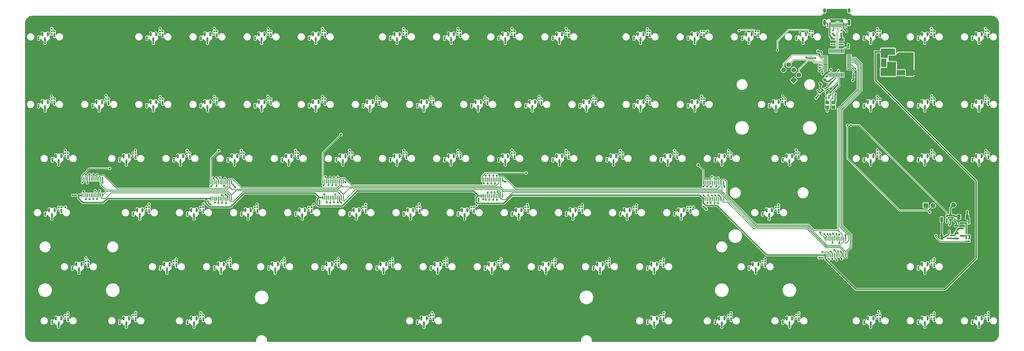
<source format=gbr>
%TF.GenerationSoftware,KiCad,Pcbnew,7.0.6*%
%TF.CreationDate,2024-01-18T22:37:55+01:00*%
%TF.ProjectId,Arius8X-HE,41726975-7338-4582-9d48-452e6b696361,rev?*%
%TF.SameCoordinates,Original*%
%TF.FileFunction,Copper,L2,Bot*%
%TF.FilePolarity,Positive*%
%FSLAX46Y46*%
G04 Gerber Fmt 4.6, Leading zero omitted, Abs format (unit mm)*
G04 Created by KiCad (PCBNEW 7.0.6) date 2024-01-18 22:37:55*
%MOMM*%
%LPD*%
G01*
G04 APERTURE LIST*
G04 Aperture macros list*
%AMRoundRect*
0 Rectangle with rounded corners*
0 $1 Rounding radius*
0 $2 $3 $4 $5 $6 $7 $8 $9 X,Y pos of 4 corners*
0 Add a 4 corners polygon primitive as box body*
4,1,4,$2,$3,$4,$5,$6,$7,$8,$9,$2,$3,0*
0 Add four circle primitives for the rounded corners*
1,1,$1+$1,$2,$3*
1,1,$1+$1,$4,$5*
1,1,$1+$1,$6,$7*
1,1,$1+$1,$8,$9*
0 Add four rect primitives between the rounded corners*
20,1,$1+$1,$2,$3,$4,$5,0*
20,1,$1+$1,$4,$5,$6,$7,0*
20,1,$1+$1,$6,$7,$8,$9,0*
20,1,$1+$1,$8,$9,$2,$3,0*%
%AMHorizOval*
0 Thick line with rounded ends*
0 $1 width*
0 $2 $3 position (X,Y) of the first rounded end (center of the circle)*
0 $4 $5 position (X,Y) of the second rounded end (center of the circle)*
0 Add line between two ends*
20,1,$1,$2,$3,$4,$5,0*
0 Add two circle primitives to create the rounded ends*
1,1,$1,$2,$3*
1,1,$1,$4,$5*%
%AMRotRect*
0 Rectangle, with rotation*
0 The origin of the aperture is its center*
0 $1 length*
0 $2 width*
0 $3 Rotation angle, in degrees counterclockwise*
0 Add horizontal line*
21,1,$1,$2,0,0,$3*%
G04 Aperture macros list end*
%TA.AperFunction,SMDPad,CuDef*%
%ADD10R,1.700000X1.000000*%
%TD*%
%TA.AperFunction,SMDPad,CuDef*%
%ADD11R,1.700000X0.600000*%
%TD*%
%TA.AperFunction,SMDPad,CuDef*%
%ADD12RoundRect,0.150000X-0.150000X0.587500X-0.150000X-0.587500X0.150000X-0.587500X0.150000X0.587500X0*%
%TD*%
%TA.AperFunction,SMDPad,CuDef*%
%ADD13RoundRect,0.135000X-0.185000X0.135000X-0.185000X-0.135000X0.185000X-0.135000X0.185000X0.135000X0*%
%TD*%
%TA.AperFunction,SMDPad,CuDef*%
%ADD14RoundRect,0.140000X-0.170000X0.140000X-0.170000X-0.140000X0.170000X-0.140000X0.170000X0.140000X0*%
%TD*%
%TA.AperFunction,SMDPad,CuDef*%
%ADD15RoundRect,0.250000X-0.325000X-0.650000X0.325000X-0.650000X0.325000X0.650000X-0.325000X0.650000X0*%
%TD*%
%TA.AperFunction,SMDPad,CuDef*%
%ADD16RoundRect,0.140000X0.170000X-0.140000X0.170000X0.140000X-0.170000X0.140000X-0.170000X-0.140000X0*%
%TD*%
%TA.AperFunction,ComponentPad*%
%ADD17R,1.700000X1.700000*%
%TD*%
%TA.AperFunction,ComponentPad*%
%ADD18O,1.700000X1.700000*%
%TD*%
%TA.AperFunction,SMDPad,CuDef*%
%ADD19RoundRect,0.140000X0.140000X0.170000X-0.140000X0.170000X-0.140000X-0.170000X0.140000X-0.170000X0*%
%TD*%
%TA.AperFunction,SMDPad,CuDef*%
%ADD20RoundRect,0.140000X0.021213X-0.219203X0.219203X-0.021213X-0.021213X0.219203X-0.219203X0.021213X0*%
%TD*%
%TA.AperFunction,SMDPad,CuDef*%
%ADD21RoundRect,0.140000X-0.219203X-0.021213X-0.021213X-0.219203X0.219203X0.021213X0.021213X0.219203X0*%
%TD*%
%TA.AperFunction,SMDPad,CuDef*%
%ADD22RoundRect,0.150000X-0.587500X-0.150000X0.587500X-0.150000X0.587500X0.150000X-0.587500X0.150000X0*%
%TD*%
%TA.AperFunction,SMDPad,CuDef*%
%ADD23RoundRect,0.135000X0.185000X-0.135000X0.185000X0.135000X-0.185000X0.135000X-0.185000X-0.135000X0*%
%TD*%
%TA.AperFunction,SMDPad,CuDef*%
%ADD24R,0.675000X0.200000*%
%TD*%
%TA.AperFunction,SMDPad,CuDef*%
%ADD25R,0.775000X0.400000*%
%TD*%
%TA.AperFunction,SMDPad,CuDef*%
%ADD26R,2.000000X1.500000*%
%TD*%
%TA.AperFunction,SMDPad,CuDef*%
%ADD27R,2.000000X3.800000*%
%TD*%
%TA.AperFunction,SMDPad,CuDef*%
%ADD28R,1.000000X1.700000*%
%TD*%
%TA.AperFunction,SMDPad,CuDef*%
%ADD29RoundRect,0.100000X-0.100000X0.637500X-0.100000X-0.637500X0.100000X-0.637500X0.100000X0.637500X0*%
%TD*%
%TA.AperFunction,SMDPad,CuDef*%
%ADD30RoundRect,0.250000X0.325000X0.650000X-0.325000X0.650000X-0.325000X-0.650000X0.325000X-0.650000X0*%
%TD*%
%TA.AperFunction,SMDPad,CuDef*%
%ADD31R,1.400000X1.200000*%
%TD*%
%TA.AperFunction,SMDPad,CuDef*%
%ADD32RoundRect,0.140000X-0.140000X-0.170000X0.140000X-0.170000X0.140000X0.170000X-0.140000X0.170000X0*%
%TD*%
%TA.AperFunction,SMDPad,CuDef*%
%ADD33RoundRect,0.135000X0.035355X-0.226274X0.226274X-0.035355X-0.035355X0.226274X-0.226274X0.035355X0*%
%TD*%
%TA.AperFunction,SMDPad,CuDef*%
%ADD34RoundRect,0.075000X0.075000X-0.662500X0.075000X0.662500X-0.075000X0.662500X-0.075000X-0.662500X0*%
%TD*%
%TA.AperFunction,SMDPad,CuDef*%
%ADD35RoundRect,0.075000X0.662500X-0.075000X0.662500X0.075000X-0.662500X0.075000X-0.662500X-0.075000X0*%
%TD*%
%TA.AperFunction,SMDPad,CuDef*%
%ADD36C,0.200000*%
%TD*%
%TA.AperFunction,SMDPad,CuDef*%
%ADD37RoundRect,0.237500X0.008839X0.344715X-0.344715X-0.008839X-0.008839X-0.344715X0.344715X0.008839X0*%
%TD*%
%TA.AperFunction,SMDPad,CuDef*%
%ADD38RoundRect,0.135000X-0.135000X-0.185000X0.135000X-0.185000X0.135000X0.185000X-0.135000X0.185000X0*%
%TD*%
%TA.AperFunction,SMDPad,CuDef*%
%ADD39R,0.600000X1.450000*%
%TD*%
%TA.AperFunction,SMDPad,CuDef*%
%ADD40R,0.300000X1.450000*%
%TD*%
%TA.AperFunction,ComponentPad*%
%ADD41O,1.000000X1.600000*%
%TD*%
%TA.AperFunction,ComponentPad*%
%ADD42O,1.000000X2.100000*%
%TD*%
%TA.AperFunction,SMDPad,CuDef*%
%ADD43RoundRect,0.150000X0.587500X0.150000X-0.587500X0.150000X-0.587500X-0.150000X0.587500X-0.150000X0*%
%TD*%
%TA.AperFunction,SMDPad,CuDef*%
%ADD44RoundRect,0.218750X0.114905X-0.424264X0.424264X-0.114905X-0.114905X0.424264X-0.424264X0.114905X0*%
%TD*%
%TA.AperFunction,SMDPad,CuDef*%
%ADD45RoundRect,0.112500X-0.112500X0.187500X-0.112500X-0.187500X0.112500X-0.187500X0.112500X0.187500X0*%
%TD*%
%TA.AperFunction,SMDPad,CuDef*%
%ADD46RoundRect,0.200000X0.275000X-0.200000X0.275000X0.200000X-0.275000X0.200000X-0.275000X-0.200000X0*%
%TD*%
%TA.AperFunction,SMDPad,CuDef*%
%ADD47RoundRect,0.250000X-0.650000X0.325000X-0.650000X-0.325000X0.650000X-0.325000X0.650000X0.325000X0*%
%TD*%
%TA.AperFunction,SMDPad,CuDef*%
%ADD48RoundRect,0.135000X-0.035355X0.226274X-0.226274X0.035355X0.035355X-0.226274X0.226274X-0.035355X0*%
%TD*%
%TA.AperFunction,SMDPad,CuDef*%
%ADD49RoundRect,0.250000X-0.625000X0.312500X-0.625000X-0.312500X0.625000X-0.312500X0.625000X0.312500X0*%
%TD*%
%TA.AperFunction,SMDPad,CuDef*%
%ADD50RoundRect,0.250000X0.312500X0.625000X-0.312500X0.625000X-0.312500X-0.625000X0.312500X-0.625000X0*%
%TD*%
%TA.AperFunction,ComponentPad*%
%ADD51RotRect,1.700000X1.700000X45.000000*%
%TD*%
%TA.AperFunction,ComponentPad*%
%ADD52HorizOval,1.700000X0.000000X0.000000X0.000000X0.000000X0*%
%TD*%
%TA.AperFunction,ViaPad*%
%ADD53C,0.700000*%
%TD*%
%TA.AperFunction,ViaPad*%
%ADD54C,0.800000*%
%TD*%
%TA.AperFunction,Conductor*%
%ADD55C,0.500000*%
%TD*%
%TA.AperFunction,Conductor*%
%ADD56C,0.250000*%
%TD*%
%TA.AperFunction,Conductor*%
%ADD57C,0.400000*%
%TD*%
%TA.AperFunction,Conductor*%
%ADD58C,0.300000*%
%TD*%
%TA.AperFunction,Conductor*%
%ADD59C,0.200000*%
%TD*%
G04 APERTURE END LIST*
%TO.C,NT3*%
G36*
X357400000Y-90500000D02*
G01*
X358400000Y-90500000D01*
X358400000Y-88700000D01*
X357400000Y-88700000D01*
X357400000Y-90500000D01*
G37*
%TD*%
D10*
%TO.P,U9,1,GND*%
%TO.N,GND*%
X332320000Y-77970000D03*
D11*
%TO.P,U9,2,IO1*%
%TO.N,USB_D+*%
X332320000Y-79670000D03*
%TO.P,U9,3,IO2*%
%TO.N,USB_D-*%
X329320000Y-79670000D03*
%TO.P,U9,4,VCC*%
%TO.N,+5V*%
X329320000Y-77770000D03*
%TD*%
D12*
%TO.P,HALL34,1,VDD*%
%TO.N,+3V3*%
X55892500Y-118945000D03*
%TO.P,HALL34,2,GND*%
%TO.N,GND*%
X56842500Y-120820000D03*
%TO.P,HALL34,3,VOUT*%
%TO.N,Net-(HALL34-VOUT)*%
X57792500Y-118945000D03*
%TD*%
D13*
%TO.P,R87,1*%
%TO.N,/multiplexers/keys/KEYS_5_8*%
X363942500Y-175075000D03*
%TO.P,R87,2*%
%TO.N,Net-(HALL85-VOUT)*%
X363942500Y-176095000D03*
%TD*%
D14*
%TO.P,C104,1*%
%TO.N,/multiplexers/keys/KEYS_2_9*%
X236355000Y-117925000D03*
%TO.P,C104,2*%
%TO.N,GND*%
X236355000Y-118885000D03*
%TD*%
D12*
%TO.P,HALL13,1,VDD*%
%TO.N,+3V3*%
X317830000Y-76082500D03*
%TO.P,HALL13,2,GND*%
%TO.N,GND*%
X318780000Y-77957500D03*
%TO.P,HALL13,3,VOUT*%
%TO.N,Net-(HALL13-VOUT)*%
X319730000Y-76082500D03*
%TD*%
%TO.P,HALL17,1,VDD*%
%TO.N,+3V3*%
X51130000Y-99895000D03*
%TO.P,HALL17,2,GND*%
%TO.N,GND*%
X52080000Y-101770000D03*
%TO.P,HALL17,3,VOUT*%
%TO.N,Net-(HALL17-VOUT)*%
X53030000Y-99895000D03*
%TD*%
D15*
%TO.P,C191,1*%
%TO.N,/BOOT0*%
X373635000Y-140462000D03*
%TO.P,C191,2*%
%TO.N,GND*%
X376585000Y-140462000D03*
%TD*%
D13*
%TO.P,R15,1*%
%TO.N,/multiplexers/keys/KEYS_0_12*%
X321080000Y-75062500D03*
%TO.P,R15,2*%
%TO.N,Net-(HALL13-VOUT)*%
X321080000Y-76082500D03*
%TD*%
D14*
%TO.P,C182,1*%
%TO.N,/multiplexers/keys/KEYS_5_5*%
X293505000Y-175075000D03*
%TO.P,C182,2*%
%TO.N,GND*%
X293505000Y-176035000D03*
%TD*%
D13*
%TO.P,R27,1*%
%TO.N,/multiplexers/keys/KEYS_1_8*%
X206780000Y-98875000D03*
%TO.P,R27,2*%
%TO.N,Net-(HALL25-VOUT)*%
X206780000Y-99895000D03*
%TD*%
D14*
%TO.P,C108,1*%
%TO.N,/multiplexers/keys/KEYS_2_11*%
X274455000Y-117925000D03*
%TO.P,C108,2*%
%TO.N,GND*%
X274455000Y-118885000D03*
%TD*%
D12*
%TO.P,HALL55,1,VDD*%
%TO.N,+3V3*%
X141617500Y-137995000D03*
%TO.P,HALL55,2,GND*%
%TO.N,GND*%
X142567500Y-139870000D03*
%TO.P,HALL55,3,VOUT*%
%TO.N,Net-(HALL55-VOUT)*%
X143517500Y-137995000D03*
%TD*%
%TO.P,HALL32,1,VDD*%
%TO.N,+3V3*%
X360692500Y-99895000D03*
%TO.P,HALL32,2,GND*%
%TO.N,GND*%
X361642500Y-101770000D03*
%TO.P,HALL32,3,VOUT*%
%TO.N,Net-(HALL32-VOUT)*%
X362592500Y-99895000D03*
%TD*%
D16*
%TO.P,C185,1*%
%TO.N,GND*%
X340292500Y-177055000D03*
%TO.P,C185,2*%
%TO.N,+3V3*%
X340292500Y-176095000D03*
%TD*%
D14*
%TO.P,C66,1*%
%TO.N,/multiplexers/keys/KEYS_1_7*%
X188730000Y-98875000D03*
%TO.P,C66,2*%
%TO.N,GND*%
X188730000Y-99835000D03*
%TD*%
D16*
%TO.P,C103,1*%
%TO.N,GND*%
X230755000Y-119905000D03*
%TO.P,C103,2*%
%TO.N,+3V3*%
X230755000Y-118945000D03*
%TD*%
D13*
%TO.P,R8,1*%
%TO.N,/multiplexers/keys/KEYS_0_5*%
X178205000Y-75062500D03*
%TO.P,R8,2*%
%TO.N,Net-(HALL6-VOUT)*%
X178205000Y-76082500D03*
%TD*%
D16*
%TO.P,C83,1*%
%TO.N,GND*%
X378392500Y-100855000D03*
%TO.P,C83,2*%
%TO.N,+3V3*%
X378392500Y-99895000D03*
%TD*%
D12*
%TO.P,HALL77,1,VDD*%
%TO.N,+3V3*%
X55892500Y-176095000D03*
%TO.P,HALL77,2,GND*%
%TO.N,GND*%
X56842500Y-177970000D03*
%TO.P,HALL77,3,VOUT*%
%TO.N,Net-(HALL77-VOUT)*%
X57792500Y-176095000D03*
%TD*%
D16*
%TO.P,C111,1*%
%TO.N,GND*%
X311717500Y-119905000D03*
%TO.P,C111,2*%
%TO.N,+3V3*%
X311717500Y-118945000D03*
%TD*%
D13*
%TO.P,R60,1*%
%TO.N,/multiplexers/keys/KEYS_3_7*%
X202017500Y-136975000D03*
%TO.P,R60,2*%
%TO.N,Net-(HALL58-VOUT)*%
X202017500Y-137995000D03*
%TD*%
D14*
%TO.P,C122,1*%
%TO.N,/multiplexers/keys/KEYS_3_1*%
X88717500Y-136975000D03*
%TO.P,C122,2*%
%TO.N,GND*%
X88717500Y-137935000D03*
%TD*%
D13*
%TO.P,R66,1*%
%TO.N,/multiplexers/keys/KEYS_4_0*%
X66286250Y-156025000D03*
%TO.P,R66,2*%
%TO.N,Net-(HALL64-VOUT)*%
X66286250Y-157045000D03*
%TD*%
D12*
%TO.P,HALL4,1,VDD*%
%TO.N,+3V3*%
X127330000Y-76082500D03*
%TO.P,HALL4,2,GND*%
%TO.N,GND*%
X128280000Y-77957500D03*
%TO.P,HALL4,3,VOUT*%
%TO.N,Net-(HALL4-VOUT)*%
X129230000Y-76082500D03*
%TD*%
D17*
%TO.P,J3,1,Pin_1*%
%TO.N,+3V3*%
X369195000Y-136240000D03*
D18*
%TO.P,J3,2,Pin_2*%
%TO.N,/BOOT0*%
X371735000Y-136240000D03*
%TD*%
D16*
%TO.P,C143,1*%
%TO.N,GND*%
X304573750Y-138955000D03*
%TO.P,C143,2*%
%TO.N,+3V3*%
X304573750Y-137995000D03*
%TD*%
D14*
%TO.P,C64,1*%
%TO.N,/multiplexers/keys/KEYS_1_6*%
X169680000Y-98875000D03*
%TO.P,C64,2*%
%TO.N,GND*%
X169680000Y-99835000D03*
%TD*%
D13*
%TO.P,R38,1*%
%TO.N,/multiplexers/keys/KEYS_2_2*%
X102005000Y-117925000D03*
%TO.P,R38,2*%
%TO.N,Net-(HALL36-VOUT)*%
X102005000Y-118945000D03*
%TD*%
D14*
%TO.P,C166,1*%
%TO.N,/multiplexers/keys/KEYS_4_10*%
X269692500Y-156025000D03*
%TO.P,C166,2*%
%TO.N,GND*%
X269692500Y-156985000D03*
%TD*%
D13*
%TO.P,R48,1*%
%TO.N,/multiplexers/keys/KEYS_2_12*%
X292505000Y-117925000D03*
%TO.P,R48,2*%
%TO.N,Net-(HALL46-VOUT)*%
X292505000Y-118945000D03*
%TD*%
D16*
%TO.P,C121,1*%
%TO.N,GND*%
X83117500Y-138955000D03*
%TO.P,C121,2*%
%TO.N,+3V3*%
X83117500Y-137995000D03*
%TD*%
D19*
%TO.P,C6,1*%
%TO.N,+3V3*%
X326180000Y-82350000D03*
%TO.P,C6,2*%
%TO.N,GND*%
X325220000Y-82350000D03*
%TD*%
D14*
%TO.P,C176,1*%
%TO.N,/multiplexers/keys/KEYS_5_2*%
X107767500Y-175075000D03*
%TO.P,C176,2*%
%TO.N,GND*%
X107767500Y-176035000D03*
%TD*%
D16*
%TO.P,C45,1*%
%TO.N,GND*%
X340292500Y-77042500D03*
%TO.P,C45,2*%
%TO.N,+3V3*%
X340292500Y-76082500D03*
%TD*%
D12*
%TO.P,HALL59,1,VDD*%
%TO.N,+3V3*%
X217817500Y-137995000D03*
%TO.P,HALL59,2,GND*%
%TO.N,GND*%
X218767500Y-139870000D03*
%TO.P,HALL59,3,VOUT*%
%TO.N,Net-(HALL59-VOUT)*%
X219717500Y-137995000D03*
%TD*%
D16*
%TO.P,C169,1*%
%TO.N,GND*%
X359342500Y-158005000D03*
%TO.P,C169,2*%
%TO.N,+3V3*%
X359342500Y-157045000D03*
%TD*%
%TO.P,C91,1*%
%TO.N,GND*%
X116455000Y-119905000D03*
%TO.P,C91,2*%
%TO.N,+3V3*%
X116455000Y-118945000D03*
%TD*%
D14*
%TO.P,C114,1*%
%TO.N,/multiplexers/keys/KEYS_2_14*%
X345892500Y-117925000D03*
%TO.P,C114,2*%
%TO.N,GND*%
X345892500Y-118885000D03*
%TD*%
D16*
%TO.P,C157,1*%
%TO.N,GND*%
X187892500Y-158005000D03*
%TO.P,C157,2*%
%TO.N,+3V3*%
X187892500Y-157045000D03*
%TD*%
D12*
%TO.P,HALL86,1,VDD*%
%TO.N,+3V3*%
X379742500Y-176095000D03*
%TO.P,HALL86,2,GND*%
%TO.N,GND*%
X380692500Y-177970000D03*
%TO.P,HALL86,3,VOUT*%
%TO.N,Net-(HALL86-VOUT)*%
X381642500Y-176095000D03*
%TD*%
%TO.P,HALL8,1,VDD*%
%TO.N,+3V3*%
X213055000Y-76082500D03*
%TO.P,HALL8,2,GND*%
%TO.N,GND*%
X214005000Y-77957500D03*
%TO.P,HALL8,3,VOUT*%
%TO.N,Net-(HALL8-VOUT)*%
X214955000Y-76082500D03*
%TD*%
D20*
%TO.P,C11,1*%
%TO.N,Net-(C11-Pad1)*%
X325835589Y-95864411D03*
%TO.P,C11,2*%
%TO.N,GND*%
X326514411Y-95185589D03*
%TD*%
D16*
%TO.P,C89,1*%
%TO.N,GND*%
X97405000Y-119905000D03*
%TO.P,C89,2*%
%TO.N,+3V3*%
X97405000Y-118945000D03*
%TD*%
D14*
%TO.P,C96,1*%
%TO.N,/multiplexers/keys/KEYS_2_5*%
X160155000Y-117925000D03*
%TO.P,C96,2*%
%TO.N,GND*%
X160155000Y-118885000D03*
%TD*%
D13*
%TO.P,R9,1*%
%TO.N,/multiplexers/keys/KEYS_0_6*%
X197255000Y-75062500D03*
%TO.P,R9,2*%
%TO.N,Net-(HALL7-VOUT)*%
X197255000Y-76082500D03*
%TD*%
D16*
%TO.P,C129,1*%
%TO.N,GND*%
X159317500Y-138955000D03*
%TO.P,C129,2*%
%TO.N,+3V3*%
X159317500Y-137995000D03*
%TD*%
D13*
%TO.P,R46,1*%
%TO.N,/multiplexers/keys/KEYS_2_10*%
X254405000Y-117925000D03*
%TO.P,R46,2*%
%TO.N,Net-(HALL44-VOUT)*%
X254405000Y-118945000D03*
%TD*%
D14*
%TO.P,C86,1*%
%TO.N,/multiplexers/keys/KEYS_2_0*%
X60142500Y-117925000D03*
%TO.P,C86,2*%
%TO.N,GND*%
X60142500Y-118885000D03*
%TD*%
D13*
%TO.P,R20,1*%
%TO.N,/multiplexers/keys/KEYS_1_1*%
X73430000Y-98875000D03*
%TO.P,R20,2*%
%TO.N,Net-(HALL18-VOUT)*%
X73430000Y-99895000D03*
%TD*%
D12*
%TO.P,HALL64,1,VDD*%
%TO.N,+3V3*%
X63036250Y-157045000D03*
%TO.P,HALL64,2,GND*%
%TO.N,GND*%
X63986250Y-158920000D03*
%TO.P,HALL64,3,VOUT*%
%TO.N,Net-(HALL64-VOUT)*%
X64936250Y-157045000D03*
%TD*%
D16*
%TO.P,C41,1*%
%TO.N,GND*%
X297430000Y-77042500D03*
%TO.P,C41,2*%
%TO.N,+3V3*%
X297430000Y-76082500D03*
%TD*%
D14*
%TO.P,C34,1*%
%TO.N,/multiplexers/keys/KEYS_0_7*%
X217305000Y-75062500D03*
%TO.P,C34,2*%
%TO.N,GND*%
X217305000Y-76022500D03*
%TD*%
D12*
%TO.P,HALL35,1,VDD*%
%TO.N,+3V3*%
X79705000Y-118945000D03*
%TO.P,HALL35,2,GND*%
%TO.N,GND*%
X80655000Y-120820000D03*
%TO.P,HALL35,3,VOUT*%
%TO.N,Net-(HALL35-VOUT)*%
X81605000Y-118945000D03*
%TD*%
D14*
%TO.P,C17,1*%
%TO.N,+5V*%
X109370000Y-133950000D03*
%TO.P,C17,2*%
%TO.N,GND*%
X109370000Y-134910000D03*
%TD*%
D12*
%TO.P,HALL42,1,VDD*%
%TO.N,+3V3*%
X213055000Y-118945000D03*
%TO.P,HALL42,2,GND*%
%TO.N,GND*%
X214005000Y-120820000D03*
%TO.P,HALL42,3,VOUT*%
%TO.N,Net-(HALL42-VOUT)*%
X214955000Y-118945000D03*
%TD*%
D21*
%TO.P,C9,1*%
%TO.N,VDDA*%
X328485589Y-92085589D03*
%TO.P,C9,2*%
%TO.N,GND*%
X329164411Y-92764411D03*
%TD*%
D12*
%TO.P,HALL21,1,VDD*%
%TO.N,+3V3*%
X127330000Y-99895000D03*
%TO.P,HALL21,2,GND*%
%TO.N,GND*%
X128280000Y-101770000D03*
%TO.P,HALL21,3,VOUT*%
%TO.N,Net-(HALL21-VOUT)*%
X129230000Y-99895000D03*
%TD*%
D14*
%TO.P,C130,1*%
%TO.N,/multiplexers/keys/KEYS_3_5*%
X164917500Y-136975000D03*
%TO.P,C130,2*%
%TO.N,GND*%
X164917500Y-137935000D03*
%TD*%
D12*
%TO.P,HALL3,1,VDD*%
%TO.N,+3V3*%
X108280000Y-76082500D03*
%TO.P,HALL3,2,GND*%
%TO.N,GND*%
X109230000Y-77957500D03*
%TO.P,HALL3,3,VOUT*%
%TO.N,Net-(HALL3-VOUT)*%
X110180000Y-76082500D03*
%TD*%
D13*
%TO.P,R39,1*%
%TO.N,/multiplexers/keys/KEYS_2_3*%
X121055000Y-117925000D03*
%TO.P,R39,2*%
%TO.N,Net-(HALL37-VOUT)*%
X121055000Y-118945000D03*
%TD*%
D14*
%TO.P,C124,1*%
%TO.N,/multiplexers/keys/KEYS_3_2*%
X107767500Y-136975000D03*
%TO.P,C124,2*%
%TO.N,GND*%
X107767500Y-137935000D03*
%TD*%
D13*
%TO.P,R17,1*%
%TO.N,/multiplexers/keys/KEYS_0_14*%
X363942500Y-75062500D03*
%TO.P,R17,2*%
%TO.N,Net-(HALL15-VOUT)*%
X363942500Y-76082500D03*
%TD*%
D14*
%TO.P,C58,1*%
%TO.N,/multiplexers/keys/KEYS_1_3*%
X112530000Y-98875000D03*
%TO.P,C58,2*%
%TO.N,GND*%
X112530000Y-99835000D03*
%TD*%
D22*
%TO.P,Q2,1,G*%
%TO.N,Net-(Q2-G)*%
X372802500Y-148016000D03*
%TO.P,Q2,2,S*%
%TO.N,GND*%
X372802500Y-146116000D03*
%TO.P,Q2,3,D*%
%TO.N,Net-(Q2-D)*%
X374677500Y-147066000D03*
%TD*%
D12*
%TO.P,HALL20,1,VDD*%
%TO.N,+3V3*%
X108280000Y-99895000D03*
%TO.P,HALL20,2,GND*%
%TO.N,GND*%
X109230000Y-101770000D03*
%TO.P,HALL20,3,VOUT*%
%TO.N,Net-(HALL20-VOUT)*%
X110180000Y-99895000D03*
%TD*%
D16*
%TO.P,C147,1*%
%TO.N,GND*%
X92642500Y-158005000D03*
%TO.P,C147,2*%
%TO.N,+3V3*%
X92642500Y-157045000D03*
%TD*%
D21*
%TO.P,C10,1*%
%TO.N,VDDA*%
X327735589Y-92835589D03*
%TO.P,C10,2*%
%TO.N,GND*%
X328414411Y-93514411D03*
%TD*%
D16*
%TO.P,C155,1*%
%TO.N,GND*%
X168842500Y-158005000D03*
%TO.P,C155,2*%
%TO.N,+3V3*%
X168842500Y-157045000D03*
%TD*%
%TO.P,C73,1*%
%TO.N,GND*%
X259330000Y-100855000D03*
%TO.P,C73,2*%
%TO.N,+3V3*%
X259330000Y-99895000D03*
%TD*%
D23*
%TO.P,R2,1*%
%TO.N,GND*%
X332210000Y-75800000D03*
%TO.P,R2,2*%
%TO.N,Net-(J1-CC2)*%
X332210000Y-74780000D03*
%TD*%
D16*
%TO.P,C131,1*%
%TO.N,GND*%
X178367500Y-138955000D03*
%TO.P,C131,2*%
%TO.N,+3V3*%
X178367500Y-137995000D03*
%TD*%
D13*
%TO.P,R34,1*%
%TO.N,/multiplexers/keys/KEYS_1_15*%
X363942500Y-98875000D03*
%TO.P,R34,2*%
%TO.N,Net-(HALL32-VOUT)*%
X363942500Y-99895000D03*
%TD*%
D16*
%TO.P,C105,1*%
%TO.N,GND*%
X249805000Y-119905000D03*
%TO.P,C105,2*%
%TO.N,+3V3*%
X249805000Y-118945000D03*
%TD*%
D14*
%TO.P,C102,1*%
%TO.N,/multiplexers/keys/KEYS_2_8*%
X217305000Y-117925000D03*
%TO.P,C102,2*%
%TO.N,GND*%
X217305000Y-118885000D03*
%TD*%
D12*
%TO.P,HALL2,1,VDD*%
%TO.N,+3V3*%
X89230000Y-76082500D03*
%TO.P,HALL2,2,GND*%
%TO.N,GND*%
X90180000Y-77957500D03*
%TO.P,HALL2,3,VOUT*%
%TO.N,Net-(HALL2-VOUT)*%
X91130000Y-76082500D03*
%TD*%
D13*
%TO.P,R45,1*%
%TO.N,/multiplexers/keys/KEYS_2_9*%
X235355000Y-117925000D03*
%TO.P,R45,2*%
%TO.N,Net-(HALL43-VOUT)*%
X235355000Y-118945000D03*
%TD*%
D14*
%TO.P,C24,1*%
%TO.N,/multiplexers/keys/KEYS_0_2*%
X112530000Y-75062500D03*
%TO.P,C24,2*%
%TO.N,GND*%
X112530000Y-76022500D03*
%TD*%
D13*
%TO.P,R36,1*%
%TO.N,/multiplexers/keys/KEYS_2_0*%
X59142500Y-117925000D03*
%TO.P,R36,2*%
%TO.N,Net-(HALL34-VOUT)*%
X59142500Y-118945000D03*
%TD*%
D14*
%TO.P,C164,1*%
%TO.N,/multiplexers/keys/KEYS_4_9*%
X250642500Y-156025000D03*
%TO.P,C164,2*%
%TO.N,GND*%
X250642500Y-156985000D03*
%TD*%
D12*
%TO.P,HALL38,1,VDD*%
%TO.N,+3V3*%
X136855000Y-118945000D03*
%TO.P,HALL38,2,GND*%
%TO.N,GND*%
X137805000Y-120820000D03*
%TO.P,HALL38,3,VOUT*%
%TO.N,Net-(HALL38-VOUT)*%
X138755000Y-118945000D03*
%TD*%
%TO.P,HALL83,1,VDD*%
%TO.N,+3V3*%
X313067500Y-176095000D03*
%TO.P,HALL83,2,GND*%
%TO.N,GND*%
X314017500Y-177970000D03*
%TO.P,HALL83,3,VOUT*%
%TO.N,Net-(HALL83-VOUT)*%
X314967500Y-176095000D03*
%TD*%
D24*
%TO.P,U1,1,IO1*%
%TO.N,/SWCLK*%
X320950000Y-85440000D03*
%TO.P,U1,2,IO2*%
%TO.N,/SWDIO*%
X320950000Y-84940000D03*
D25*
%TO.P,U1,3,GND*%
%TO.N,GND*%
X321000000Y-84440000D03*
D24*
%TO.P,U1,4,D2+*%
%TO.N,unconnected-(U1-D2+-Pad4)*%
X320950000Y-83940000D03*
%TO.P,U1,5,D2-*%
%TO.N,/SWO*%
X320950000Y-83440000D03*
%TO.P,U1,6,NC*%
X321825000Y-83440000D03*
%TO.P,U1,7,NC*%
%TO.N,unconnected-(U1-D2+-Pad4)*%
X321825000Y-83940000D03*
D25*
%TO.P,U1,8,GND*%
%TO.N,GND*%
X321775000Y-84440000D03*
D24*
%TO.P,U1,9,NC*%
%TO.N,/SWDIO*%
X321825000Y-84940000D03*
%TO.P,U1,10,NC*%
%TO.N,/SWCLK*%
X321825000Y-85440000D03*
%TD*%
D12*
%TO.P,HALL65,1,VDD*%
%TO.N,+3V3*%
X93992500Y-157045000D03*
%TO.P,HALL65,2,GND*%
%TO.N,GND*%
X94942500Y-158920000D03*
%TO.P,HALL65,3,VOUT*%
%TO.N,Net-(HALL65-VOUT)*%
X95892500Y-157045000D03*
%TD*%
D13*
%TO.P,R72,1*%
%TO.N,/multiplexers/keys/KEYS_4_6*%
X192492500Y-156025000D03*
%TO.P,R72,2*%
%TO.N,Net-(HALL70-VOUT)*%
X192492500Y-157045000D03*
%TD*%
D26*
%TO.P,U10,1,GND*%
%TO.N,GND*%
X349943750Y-86875000D03*
%TO.P,U10,2,VO*%
%TO.N,/ldo_output*%
X349943750Y-84575000D03*
D27*
X356243750Y-84575000D03*
D26*
%TO.P,U10,3,VI*%
%TO.N,+5V*%
X349943750Y-82275000D03*
%TD*%
D13*
%TO.P,R49,1*%
%TO.N,/multiplexers/keys/KEYS_2_13*%
X316317500Y-117925000D03*
%TO.P,R49,2*%
%TO.N,Net-(HALL47-VOUT)*%
X316317500Y-118945000D03*
%TD*%
D12*
%TO.P,HALL85,1,VDD*%
%TO.N,+3V3*%
X360692500Y-176095000D03*
%TO.P,HALL85,2,GND*%
%TO.N,GND*%
X361642500Y-177970000D03*
%TO.P,HALL85,3,VOUT*%
%TO.N,Net-(HALL85-VOUT)*%
X362592500Y-176095000D03*
%TD*%
D23*
%TO.P,R1,1*%
%TO.N,GND*%
X329320000Y-75800000D03*
%TO.P,R1,2*%
%TO.N,Net-(J1-CC1)*%
X329320000Y-74780000D03*
%TD*%
D13*
%TO.P,R61,1*%
%TO.N,/multiplexers/keys/KEYS_3_8*%
X221067500Y-136975000D03*
%TO.P,R61,2*%
%TO.N,Net-(HALL59-VOUT)*%
X221067500Y-137995000D03*
%TD*%
D12*
%TO.P,HALL40,1,VDD*%
%TO.N,+3V3*%
X174955000Y-118945000D03*
%TO.P,HALL40,2,GND*%
%TO.N,GND*%
X175905000Y-120820000D03*
%TO.P,HALL40,3,VOUT*%
%TO.N,Net-(HALL40-VOUT)*%
X176855000Y-118945000D03*
%TD*%
D16*
%TO.P,C153,1*%
%TO.N,GND*%
X149792500Y-158005000D03*
%TO.P,C153,2*%
%TO.N,+3V3*%
X149792500Y-157045000D03*
%TD*%
D12*
%TO.P,HALL47,1,VDD*%
%TO.N,+3V3*%
X313067500Y-118945000D03*
%TO.P,HALL47,2,GND*%
%TO.N,GND*%
X314017500Y-120820000D03*
%TO.P,HALL47,3,VOUT*%
%TO.N,Net-(HALL47-VOUT)*%
X314967500Y-118945000D03*
%TD*%
%TO.P,HALL7,1,VDD*%
%TO.N,+3V3*%
X194005000Y-76082500D03*
%TO.P,HALL7,2,GND*%
%TO.N,GND*%
X194955000Y-77957500D03*
%TO.P,HALL7,3,VOUT*%
%TO.N,Net-(HALL7-VOUT)*%
X195905000Y-76082500D03*
%TD*%
D14*
%TO.P,C78,1*%
%TO.N,/multiplexers/keys/KEYS_1_13*%
X312555000Y-98875000D03*
%TO.P,C78,2*%
%TO.N,GND*%
X312555000Y-99835000D03*
%TD*%
D16*
%TO.P,C151,1*%
%TO.N,GND*%
X130742500Y-158005000D03*
%TO.P,C151,2*%
%TO.N,+3V3*%
X130742500Y-157045000D03*
%TD*%
%TO.P,C27,1*%
%TO.N,GND*%
X145030000Y-77042500D03*
%TO.P,C27,2*%
%TO.N,+3V3*%
X145030000Y-76082500D03*
%TD*%
D13*
%TO.P,R77,1*%
%TO.N,/multiplexers/keys/KEYS_4_11*%
X304411250Y-156025000D03*
%TO.P,R77,2*%
%TO.N,Net-(HALL75-VOUT)*%
X304411250Y-157045000D03*
%TD*%
%TO.P,R63,1*%
%TO.N,/multiplexers/keys/KEYS_3_10*%
X259167500Y-136975000D03*
%TO.P,R63,2*%
%TO.N,Net-(HALL61-VOUT)*%
X259167500Y-137995000D03*
%TD*%
D12*
%TO.P,HALL81,1,VDD*%
%TO.N,+3V3*%
X265442500Y-176095000D03*
%TO.P,HALL81,2,GND*%
%TO.N,GND*%
X266392500Y-177970000D03*
%TO.P,HALL81,3,VOUT*%
%TO.N,Net-(HALL81-VOUT)*%
X267342500Y-176095000D03*
%TD*%
D16*
%TO.P,C135,1*%
%TO.N,GND*%
X216467500Y-138955000D03*
%TO.P,C135,2*%
%TO.N,+3V3*%
X216467500Y-137995000D03*
%TD*%
%TO.P,C53,1*%
%TO.N,GND*%
X68830000Y-100855000D03*
%TO.P,C53,2*%
%TO.N,+3V3*%
X68830000Y-99895000D03*
%TD*%
%TO.P,C79,1*%
%TO.N,GND*%
X340292500Y-100855000D03*
%TO.P,C79,2*%
%TO.N,+3V3*%
X340292500Y-99895000D03*
%TD*%
D13*
%TO.P,R50,1*%
%TO.N,/multiplexers/keys/KEYS_2_14*%
X344892500Y-117925000D03*
%TO.P,R50,2*%
%TO.N,Net-(HALL48-VOUT)*%
X344892500Y-118945000D03*
%TD*%
D28*
%TO.P,SW1,1,A*%
%TO.N,+3V3*%
X363790000Y-141320000D03*
X363790000Y-147620000D03*
%TO.P,SW1,2,B*%
%TO.N,/reset/switch*%
X367590000Y-141320000D03*
X367590000Y-147620000D03*
%TD*%
D13*
%TO.P,R44,1*%
%TO.N,/multiplexers/keys/KEYS_2_8*%
X216305000Y-117925000D03*
%TO.P,R44,2*%
%TO.N,Net-(HALL42-VOUT)*%
X216305000Y-118945000D03*
%TD*%
D16*
%TO.P,C67,1*%
%TO.N,GND*%
X202180000Y-100855000D03*
%TO.P,C67,2*%
%TO.N,+3V3*%
X202180000Y-99895000D03*
%TD*%
D14*
%TO.P,C92,1*%
%TO.N,/multiplexers/keys/KEYS_2_3*%
X122055000Y-117925000D03*
%TO.P,C92,2*%
%TO.N,GND*%
X122055000Y-118885000D03*
%TD*%
%TO.P,C80,1*%
%TO.N,/multiplexers/keys/KEYS_1_14*%
X345892500Y-98875000D03*
%TO.P,C80,2*%
%TO.N,GND*%
X345892500Y-99835000D03*
%TD*%
D12*
%TO.P,HALL79,1,VDD*%
%TO.N,+3V3*%
X103517500Y-176095000D03*
%TO.P,HALL79,2,GND*%
%TO.N,GND*%
X104467500Y-177970000D03*
%TO.P,HALL79,3,VOUT*%
%TO.N,Net-(HALL79-VOUT)*%
X105417500Y-176095000D03*
%TD*%
D29*
%TO.P,U4,1,COM*%
%TO.N,ADC123_IN1*%
X110480000Y-128225000D03*
%TO.P,U4,2,I7*%
%TO.N,/multiplexers/keys/KEYS_2_2*%
X111130000Y-128225000D03*
%TO.P,U4,3,I6*%
%TO.N,/multiplexers/keys/KEYS_0_2*%
X111780000Y-128225000D03*
%TO.P,U4,4,I5*%
%TO.N,/multiplexers/keys/KEYS_1_2*%
X112430000Y-128225000D03*
%TO.P,U4,5,I4*%
%TO.N,/multiplexers/keys/KEYS_1_3*%
X113080000Y-128225000D03*
%TO.P,U4,6,I3*%
%TO.N,unconnected-(U4-I3-Pad6)*%
X113730000Y-128225000D03*
%TO.P,U4,7,I2*%
%TO.N,/multiplexers/keys/KEYS_0_3*%
X114380000Y-128225000D03*
%TO.P,U4,8,I1*%
%TO.N,/multiplexers/keys/KEYS_2_4*%
X115030000Y-128225000D03*
%TO.P,U4,9,I0*%
%TO.N,/multiplexers/keys/KEYS_2_3*%
X115680000Y-128225000D03*
%TO.P,U4,10,S0*%
%TO.N,MUX_S0*%
X116330000Y-128225000D03*
%TO.P,U4,11,S1*%
%TO.N,MUX_S1*%
X116980000Y-128225000D03*
%TO.P,U4,12,GND*%
%TO.N,GND*%
X117630000Y-128225000D03*
%TO.P,U4,13,S3*%
%TO.N,MUX_S3*%
X117630000Y-133950000D03*
%TO.P,U4,14,S2*%
%TO.N,MUX_S2*%
X116980000Y-133950000D03*
%TO.P,U4,15,~{E}*%
%TO.N,GND*%
X116330000Y-133950000D03*
%TO.P,U4,16,I15*%
%TO.N,/multiplexers/keys/KEYS_4_3*%
X115680000Y-133950000D03*
%TO.P,U4,17,I14*%
%TO.N,/multiplexers/keys/KEYS_3_3*%
X115030000Y-133950000D03*
%TO.P,U4,18,I13*%
%TO.N,/multiplexers/keys/KEYS_4_2*%
X114380000Y-133950000D03*
%TO.P,U4,19,I12*%
%TO.N,unconnected-(U4-I12-Pad19)*%
X113730000Y-133950000D03*
%TO.P,U4,20,I11*%
%TO.N,/multiplexers/keys/KEYS_5_2*%
X113080000Y-133950000D03*
%TO.P,U4,21,I10*%
%TO.N,unconnected-(U4-I10-Pad21)*%
X112430000Y-133950000D03*
%TO.P,U4,22,I9*%
%TO.N,/multiplexers/keys/KEYS_3_2*%
X111780000Y-133950000D03*
%TO.P,U4,23,I8*%
%TO.N,unconnected-(U4-I8-Pad23)*%
X111130000Y-133950000D03*
%TO.P,U4,24,VCC*%
%TO.N,+5V*%
X110480000Y-133950000D03*
%TD*%
D13*
%TO.P,R69,1*%
%TO.N,/multiplexers/keys/KEYS_4_3*%
X135342500Y-156025000D03*
%TO.P,R69,2*%
%TO.N,Net-(HALL67-VOUT)*%
X135342500Y-157045000D03*
%TD*%
D14*
%TO.P,C94,1*%
%TO.N,/multiplexers/keys/KEYS_2_4*%
X141105000Y-117925000D03*
%TO.P,C94,2*%
%TO.N,GND*%
X141105000Y-118885000D03*
%TD*%
D29*
%TO.P,U7,1,COM*%
%TO.N,ADC123_IN10*%
X283750000Y-128375000D03*
%TO.P,U7,2,I7*%
%TO.N,/multiplexers/keys/KEYS_2_10*%
X284400000Y-128375000D03*
%TO.P,U7,3,I6*%
%TO.N,/multiplexers/keys/KEYS_1_11*%
X285050000Y-128375000D03*
%TO.P,U7,4,I5*%
%TO.N,/multiplexers/keys/KEYS_0_9*%
X285700000Y-128375000D03*
%TO.P,U7,5,I4*%
%TO.N,/multiplexers/keys/KEYS_0_10*%
X286350000Y-128375000D03*
%TO.P,U7,6,I3*%
%TO.N,/multiplexers/keys/KEYS_2_11*%
X287000000Y-128375000D03*
%TO.P,U7,7,I2*%
%TO.N,/multiplexers/keys/KEYS_2_12*%
X287650000Y-128375000D03*
%TO.P,U7,8,I1*%
%TO.N,/multiplexers/keys/KEYS_1_12*%
X288300000Y-128375000D03*
%TO.P,U7,9,I0*%
%TO.N,/multiplexers/keys/KEYS_0_11*%
X288950000Y-128375000D03*
%TO.P,U7,10,S0*%
%TO.N,MUX_S0*%
X289600000Y-128375000D03*
%TO.P,U7,11,S1*%
%TO.N,MUX_S1*%
X290250000Y-128375000D03*
%TO.P,U7,12,GND*%
%TO.N,GND*%
X290900000Y-128375000D03*
%TO.P,U7,13,S3*%
%TO.N,MUX_S3*%
X290900000Y-134100000D03*
%TO.P,U7,14,S2*%
%TO.N,MUX_S2*%
X290250000Y-134100000D03*
%TO.P,U7,15,~{E}*%
%TO.N,GND*%
X289600000Y-134100000D03*
%TO.P,U7,16,I15*%
%TO.N,/multiplexers/keys/KEYS_5_6*%
X288950000Y-134100000D03*
%TO.P,U7,17,I14*%
%TO.N,/multiplexers/keys/KEYS_3_12*%
X288300000Y-134100000D03*
%TO.P,U7,18,I13*%
%TO.N,/multiplexers/keys/KEYS_4_11*%
X287650000Y-134100000D03*
%TO.P,U7,19,I12*%
%TO.N,/multiplexers/keys/KEYS_1_10*%
X287000000Y-134100000D03*
%TO.P,U7,20,I11*%
%TO.N,/multiplexers/keys/KEYS_5_5*%
X286350000Y-134100000D03*
%TO.P,U7,21,I10*%
%TO.N,/multiplexers/keys/KEYS_3_11*%
X285700000Y-134100000D03*
%TO.P,U7,22,I9*%
%TO.N,/multiplexers/keys/KEYS_5_4*%
X285050000Y-134100000D03*
%TO.P,U7,23,I8*%
%TO.N,/multiplexers/keys/KEYS_3_10*%
X284400000Y-134100000D03*
%TO.P,U7,24,VCC*%
%TO.N,+5V*%
X283750000Y-134100000D03*
%TD*%
D12*
%TO.P,HALL15,1,VDD*%
%TO.N,+3V3*%
X360692500Y-76082500D03*
%TO.P,HALL15,2,GND*%
%TO.N,GND*%
X361642500Y-77957500D03*
%TO.P,HALL15,3,VOUT*%
%TO.N,Net-(HALL15-VOUT)*%
X362592500Y-76082500D03*
%TD*%
D16*
%TO.P,C179,1*%
%TO.N,GND*%
X264092500Y-177055000D03*
%TO.P,C179,2*%
%TO.N,+3V3*%
X264092500Y-176095000D03*
%TD*%
D13*
%TO.P,R74,1*%
%TO.N,/multiplexers/keys/KEYS_4_8*%
X230592500Y-156025000D03*
%TO.P,R74,2*%
%TO.N,Net-(HALL72-VOUT)*%
X230592500Y-157045000D03*
%TD*%
D30*
%TO.P,C2,1*%
%TO.N,/ldo_output*%
X357075000Y-89600000D03*
%TO.P,C2,2*%
%TO.N,/out_esr*%
X354125000Y-89600000D03*
%TD*%
D14*
%TO.P,C60,1*%
%TO.N,/multiplexers/keys/KEYS_1_4*%
X131580000Y-98875000D03*
%TO.P,C60,2*%
%TO.N,GND*%
X131580000Y-99835000D03*
%TD*%
D12*
%TO.P,HALL25,1,VDD*%
%TO.N,+3V3*%
X203530000Y-99895000D03*
%TO.P,HALL25,2,GND*%
%TO.N,GND*%
X204480000Y-101770000D03*
%TO.P,HALL25,3,VOUT*%
%TO.N,Net-(HALL25-VOUT)*%
X205430000Y-99895000D03*
%TD*%
D14*
%TO.P,C26,1*%
%TO.N,/multiplexers/keys/KEYS_0_3*%
X131580000Y-75062500D03*
%TO.P,C26,2*%
%TO.N,GND*%
X131580000Y-76022500D03*
%TD*%
D12*
%TO.P,HALL58,1,VDD*%
%TO.N,+3V3*%
X198767500Y-137995000D03*
%TO.P,HALL58,2,GND*%
%TO.N,GND*%
X199717500Y-139870000D03*
%TO.P,HALL58,3,VOUT*%
%TO.N,Net-(HALL58-VOUT)*%
X200667500Y-137995000D03*
%TD*%
D31*
%TO.P,Y1,1,1*%
%TO.N,/OSC_IN*%
X329522500Y-101777500D03*
%TO.P,Y1,2,2*%
%TO.N,GND*%
X327322500Y-101777500D03*
%TO.P,Y1,3,3*%
%TO.N,Net-(C4-Pad2)*%
X327322500Y-100077500D03*
%TO.P,Y1,4,4*%
%TO.N,GND*%
X329522500Y-100077500D03*
%TD*%
D16*
%TO.P,C7,1*%
%TO.N,+3V3*%
X334700000Y-81825000D03*
%TO.P,C7,2*%
%TO.N,GND*%
X334700000Y-80865000D03*
%TD*%
D13*
%TO.P,R23,1*%
%TO.N,/multiplexers/keys/KEYS_1_4*%
X130580000Y-98875000D03*
%TO.P,R23,2*%
%TO.N,Net-(HALL21-VOUT)*%
X130580000Y-99895000D03*
%TD*%
D16*
%TO.P,C187,1*%
%TO.N,GND*%
X359342500Y-177055000D03*
%TO.P,C187,2*%
%TO.N,+3V3*%
X359342500Y-176095000D03*
%TD*%
D14*
%TO.P,C20,1*%
%TO.N,/multiplexers/keys/KEYS_0_0*%
X55380000Y-75062500D03*
%TO.P,C20,2*%
%TO.N,GND*%
X55380000Y-76022500D03*
%TD*%
D16*
%TO.P,C109,1*%
%TO.N,GND*%
X287905000Y-119905000D03*
%TO.P,C109,2*%
%TO.N,+3V3*%
X287905000Y-118945000D03*
%TD*%
D14*
%TO.P,C70,1*%
%TO.N,/multiplexers/keys/KEYS_1_9*%
X226830000Y-98875000D03*
%TO.P,C70,2*%
%TO.N,GND*%
X226830000Y-99835000D03*
%TD*%
D32*
%TO.P,C8,1*%
%TO.N,+3V3*%
X335645000Y-90100000D03*
%TO.P,C8,2*%
%TO.N,GND*%
X336605000Y-90100000D03*
%TD*%
D16*
%TO.P,C113,1*%
%TO.N,GND*%
X340292500Y-119905000D03*
%TO.P,C113,2*%
%TO.N,+3V3*%
X340292500Y-118945000D03*
%TD*%
D29*
%TO.P,U5,1,COM*%
%TO.N,ADC123_IN2*%
X149850000Y-127925000D03*
%TO.P,U5,2,I7*%
%TO.N,/multiplexers/keys/KEYS_1_4*%
X150500000Y-127925000D03*
%TO.P,U5,3,I6*%
%TO.N,/multiplexers/keys/KEYS_1_5*%
X151150000Y-127925000D03*
%TO.P,U5,4,I5*%
%TO.N,/multiplexers/keys/KEYS_0_5*%
X151800000Y-127925000D03*
%TO.P,U5,5,I4*%
%TO.N,/multiplexers/keys/KEYS_0_4*%
X152450000Y-127925000D03*
%TO.P,U5,6,I3*%
%TO.N,/multiplexers/keys/KEYS_4_7*%
X153100000Y-127925000D03*
%TO.P,U5,7,I2*%
%TO.N,/multiplexers/keys/KEYS_2_5*%
X153750000Y-127925000D03*
%TO.P,U5,8,I1*%
%TO.N,/multiplexers/keys/KEYS_3_6*%
X154400000Y-127925000D03*
%TO.P,U5,9,I0*%
%TO.N,/multiplexers/keys/KEYS_1_6*%
X155050000Y-127925000D03*
%TO.P,U5,10,S0*%
%TO.N,MUX_S0*%
X155700000Y-127925000D03*
%TO.P,U5,11,S1*%
%TO.N,MUX_S1*%
X156350000Y-127925000D03*
%TO.P,U5,12,GND*%
%TO.N,GND*%
X157000000Y-127925000D03*
%TO.P,U5,13,S3*%
%TO.N,MUX_S3*%
X157000000Y-133650000D03*
%TO.P,U5,14,S2*%
%TO.N,MUX_S2*%
X156350000Y-133650000D03*
%TO.P,U5,15,~{E}*%
%TO.N,GND*%
X155700000Y-133650000D03*
%TO.P,U5,16,I15*%
%TO.N,/multiplexers/keys/KEYS_4_6*%
X155050000Y-133650000D03*
%TO.P,U5,17,I14*%
%TO.N,/multiplexers/keys/KEYS_3_5*%
X154400000Y-133650000D03*
%TO.P,U5,18,I13*%
%TO.N,/multiplexers/keys/KEYS_4_5*%
X153750000Y-133650000D03*
%TO.P,U5,19,I12*%
%TO.N,unconnected-(U5-I12-Pad19)*%
X153100000Y-133650000D03*
%TO.P,U5,20,I11*%
%TO.N,/multiplexers/keys/KEYS_5_3*%
X152450000Y-133650000D03*
%TO.P,U5,21,I10*%
%TO.N,unconnected-(U5-I10-Pad21)*%
X151800000Y-133650000D03*
%TO.P,U5,22,I9*%
%TO.N,/multiplexers/keys/KEYS_4_4*%
X151150000Y-133650000D03*
%TO.P,U5,23,I8*%
%TO.N,/multiplexers/keys/KEYS_3_4*%
X150500000Y-133650000D03*
%TO.P,U5,24,VCC*%
%TO.N,+5V*%
X149850000Y-133650000D03*
%TD*%
D16*
%TO.P,C101,1*%
%TO.N,GND*%
X211705000Y-119905000D03*
%TO.P,C101,2*%
%TO.N,+3V3*%
X211705000Y-118945000D03*
%TD*%
D13*
%TO.P,R13,1*%
%TO.N,/multiplexers/keys/KEYS_0_10*%
X282980000Y-75062500D03*
%TO.P,R13,2*%
%TO.N,Net-(HALL11-VOUT)*%
X282980000Y-76082500D03*
%TD*%
%TO.P,R67,1*%
%TO.N,/multiplexers/keys/KEYS_4_1*%
X97242500Y-156025000D03*
%TO.P,R67,2*%
%TO.N,Net-(HALL65-VOUT)*%
X97242500Y-157045000D03*
%TD*%
D16*
%TO.P,C97,1*%
%TO.N,GND*%
X173605000Y-119905000D03*
%TO.P,C97,2*%
%TO.N,+3V3*%
X173605000Y-118945000D03*
%TD*%
D14*
%TO.P,C82,1*%
%TO.N,/multiplexers/keys/KEYS_1_15*%
X364942500Y-98875000D03*
%TO.P,C82,2*%
%TO.N,GND*%
X364942500Y-99835000D03*
%TD*%
D13*
%TO.P,R64,1*%
%TO.N,/multiplexers/keys/KEYS_3_11*%
X278217500Y-136975000D03*
%TO.P,R64,2*%
%TO.N,Net-(HALL62-VOUT)*%
X278217500Y-137995000D03*
%TD*%
D14*
%TO.P,C144,1*%
%TO.N,/multiplexers/keys/KEYS_3_12*%
X310173750Y-136975000D03*
%TO.P,C144,2*%
%TO.N,GND*%
X310173750Y-137935000D03*
%TD*%
D33*
%TO.P,R97,1*%
%TO.N,+3V3*%
X323214376Y-96635624D03*
%TO.P,R97,2*%
%TO.N,Net-(C11-Pad1)*%
X323935624Y-95914376D03*
%TD*%
D12*
%TO.P,HALL84,1,VDD*%
%TO.N,+3V3*%
X341642500Y-176095000D03*
%TO.P,HALL84,2,GND*%
%TO.N,GND*%
X342592500Y-177970000D03*
%TO.P,HALL84,3,VOUT*%
%TO.N,Net-(HALL84-VOUT)*%
X343542500Y-176095000D03*
%TD*%
D16*
%TO.P,C31,1*%
%TO.N,GND*%
X192655000Y-77042500D03*
%TO.P,C31,2*%
%TO.N,+3V3*%
X192655000Y-76082500D03*
%TD*%
D13*
%TO.P,R14,1*%
%TO.N,/multiplexers/keys/KEYS_0_11*%
X302030000Y-75062500D03*
%TO.P,R14,2*%
%TO.N,Net-(HALL12-VOUT)*%
X302030000Y-76082500D03*
%TD*%
D14*
%TO.P,C14,1*%
%TO.N,+5V*%
X204590000Y-133000000D03*
%TO.P,C14,2*%
%TO.N,GND*%
X204590000Y-133960000D03*
%TD*%
D16*
%TO.P,C139,1*%
%TO.N,GND*%
X254567500Y-138955000D03*
%TO.P,C139,2*%
%TO.N,+3V3*%
X254567500Y-137995000D03*
%TD*%
D14*
%TO.P,C118,1*%
%TO.N,/multiplexers/keys/KEYS_3_15*%
X383992500Y-117925000D03*
%TO.P,C118,2*%
%TO.N,GND*%
X383992500Y-118885000D03*
%TD*%
%TO.P,C30,1*%
%TO.N,/multiplexers/keys/KEYS_0_5*%
X179205000Y-75062500D03*
%TO.P,C30,2*%
%TO.N,GND*%
X179205000Y-76022500D03*
%TD*%
%TO.P,C36,1*%
%TO.N,/multiplexers/keys/KEYS_0_8*%
X236355000Y-75062500D03*
%TO.P,C36,2*%
%TO.N,GND*%
X236355000Y-76022500D03*
%TD*%
%TO.P,C52,1*%
%TO.N,/multiplexers/keys/KEYS_1_0*%
X55380000Y-98875000D03*
%TO.P,C52,2*%
%TO.N,GND*%
X55380000Y-99835000D03*
%TD*%
%TO.P,C162,1*%
%TO.N,/multiplexers/keys/KEYS_4_8*%
X231592500Y-156025000D03*
%TO.P,C162,2*%
%TO.N,GND*%
X231592500Y-156985000D03*
%TD*%
D13*
%TO.P,R90,1*%
%TO.N,/BOOT0*%
X369350000Y-140230000D03*
%TO.P,R90,2*%
%TO.N,GND*%
X369350000Y-141250000D03*
%TD*%
%TO.P,R81,1*%
%TO.N,/multiplexers/keys/KEYS_5_2*%
X106767500Y-175075000D03*
%TO.P,R81,2*%
%TO.N,Net-(HALL79-VOUT)*%
X106767500Y-176095000D03*
%TD*%
D16*
%TO.P,C173,1*%
%TO.N,GND*%
X78355000Y-177055000D03*
%TO.P,C173,2*%
%TO.N,+3V3*%
X78355000Y-176095000D03*
%TD*%
D12*
%TO.P,HALL71,1,VDD*%
%TO.N,+3V3*%
X208292500Y-157045000D03*
%TO.P,HALL71,2,GND*%
%TO.N,GND*%
X209242500Y-158920000D03*
%TO.P,HALL71,3,VOUT*%
%TO.N,Net-(HALL71-VOUT)*%
X210192500Y-157045000D03*
%TD*%
D29*
%TO.P,U8,1,COM*%
%TO.N,ADC123_IN11*%
X326580000Y-148142500D03*
%TO.P,U8,2,I7*%
%TO.N,/multiplexers/keys/KEYS_0_13*%
X327230000Y-148142500D03*
%TO.P,U8,3,I6*%
%TO.N,/multiplexers/keys/KEYS_1_14*%
X327880000Y-148142500D03*
%TO.P,U8,4,I5*%
%TO.N,/multiplexers/keys/KEYS_2_14*%
X328530000Y-148142500D03*
%TO.P,U8,5,I4*%
%TO.N,/multiplexers/keys/KEYS_3_14*%
X329180000Y-148142500D03*
%TO.P,U8,6,I3*%
%TO.N,/multiplexers/keys/KEYS_0_14*%
X329830000Y-148142500D03*
%TO.P,U8,7,I2*%
%TO.N,/multiplexers/keys/KEYS_1_15*%
X330480000Y-148142500D03*
%TO.P,U8,8,I1*%
%TO.N,/multiplexers/keys/KEYS_0_15*%
X331130000Y-148142500D03*
%TO.P,U8,9,I0*%
%TO.N,/multiplexers/keys/KEYS_2_15*%
X331780000Y-148142500D03*
%TO.P,U8,10,S0*%
%TO.N,MUX_S0*%
X332430000Y-148142500D03*
%TO.P,U8,11,S1*%
%TO.N,MUX_S1*%
X333080000Y-148142500D03*
%TO.P,U8,12,GND*%
%TO.N,GND*%
X333730000Y-148142500D03*
%TO.P,U8,13,S3*%
%TO.N,MUX_S3*%
X333730000Y-153867500D03*
%TO.P,U8,14,S2*%
%TO.N,MUX_S2*%
X333080000Y-153867500D03*
%TO.P,U8,15,~{E}*%
%TO.N,GND*%
X332430000Y-153867500D03*
%TO.P,U8,16,I15*%
%TO.N,/multiplexers/keys/KEYS_4_12*%
X331780000Y-153867500D03*
%TO.P,U8,17,I14*%
%TO.N,/multiplexers/keys/KEYS_3_15*%
X331130000Y-153867500D03*
%TO.P,U8,18,I13*%
%TO.N,/multiplexers/keys/KEYS_0_12*%
X330480000Y-153867500D03*
%TO.P,U8,19,I12*%
%TO.N,/multiplexers/keys/KEYS_5_9*%
X329830000Y-153867500D03*
%TO.P,U8,20,I11*%
%TO.N,/multiplexers/keys/KEYS_1_13*%
X329180000Y-153867500D03*
%TO.P,U8,21,I10*%
%TO.N,/multiplexers/keys/KEYS_5_8*%
X328530000Y-153867500D03*
%TO.P,U8,22,I9*%
%TO.N,/multiplexers/keys/KEYS_2_13*%
X327880000Y-153867500D03*
%TO.P,U8,23,I8*%
%TO.N,/multiplexers/keys/KEYS_5_7*%
X327230000Y-153867500D03*
%TO.P,U8,24,VCC*%
%TO.N,+5V*%
X326580000Y-153867500D03*
%TD*%
D13*
%TO.P,R10,1*%
%TO.N,/multiplexers/keys/KEYS_0_7*%
X216305000Y-75062500D03*
%TO.P,R10,2*%
%TO.N,Net-(HALL8-VOUT)*%
X216305000Y-76082500D03*
%TD*%
%TO.P,R41,1*%
%TO.N,/multiplexers/keys/KEYS_2_5*%
X159155000Y-117925000D03*
%TO.P,R41,2*%
%TO.N,Net-(HALL39-VOUT)*%
X159155000Y-118945000D03*
%TD*%
D12*
%TO.P,HALL80,1,VDD*%
%TO.N,+3V3*%
X184480000Y-176095000D03*
%TO.P,HALL80,2,GND*%
%TO.N,GND*%
X185430000Y-177970000D03*
%TO.P,HALL80,3,VOUT*%
%TO.N,Net-(HALL80-VOUT)*%
X186380000Y-176095000D03*
%TD*%
%TO.P,HALL14,1,VDD*%
%TO.N,+3V3*%
X341642500Y-76082500D03*
%TO.P,HALL14,2,GND*%
%TO.N,GND*%
X342592500Y-77957500D03*
%TO.P,HALL14,3,VOUT*%
%TO.N,Net-(HALL14-VOUT)*%
X343542500Y-76082500D03*
%TD*%
D14*
%TO.P,C76,1*%
%TO.N,/multiplexers/keys/KEYS_1_12*%
X283980000Y-98875000D03*
%TO.P,C76,2*%
%TO.N,GND*%
X283980000Y-99835000D03*
%TD*%
D12*
%TO.P,HALL43,1,VDD*%
%TO.N,+3V3*%
X232105000Y-118945000D03*
%TO.P,HALL43,2,GND*%
%TO.N,GND*%
X233055000Y-120820000D03*
%TO.P,HALL43,3,VOUT*%
%TO.N,Net-(HALL43-VOUT)*%
X234005000Y-118945000D03*
%TD*%
D13*
%TO.P,R94,1*%
%TO.N,Net-(Q2-D)*%
X376210000Y-147990000D03*
%TO.P,R94,2*%
%TO.N,/~{RESET}*%
X376210000Y-149010000D03*
%TD*%
D14*
%TO.P,C170,1*%
%TO.N,/multiplexers/keys/KEYS_4_12*%
X364942500Y-156025000D03*
%TO.P,C170,2*%
%TO.N,GND*%
X364942500Y-156985000D03*
%TD*%
D13*
%TO.P,R51,1*%
%TO.N,/multiplexers/keys/KEYS_3_14*%
X363942500Y-117925000D03*
%TO.P,R51,2*%
%TO.N,Net-(HALL49-VOUT)*%
X363942500Y-118945000D03*
%TD*%
D16*
%TO.P,C33,1*%
%TO.N,GND*%
X211705000Y-77042500D03*
%TO.P,C33,2*%
%TO.N,+3V3*%
X211705000Y-76082500D03*
%TD*%
D12*
%TO.P,HALL30,1,VDD*%
%TO.N,+3V3*%
X308305000Y-99895000D03*
%TO.P,HALL30,2,GND*%
%TO.N,GND*%
X309255000Y-101770000D03*
%TO.P,HALL30,3,VOUT*%
%TO.N,Net-(HALL30-VOUT)*%
X310205000Y-99895000D03*
%TD*%
D16*
%TO.P,C69,1*%
%TO.N,GND*%
X221230000Y-100855000D03*
%TO.P,C69,2*%
%TO.N,+3V3*%
X221230000Y-99895000D03*
%TD*%
D34*
%TO.P,U2,1,VBAT*%
%TO.N,+3V3*%
X333580000Y-90345000D03*
%TO.P,U2,2,PC13*%
%TO.N,unconnected-(U2-PC13-Pad2)*%
X333080000Y-90345000D03*
%TO.P,U2,3,PC14*%
%TO.N,unconnected-(U2-PC14-Pad3)*%
X332580000Y-90345000D03*
%TO.P,U2,4,PC15*%
%TO.N,unconnected-(U2-PC15-Pad4)*%
X332080000Y-90345000D03*
%TO.P,U2,5,PF0*%
%TO.N,/OSC_IN*%
X331580000Y-90345000D03*
%TO.P,U2,6,PF1*%
%TO.N,/OSC_OUT*%
X331080000Y-90345000D03*
%TO.P,U2,7,NRST*%
%TO.N,/~{RESET}*%
X330580000Y-90345000D03*
%TO.P,U2,8,VSSA*%
%TO.N,GND*%
X330080000Y-90345000D03*
%TO.P,U2,9,VDDA*%
%TO.N,VDDA*%
X329580000Y-90345000D03*
%TO.P,U2,10,PA0*%
%TO.N,unconnected-(U2-PA0-Pad10)*%
X329080000Y-90345000D03*
%TO.P,U2,11,PA1*%
%TO.N,ADC123_IN0*%
X328580000Y-90345000D03*
%TO.P,U2,12,PA2*%
%TO.N,ADC123_IN11*%
X328080000Y-90345000D03*
D35*
%TO.P,U2,13,PA3*%
%TO.N,ADC123_IN10*%
X326667500Y-88932500D03*
%TO.P,U2,14,PA4*%
%TO.N,ADC123_IN3*%
X326667500Y-88432500D03*
%TO.P,U2,15,PA5*%
%TO.N,ADC123_IN2*%
X326667500Y-87932500D03*
%TO.P,U2,16,PA6*%
%TO.N,ADC123_IN1*%
X326667500Y-87432500D03*
%TO.P,U2,17,PA7*%
%TO.N,unconnected-(U2-PA7-Pad17)*%
X326667500Y-86932500D03*
%TO.P,U2,18,PB0*%
%TO.N,/SWCLK*%
X326667500Y-86432500D03*
%TO.P,U2,19,PB1*%
%TO.N,/SWDIO*%
X326667500Y-85932500D03*
%TO.P,U2,20,PB2*%
%TO.N,/SWO*%
X326667500Y-85432500D03*
%TO.P,U2,21,PB10*%
%TO.N,unconnected-(U2-PB10-Pad21)*%
X326667500Y-84932500D03*
%TO.P,U2,22,PB11*%
%TO.N,unconnected-(U2-PB11-Pad22)*%
X326667500Y-84432500D03*
%TO.P,U2,23,VSS*%
%TO.N,GND*%
X326667500Y-83932500D03*
%TO.P,U2,24,VDD*%
%TO.N,+3V3*%
X326667500Y-83432500D03*
D34*
%TO.P,U2,25,PB12*%
%TO.N,unconnected-(U2-PB12-Pad25)*%
X328080000Y-82020000D03*
%TO.P,U2,26,PB13*%
%TO.N,unconnected-(U2-PB13-Pad26)*%
X328580000Y-82020000D03*
%TO.P,U2,27,PB14*%
%TO.N,unconnected-(U2-PB14-Pad27)*%
X329080000Y-82020000D03*
%TO.P,U2,28,PB15*%
%TO.N,unconnected-(U2-PB15-Pad28)*%
X329580000Y-82020000D03*
%TO.P,U2,29,PA8*%
%TO.N,unconnected-(U2-PA8-Pad29)*%
X330080000Y-82020000D03*
%TO.P,U2,30,PA9*%
%TO.N,USB_D-*%
X330580000Y-82020000D03*
%TO.P,U2,31,PA10*%
%TO.N,USB_D+*%
X331080000Y-82020000D03*
%TO.P,U2,32,PA11*%
%TO.N,unconnected-(U2-PA11-Pad32)*%
X331580000Y-82020000D03*
%TO.P,U2,33,PA12*%
%TO.N,unconnected-(U2-PA12-Pad33)*%
X332080000Y-82020000D03*
%TO.P,U2,34,PA13*%
%TO.N,unconnected-(U2-PA13-Pad34)*%
X332580000Y-82020000D03*
%TO.P,U2,35,VSS*%
%TO.N,GND*%
X333080000Y-82020000D03*
%TO.P,U2,36,VDD*%
%TO.N,+3V3*%
X333580000Y-82020000D03*
D35*
%TO.P,U2,37,PA14*%
%TO.N,unconnected-(U2-PA14-Pad37)*%
X334992500Y-83432500D03*
%TO.P,U2,38,PA15*%
%TO.N,unconnected-(U2-PA15-Pad38)*%
X334992500Y-83932500D03*
%TO.P,U2,39,PB3*%
%TO.N,MUX_S2*%
X334992500Y-84432500D03*
%TO.P,U2,40,PB4*%
%TO.N,MUX_S3*%
X334992500Y-84932500D03*
%TO.P,U2,41,PB5*%
%TO.N,MUX_S1*%
X334992500Y-85432500D03*
%TO.P,U2,42,PB6*%
%TO.N,MUX_S0*%
X334992500Y-85932500D03*
%TO.P,U2,43,PB7*%
%TO.N,unconnected-(U2-PB7-Pad43)*%
X334992500Y-86432500D03*
%TO.P,U2,44,BOOT0*%
%TO.N,/BOOT0*%
X334992500Y-86932500D03*
%TO.P,U2,45,PB8*%
%TO.N,unconnected-(U2-PB8-Pad45)*%
X334992500Y-87432500D03*
%TO.P,U2,46,PB9*%
%TO.N,unconnected-(U2-PB9-Pad46)*%
X334992500Y-87932500D03*
%TO.P,U2,47,VSS*%
%TO.N,GND*%
X334992500Y-88432500D03*
%TO.P,U2,48,VDD*%
%TO.N,+3V3*%
X334992500Y-88932500D03*
%TD*%
D12*
%TO.P,HALL41,1,VDD*%
%TO.N,+3V3*%
X194005000Y-118945000D03*
%TO.P,HALL41,2,GND*%
%TO.N,GND*%
X194955000Y-120820000D03*
%TO.P,HALL41,3,VOUT*%
%TO.N,Net-(HALL41-VOUT)*%
X195905000Y-118945000D03*
%TD*%
D14*
%TO.P,C15,1*%
%TO.N,+5V*%
X325390000Y-153867500D03*
%TO.P,C15,2*%
%TO.N,GND*%
X325390000Y-154827500D03*
%TD*%
D12*
%TO.P,HALL16,1,VDD*%
%TO.N,+3V3*%
X379742500Y-76082500D03*
%TO.P,HALL16,2,GND*%
%TO.N,GND*%
X380692500Y-77957500D03*
%TO.P,HALL16,3,VOUT*%
%TO.N,Net-(HALL16-VOUT)*%
X381642500Y-76082500D03*
%TD*%
D14*
%TO.P,C54,1*%
%TO.N,/multiplexers/keys/KEYS_1_1*%
X74430000Y-98875000D03*
%TO.P,C54,2*%
%TO.N,GND*%
X74430000Y-99835000D03*
%TD*%
D13*
%TO.P,R32,1*%
%TO.N,/multiplexers/keys/KEYS_1_13*%
X311555000Y-98875000D03*
%TO.P,R32,2*%
%TO.N,Net-(HALL30-VOUT)*%
X311555000Y-99895000D03*
%TD*%
D14*
%TO.P,C42,1*%
%TO.N,/multiplexers/keys/KEYS_0_11*%
X303030000Y-75062500D03*
%TO.P,C42,2*%
%TO.N,GND*%
X303030000Y-76022500D03*
%TD*%
D16*
%TO.P,C181,1*%
%TO.N,GND*%
X287905000Y-177055000D03*
%TO.P,C181,2*%
%TO.N,+3V3*%
X287905000Y-176095000D03*
%TD*%
%TO.P,C85,1*%
%TO.N,GND*%
X54542500Y-119905000D03*
%TO.P,C85,2*%
%TO.N,+3V3*%
X54542500Y-118945000D03*
%TD*%
D19*
%TO.P,C4,1*%
%TO.N,GND*%
X327927500Y-98602500D03*
%TO.P,C4,2*%
%TO.N,Net-(C4-Pad2)*%
X326967500Y-98602500D03*
%TD*%
D16*
%TO.P,C141,1*%
%TO.N,GND*%
X273617500Y-138955000D03*
%TO.P,C141,2*%
%TO.N,+3V3*%
X273617500Y-137995000D03*
%TD*%
D36*
%TO.P,NT3,1,1*%
%TO.N,/ldo_output*%
X357400000Y-89600000D03*
%TO.P,NT3,2,2*%
%TO.N,+3V3*%
X358400000Y-89600000D03*
%TD*%
D29*
%TO.P,U6,1,COM*%
%TO.N,ADC123_IN3*%
X205850000Y-127275000D03*
%TO.P,U6,2,I7*%
%TO.N,/multiplexers/keys/KEYS_2_7*%
X206500000Y-127275000D03*
%TO.P,U6,3,I6*%
%TO.N,/multiplexers/keys/KEYS_1_8*%
X207150000Y-127275000D03*
%TO.P,U6,4,I5*%
%TO.N,/multiplexers/keys/KEYS_0_6*%
X207800000Y-127275000D03*
%TO.P,U6,5,I4*%
%TO.N,/multiplexers/keys/KEYS_0_7*%
X208450000Y-127275000D03*
%TO.P,U6,6,I3*%
%TO.N,/multiplexers/keys/KEYS_1_9*%
X209100000Y-127275000D03*
%TO.P,U6,7,I2*%
%TO.N,/multiplexers/keys/KEYS_0_8*%
X209750000Y-127275000D03*
%TO.P,U6,8,I1*%
%TO.N,/multiplexers/keys/KEYS_2_9*%
X210400000Y-127275000D03*
%TO.P,U6,9,I0*%
%TO.N,/multiplexers/keys/KEYS_2_8*%
X211050000Y-127275000D03*
%TO.P,U6,10,S0*%
%TO.N,MUX_S0*%
X211700000Y-127275000D03*
%TO.P,U6,11,S1*%
%TO.N,MUX_S1*%
X212350000Y-127275000D03*
%TO.P,U6,12,GND*%
%TO.N,GND*%
X213000000Y-127275000D03*
%TO.P,U6,13,S3*%
%TO.N,MUX_S3*%
X213000000Y-133000000D03*
%TO.P,U6,14,S2*%
%TO.N,MUX_S2*%
X212350000Y-133000000D03*
%TO.P,U6,15,~{E}*%
%TO.N,GND*%
X211700000Y-133000000D03*
%TO.P,U6,16,I15*%
%TO.N,/multiplexers/keys/KEYS_4_10*%
X211050000Y-133000000D03*
%TO.P,U6,17,I14*%
%TO.N,/multiplexers/keys/KEYS_3_9*%
X210400000Y-133000000D03*
%TO.P,U6,18,I13*%
%TO.N,/multiplexers/keys/KEYS_3_8*%
X209750000Y-133000000D03*
%TO.P,U6,19,I12*%
%TO.N,/multiplexers/keys/KEYS_1_7*%
X209100000Y-133000000D03*
%TO.P,U6,20,I11*%
%TO.N,/multiplexers/keys/KEYS_4_9*%
X208450000Y-133000000D03*
%TO.P,U6,21,I10*%
%TO.N,/multiplexers/keys/KEYS_2_6*%
X207800000Y-133000000D03*
%TO.P,U6,22,I9*%
%TO.N,/multiplexers/keys/KEYS_4_8*%
X207150000Y-133000000D03*
%TO.P,U6,23,I8*%
%TO.N,/multiplexers/keys/KEYS_3_7*%
X206500000Y-133000000D03*
%TO.P,U6,24,VCC*%
%TO.N,+5V*%
X205850000Y-133000000D03*
%TD*%
D16*
%TO.P,C93,1*%
%TO.N,GND*%
X135505000Y-119905000D03*
%TO.P,C93,2*%
%TO.N,+3V3*%
X135505000Y-118945000D03*
%TD*%
D37*
%TO.P,R105,1*%
%TO.N,/OSC_OUT*%
X328542735Y-95282265D03*
%TO.P,R105,2*%
%TO.N,Net-(C4-Pad2)*%
X327252265Y-96572735D03*
%TD*%
D13*
%TO.P,R57,1*%
%TO.N,/multiplexers/keys/KEYS_3_4*%
X144867500Y-136975000D03*
%TO.P,R57,2*%
%TO.N,Net-(HALL55-VOUT)*%
X144867500Y-137995000D03*
%TD*%
D16*
%TO.P,C107,1*%
%TO.N,GND*%
X268855000Y-119905000D03*
%TO.P,C107,2*%
%TO.N,+3V3*%
X268855000Y-118945000D03*
%TD*%
D14*
%TO.P,C100,1*%
%TO.N,/multiplexers/keys/KEYS_2_7*%
X198255000Y-117925000D03*
%TO.P,C100,2*%
%TO.N,GND*%
X198255000Y-118885000D03*
%TD*%
%TO.P,C110,1*%
%TO.N,/multiplexers/keys/KEYS_2_12*%
X293505000Y-117925000D03*
%TO.P,C110,2*%
%TO.N,GND*%
X293505000Y-118885000D03*
%TD*%
D38*
%TO.P,R93,1*%
%TO.N,Net-(Q1-G)*%
X376150000Y-142600000D03*
%TO.P,R93,2*%
%TO.N,GND*%
X377170000Y-142600000D03*
%TD*%
D16*
%TO.P,C35,1*%
%TO.N,GND*%
X230755000Y-77042500D03*
%TO.P,C35,2*%
%TO.N,+3V3*%
X230755000Y-76082500D03*
%TD*%
D14*
%TO.P,C116,1*%
%TO.N,/multiplexers/keys/KEYS_3_14*%
X364942500Y-117925000D03*
%TO.P,C116,2*%
%TO.N,GND*%
X364942500Y-118885000D03*
%TD*%
D16*
%TO.P,C29,1*%
%TO.N,GND*%
X173605000Y-77042500D03*
%TO.P,C29,2*%
%TO.N,+3V3*%
X173605000Y-76082500D03*
%TD*%
D32*
%TO.P,C5,1*%
%TO.N,+3V3*%
X335645000Y-91175000D03*
%TO.P,C5,2*%
%TO.N,GND*%
X336605000Y-91175000D03*
%TD*%
D16*
%TO.P,C25,1*%
%TO.N,GND*%
X125980000Y-77042500D03*
%TO.P,C25,2*%
%TO.N,+3V3*%
X125980000Y-76082500D03*
%TD*%
D12*
%TO.P,HALL27,1,VDD*%
%TO.N,+3V3*%
X241630000Y-99895000D03*
%TO.P,HALL27,2,GND*%
%TO.N,GND*%
X242580000Y-101770000D03*
%TO.P,HALL27,3,VOUT*%
%TO.N,Net-(HALL27-VOUT)*%
X243530000Y-99895000D03*
%TD*%
D14*
%TO.P,C188,1*%
%TO.N,/multiplexers/keys/KEYS_5_8*%
X364942500Y-175075000D03*
%TO.P,C188,2*%
%TO.N,GND*%
X364942500Y-176035000D03*
%TD*%
%TO.P,C178,1*%
%TO.N,/multiplexers/keys/KEYS_5_3*%
X188730000Y-175075000D03*
%TO.P,C178,2*%
%TO.N,GND*%
X188730000Y-176035000D03*
%TD*%
D13*
%TO.P,R68,1*%
%TO.N,/multiplexers/keys/KEYS_4_2*%
X116292500Y-156025000D03*
%TO.P,R68,2*%
%TO.N,Net-(HALL66-VOUT)*%
X116292500Y-157045000D03*
%TD*%
D16*
%TO.P,C87,1*%
%TO.N,GND*%
X78355000Y-119905000D03*
%TO.P,C87,2*%
%TO.N,+3V3*%
X78355000Y-118945000D03*
%TD*%
D13*
%TO.P,R65,1*%
%TO.N,/multiplexers/keys/KEYS_3_12*%
X309173750Y-136975000D03*
%TO.P,R65,2*%
%TO.N,Net-(HALL63-VOUT)*%
X309173750Y-137995000D03*
%TD*%
D39*
%TO.P,J1,A1,GND*%
%TO.N,GND*%
X327436742Y-72892386D03*
%TO.P,J1,A4,VBUS*%
%TO.N,+5V*%
X328236742Y-72892386D03*
D40*
%TO.P,J1,A5,CC1*%
%TO.N,Net-(J1-CC1)*%
X329436742Y-72892386D03*
%TO.P,J1,A6,D+*%
%TO.N,USB_D+*%
X330436742Y-72892386D03*
%TO.P,J1,A7,D-*%
%TO.N,USB_D-*%
X330936742Y-72892386D03*
%TO.P,J1,A8,SBU1*%
%TO.N,unconnected-(J1-SBU1-PadA8)*%
X331936742Y-72892386D03*
D39*
%TO.P,J1,A9,VBUS*%
%TO.N,+5V*%
X333136742Y-72892386D03*
%TO.P,J1,A12,GND*%
%TO.N,GND*%
X333936742Y-72892386D03*
%TO.P,J1,B1,GND*%
X333936742Y-72892386D03*
%TO.P,J1,B4,VBUS*%
%TO.N,+5V*%
X333136742Y-72892386D03*
D40*
%TO.P,J1,B5,CC2*%
%TO.N,Net-(J1-CC2)*%
X332436742Y-72892386D03*
%TO.P,J1,B6,D+*%
%TO.N,USB_D+*%
X331436742Y-72892386D03*
%TO.P,J1,B7,D-*%
%TO.N,USB_D-*%
X329936742Y-72892386D03*
%TO.P,J1,B8,SBU2*%
%TO.N,unconnected-(J1-SBU2-PadB8)*%
X328936742Y-72892386D03*
D39*
%TO.P,J1,B9,VBUS*%
%TO.N,+5V*%
X328236742Y-72892386D03*
%TO.P,J1,B12,GND*%
%TO.N,GND*%
X327436742Y-72892386D03*
D41*
%TO.P,J1,S1,SHIELD*%
X326366742Y-67797386D03*
D42*
X326366742Y-71977386D03*
D41*
X335006742Y-67797386D03*
D42*
X335006742Y-71977386D03*
%TD*%
D12*
%TO.P,HALL22,1,VDD*%
%TO.N,+3V3*%
X146380000Y-99895000D03*
%TO.P,HALL22,2,GND*%
%TO.N,GND*%
X147330000Y-101770000D03*
%TO.P,HALL22,3,VOUT*%
%TO.N,Net-(HALL22-VOUT)*%
X148280000Y-99895000D03*
%TD*%
D14*
%TO.P,C84,1*%
%TO.N,/multiplexers/keys/KEYS_2_15*%
X383992500Y-98875000D03*
%TO.P,C84,2*%
%TO.N,GND*%
X383992500Y-99835000D03*
%TD*%
%TO.P,C190,1*%
%TO.N,/multiplexers/keys/KEYS_5_9*%
X383992500Y-175075000D03*
%TO.P,C190,2*%
%TO.N,GND*%
X383992500Y-176035000D03*
%TD*%
%TO.P,C174,1*%
%TO.N,/multiplexers/keys/KEYS_5_1*%
X83955000Y-175075000D03*
%TO.P,C174,2*%
%TO.N,GND*%
X83955000Y-176035000D03*
%TD*%
%TO.P,C128,1*%
%TO.N,/multiplexers/keys/KEYS_3_4*%
X145867500Y-136975000D03*
%TO.P,C128,2*%
%TO.N,GND*%
X145867500Y-137935000D03*
%TD*%
D13*
%TO.P,R25,1*%
%TO.N,/multiplexers/keys/KEYS_1_6*%
X168680000Y-98875000D03*
%TO.P,R25,2*%
%TO.N,Net-(HALL23-VOUT)*%
X168680000Y-99895000D03*
%TD*%
%TO.P,R43,1*%
%TO.N,/multiplexers/keys/KEYS_2_7*%
X197255000Y-117925000D03*
%TO.P,R43,2*%
%TO.N,Net-(HALL41-VOUT)*%
X197255000Y-118945000D03*
%TD*%
D14*
%TO.P,C180,1*%
%TO.N,/multiplexers/keys/KEYS_5_4*%
X269692500Y-175075000D03*
%TO.P,C180,2*%
%TO.N,GND*%
X269692500Y-176035000D03*
%TD*%
D12*
%TO.P,HALL75,1,VDD*%
%TO.N,+3V3*%
X301161250Y-157045000D03*
%TO.P,HALL75,2,GND*%
%TO.N,GND*%
X302111250Y-158920000D03*
%TO.P,HALL75,3,VOUT*%
%TO.N,Net-(HALL75-VOUT)*%
X303061250Y-157045000D03*
%TD*%
%TO.P,HALL67,1,VDD*%
%TO.N,+3V3*%
X132092500Y-157045000D03*
%TO.P,HALL67,2,GND*%
%TO.N,GND*%
X133042500Y-158920000D03*
%TO.P,HALL67,3,VOUT*%
%TO.N,Net-(HALL67-VOUT)*%
X133992500Y-157045000D03*
%TD*%
%TO.P,HALL72,1,VDD*%
%TO.N,+3V3*%
X227342500Y-157045000D03*
%TO.P,HALL72,2,GND*%
%TO.N,GND*%
X228292500Y-158920000D03*
%TO.P,HALL72,3,VOUT*%
%TO.N,Net-(HALL72-VOUT)*%
X229242500Y-157045000D03*
%TD*%
%TO.P,HALL1,1,VDD*%
%TO.N,+3V3*%
X51130000Y-76082500D03*
%TO.P,HALL1,2,GND*%
%TO.N,GND*%
X52080000Y-77957500D03*
%TO.P,HALL1,3,VOUT*%
%TO.N,Net-(HALL1-VOUT)*%
X53030000Y-76082500D03*
%TD*%
D19*
%TO.P,C3,1*%
%TO.N,GND*%
X330127500Y-98612500D03*
%TO.P,C3,2*%
%TO.N,/OSC_IN*%
X329167500Y-98612500D03*
%TD*%
D14*
%TO.P,C48,1*%
%TO.N,/multiplexers/keys/KEYS_0_14*%
X364942500Y-75062500D03*
%TO.P,C48,2*%
%TO.N,GND*%
X364942500Y-76022500D03*
%TD*%
D12*
%TO.P,HALL76,1,VDD*%
%TO.N,+3V3*%
X360692500Y-157045000D03*
%TO.P,HALL76,2,GND*%
%TO.N,GND*%
X361642500Y-158920000D03*
%TO.P,HALL76,3,VOUT*%
%TO.N,Net-(HALL76-VOUT)*%
X362592500Y-157045000D03*
%TD*%
D16*
%TO.P,C177,1*%
%TO.N,GND*%
X183130000Y-177055000D03*
%TO.P,C177,2*%
%TO.N,+3V3*%
X183130000Y-176095000D03*
%TD*%
D12*
%TO.P,HALL10,1,VDD*%
%TO.N,+3V3*%
X260680000Y-76082500D03*
%TO.P,HALL10,2,GND*%
%TO.N,GND*%
X261630000Y-77957500D03*
%TO.P,HALL10,3,VOUT*%
%TO.N,Net-(HALL10-VOUT)*%
X262580000Y-76082500D03*
%TD*%
D14*
%TO.P,C44,1*%
%TO.N,/multiplexers/keys/KEYS_0_12*%
X322080000Y-75062500D03*
%TO.P,C44,2*%
%TO.N,GND*%
X322080000Y-76022500D03*
%TD*%
%TO.P,C112,1*%
%TO.N,/multiplexers/keys/KEYS_2_13*%
X317317500Y-117925000D03*
%TO.P,C112,2*%
%TO.N,GND*%
X317317500Y-118885000D03*
%TD*%
D12*
%TO.P,HALL31,1,VDD*%
%TO.N,+3V3*%
X341642500Y-99895000D03*
%TO.P,HALL31,2,GND*%
%TO.N,GND*%
X342592500Y-101770000D03*
%TO.P,HALL31,3,VOUT*%
%TO.N,Net-(HALL31-VOUT)*%
X343542500Y-99895000D03*
%TD*%
D13*
%TO.P,R35,1*%
%TO.N,/multiplexers/keys/KEYS_2_15*%
X382992500Y-98875000D03*
%TO.P,R35,2*%
%TO.N,Net-(HALL33-VOUT)*%
X382992500Y-99895000D03*
%TD*%
D12*
%TO.P,HALL50,1,VDD*%
%TO.N,+3V3*%
X379742500Y-118945000D03*
%TO.P,HALL50,2,GND*%
%TO.N,GND*%
X380692500Y-120820000D03*
%TO.P,HALL50,3,VOUT*%
%TO.N,Net-(HALL50-VOUT)*%
X381642500Y-118945000D03*
%TD*%
D14*
%TO.P,C138,1*%
%TO.N,/multiplexers/keys/KEYS_3_9*%
X241117500Y-136975000D03*
%TO.P,C138,2*%
%TO.N,GND*%
X241117500Y-137935000D03*
%TD*%
%TO.P,C68,1*%
%TO.N,/multiplexers/keys/KEYS_1_8*%
X207780000Y-98875000D03*
%TO.P,C68,2*%
%TO.N,GND*%
X207780000Y-99835000D03*
%TD*%
D23*
%TO.P,R96,1*%
%TO.N,Net-(Q2-G)*%
X370800000Y-147910000D03*
%TO.P,R96,2*%
%TO.N,GND*%
X370800000Y-146890000D03*
%TD*%
D12*
%TO.P,HALL57,1,VDD*%
%TO.N,+3V3*%
X179717500Y-137995000D03*
%TO.P,HALL57,2,GND*%
%TO.N,GND*%
X180667500Y-139870000D03*
%TO.P,HALL57,3,VOUT*%
%TO.N,Net-(HALL57-VOUT)*%
X181617500Y-137995000D03*
%TD*%
%TO.P,HALL48,1,VDD*%
%TO.N,+3V3*%
X341642500Y-118945000D03*
%TO.P,HALL48,2,GND*%
%TO.N,GND*%
X342592500Y-120820000D03*
%TO.P,HALL48,3,VOUT*%
%TO.N,Net-(HALL48-VOUT)*%
X343542500Y-118945000D03*
%TD*%
D13*
%TO.P,R70,1*%
%TO.N,/multiplexers/keys/KEYS_4_4*%
X154392500Y-156025000D03*
%TO.P,R70,2*%
%TO.N,Net-(HALL68-VOUT)*%
X154392500Y-157045000D03*
%TD*%
D14*
%TO.P,C142,1*%
%TO.N,/multiplexers/keys/KEYS_3_11*%
X279217500Y-136975000D03*
%TO.P,C142,2*%
%TO.N,GND*%
X279217500Y-137935000D03*
%TD*%
D12*
%TO.P,HALL26,1,VDD*%
%TO.N,+3V3*%
X222580000Y-99895000D03*
%TO.P,HALL26,2,GND*%
%TO.N,GND*%
X223530000Y-101770000D03*
%TO.P,HALL26,3,VOUT*%
%TO.N,Net-(HALL26-VOUT)*%
X224480000Y-99895000D03*
%TD*%
%TO.P,HALL23,1,VDD*%
%TO.N,+3V3*%
X165430000Y-99895000D03*
%TO.P,HALL23,2,GND*%
%TO.N,GND*%
X166380000Y-101770000D03*
%TO.P,HALL23,3,VOUT*%
%TO.N,Net-(HALL23-VOUT)*%
X167330000Y-99895000D03*
%TD*%
D14*
%TO.P,C40,1*%
%TO.N,/multiplexers/keys/KEYS_0_10*%
X283980000Y-75062500D03*
%TO.P,C40,2*%
%TO.N,GND*%
X283980000Y-76022500D03*
%TD*%
%TO.P,C13,1*%
%TO.N,+5V*%
X148610000Y-133650000D03*
%TO.P,C13,2*%
%TO.N,GND*%
X148610000Y-134610000D03*
%TD*%
D16*
%TO.P,C65,1*%
%TO.N,GND*%
X183130000Y-100855000D03*
%TO.P,C65,2*%
%TO.N,+3V3*%
X183130000Y-99895000D03*
%TD*%
D43*
%TO.P,Q1,1,G*%
%TO.N,Net-(Q1-G)*%
X374654500Y-142599000D03*
%TO.P,Q1,2,S*%
%TO.N,GND*%
X374654500Y-144499000D03*
%TO.P,Q1,3,D*%
%TO.N,Net-(Q1-D)*%
X372779500Y-143549000D03*
%TD*%
D14*
%TO.P,C46,1*%
%TO.N,/multiplexers/keys/KEYS_0_13*%
X345892500Y-75062500D03*
%TO.P,C46,2*%
%TO.N,GND*%
X345892500Y-76022500D03*
%TD*%
D13*
%TO.P,R6,1*%
%TO.N,/multiplexers/keys/KEYS_0_3*%
X130580000Y-75062500D03*
%TO.P,R6,2*%
%TO.N,Net-(HALL4-VOUT)*%
X130580000Y-76082500D03*
%TD*%
%TO.P,R54,1*%
%TO.N,/multiplexers/keys/KEYS_3_1*%
X87717500Y-136975000D03*
%TO.P,R54,2*%
%TO.N,Net-(HALL52-VOUT)*%
X87717500Y-137995000D03*
%TD*%
D16*
%TO.P,C115,1*%
%TO.N,GND*%
X359342500Y-119905000D03*
%TO.P,C115,2*%
%TO.N,+3V3*%
X359342500Y-118945000D03*
%TD*%
D14*
%TO.P,C154,1*%
%TO.N,/multiplexers/keys/KEYS_4_4*%
X155392500Y-156025000D03*
%TO.P,C154,2*%
%TO.N,GND*%
X155392500Y-156985000D03*
%TD*%
D12*
%TO.P,HALL45,1,VDD*%
%TO.N,+3V3*%
X270205000Y-118945000D03*
%TO.P,HALL45,2,GND*%
%TO.N,GND*%
X271155000Y-120820000D03*
%TO.P,HALL45,3,VOUT*%
%TO.N,Net-(HALL45-VOUT)*%
X272105000Y-118945000D03*
%TD*%
%TO.P,HALL74,1,VDD*%
%TO.N,+3V3*%
X265442500Y-157045000D03*
%TO.P,HALL74,2,GND*%
%TO.N,GND*%
X266392500Y-158920000D03*
%TO.P,HALL74,3,VOUT*%
%TO.N,Net-(HALL74-VOUT)*%
X267342500Y-157045000D03*
%TD*%
%TO.P,HALL82,1,VDD*%
%TO.N,+3V3*%
X289255000Y-176095000D03*
%TO.P,HALL82,2,GND*%
%TO.N,GND*%
X290205000Y-177970000D03*
%TO.P,HALL82,3,VOUT*%
%TO.N,Net-(HALL82-VOUT)*%
X291155000Y-176095000D03*
%TD*%
D13*
%TO.P,R62,1*%
%TO.N,/multiplexers/keys/KEYS_3_9*%
X240117500Y-136975000D03*
%TO.P,R62,2*%
%TO.N,Net-(HALL60-VOUT)*%
X240117500Y-137995000D03*
%TD*%
D16*
%TO.P,C117,1*%
%TO.N,GND*%
X378392500Y-119905000D03*
%TO.P,C117,2*%
%TO.N,+3V3*%
X378392500Y-118945000D03*
%TD*%
%TO.P,C57,1*%
%TO.N,GND*%
X106930000Y-100855000D03*
%TO.P,C57,2*%
%TO.N,+3V3*%
X106930000Y-99895000D03*
%TD*%
%TO.P,C149,1*%
%TO.N,GND*%
X111692500Y-158005000D03*
%TO.P,C149,2*%
%TO.N,+3V3*%
X111692500Y-157045000D03*
%TD*%
D23*
%TO.P,R92,1*%
%TO.N,Net-(Q2-D)*%
X376210000Y-147060000D03*
%TO.P,R92,2*%
%TO.N,Net-(Q1-G)*%
X376210000Y-146040000D03*
%TD*%
D19*
%TO.P,C18,1*%
%TO.N,+5V*%
X63905000Y-132785000D03*
%TO.P,C18,2*%
%TO.N,GND*%
X62945000Y-132785000D03*
%TD*%
D12*
%TO.P,HALL6,1,VDD*%
%TO.N,+3V3*%
X174955000Y-76082500D03*
%TO.P,HALL6,2,GND*%
%TO.N,GND*%
X175905000Y-77957500D03*
%TO.P,HALL6,3,VOUT*%
%TO.N,Net-(HALL6-VOUT)*%
X176855000Y-76082500D03*
%TD*%
D14*
%TO.P,C22,1*%
%TO.N,/multiplexers/keys/KEYS_0_1*%
X93480000Y-75062500D03*
%TO.P,C22,2*%
%TO.N,GND*%
X93480000Y-76022500D03*
%TD*%
%TO.P,C184,1*%
%TO.N,/multiplexers/keys/KEYS_5_6*%
X317317500Y-175075000D03*
%TO.P,C184,2*%
%TO.N,GND*%
X317317500Y-176035000D03*
%TD*%
D13*
%TO.P,R24,1*%
%TO.N,/multiplexers/keys/KEYS_1_5*%
X149630000Y-98875000D03*
%TO.P,R24,2*%
%TO.N,Net-(HALL22-VOUT)*%
X149630000Y-99895000D03*
%TD*%
D44*
%TO.P,FB1,1*%
%TO.N,Net-(C11-Pad1)*%
X324948699Y-93626301D03*
%TO.P,FB1,2*%
%TO.N,VDDA*%
X326451301Y-92123699D03*
%TD*%
D45*
%TO.P,D1,1,K*%
%TO.N,Net-(D1-K)*%
X370250000Y-143300000D03*
%TO.P,D1,2,A*%
%TO.N,/reset/switch*%
X370250000Y-145400000D03*
%TD*%
D16*
%TO.P,C127,1*%
%TO.N,GND*%
X140267500Y-138955000D03*
%TO.P,C127,2*%
%TO.N,+3V3*%
X140267500Y-137995000D03*
%TD*%
D13*
%TO.P,R88,1*%
%TO.N,/multiplexers/keys/KEYS_5_9*%
X382992500Y-175075000D03*
%TO.P,R88,2*%
%TO.N,Net-(HALL86-VOUT)*%
X382992500Y-176095000D03*
%TD*%
D14*
%TO.P,C150,1*%
%TO.N,/multiplexers/keys/KEYS_4_2*%
X117292500Y-156025000D03*
%TO.P,C150,2*%
%TO.N,GND*%
X117292500Y-156985000D03*
%TD*%
D13*
%TO.P,R75,1*%
%TO.N,/multiplexers/keys/KEYS_4_9*%
X249642500Y-156025000D03*
%TO.P,R75,2*%
%TO.N,Net-(HALL73-VOUT)*%
X249642500Y-157045000D03*
%TD*%
%TO.P,R59,1*%
%TO.N,/multiplexers/keys/KEYS_3_6*%
X182967500Y-136975000D03*
%TO.P,R59,2*%
%TO.N,Net-(HALL57-VOUT)*%
X182967500Y-137995000D03*
%TD*%
%TO.P,R37,1*%
%TO.N,/multiplexers/keys/KEYS_2_1*%
X82955000Y-117925000D03*
%TO.P,R37,2*%
%TO.N,Net-(HALL35-VOUT)*%
X82955000Y-118945000D03*
%TD*%
%TO.P,R53,1*%
%TO.N,/multiplexers/keys/KEYS_3_0*%
X56761250Y-136975000D03*
%TO.P,R53,2*%
%TO.N,Net-(HALL51-VOUT)*%
X56761250Y-137995000D03*
%TD*%
%TO.P,R52,1*%
%TO.N,/multiplexers/keys/KEYS_3_15*%
X382992500Y-117925000D03*
%TO.P,R52,2*%
%TO.N,Net-(HALL50-VOUT)*%
X382992500Y-118945000D03*
%TD*%
%TO.P,R95,1*%
%TO.N,/reset/switch*%
X369700000Y-146890000D03*
%TO.P,R95,2*%
%TO.N,Net-(Q2-G)*%
X369700000Y-147910000D03*
%TD*%
D12*
%TO.P,HALL12,1,VDD*%
%TO.N,+3V3*%
X298780000Y-76082500D03*
%TO.P,HALL12,2,GND*%
%TO.N,GND*%
X299730000Y-77957500D03*
%TO.P,HALL12,3,VOUT*%
%TO.N,Net-(HALL12-VOUT)*%
X300680000Y-76082500D03*
%TD*%
D13*
%TO.P,R33,1*%
%TO.N,/multiplexers/keys/KEYS_1_14*%
X344892500Y-98875000D03*
%TO.P,R33,2*%
%TO.N,Net-(HALL31-VOUT)*%
X344892500Y-99895000D03*
%TD*%
D14*
%TO.P,C148,1*%
%TO.N,/multiplexers/keys/KEYS_4_1*%
X98242500Y-156025000D03*
%TO.P,C148,2*%
%TO.N,GND*%
X98242500Y-156985000D03*
%TD*%
D16*
%TO.P,C192,1*%
%TO.N,/~{RESET}*%
X377260000Y-148980000D03*
%TO.P,C192,2*%
%TO.N,GND*%
X377260000Y-148020000D03*
%TD*%
D13*
%TO.P,R30,1*%
%TO.N,/multiplexers/keys/KEYS_1_11*%
X263930000Y-98875000D03*
%TO.P,R30,2*%
%TO.N,Net-(HALL28-VOUT)*%
X263930000Y-99895000D03*
%TD*%
%TO.P,R4,1*%
%TO.N,/multiplexers/keys/KEYS_0_1*%
X92480000Y-75062500D03*
%TO.P,R4,2*%
%TO.N,Net-(HALL2-VOUT)*%
X92480000Y-76082500D03*
%TD*%
D12*
%TO.P,HALL46,1,VDD*%
%TO.N,+3V3*%
X289255000Y-118945000D03*
%TO.P,HALL46,2,GND*%
%TO.N,GND*%
X290205000Y-120820000D03*
%TO.P,HALL46,3,VOUT*%
%TO.N,Net-(HALL46-VOUT)*%
X291155000Y-118945000D03*
%TD*%
D46*
%TO.P,R89,1*%
%TO.N,Net-(D1-K)*%
X370700000Y-141525000D03*
%TO.P,R89,2*%
%TO.N,/BOOT0*%
X370700000Y-139875000D03*
%TD*%
D14*
%TO.P,C132,1*%
%TO.N,/multiplexers/keys/KEYS_3_6*%
X183967500Y-136975000D03*
%TO.P,C132,2*%
%TO.N,GND*%
X183967500Y-137935000D03*
%TD*%
%TO.P,C172,1*%
%TO.N,/multiplexers/keys/KEYS_5_0*%
X60142500Y-175075000D03*
%TO.P,C172,2*%
%TO.N,GND*%
X60142500Y-176035000D03*
%TD*%
D13*
%TO.P,R19,1*%
%TO.N,/multiplexers/keys/KEYS_1_0*%
X54380000Y-98875000D03*
%TO.P,R19,2*%
%TO.N,Net-(HALL17-VOUT)*%
X54380000Y-99895000D03*
%TD*%
D12*
%TO.P,HALL73,1,VDD*%
%TO.N,+3V3*%
X246392500Y-157045000D03*
%TO.P,HALL73,2,GND*%
%TO.N,GND*%
X247342500Y-158920000D03*
%TO.P,HALL73,3,VOUT*%
%TO.N,Net-(HALL73-VOUT)*%
X248292500Y-157045000D03*
%TD*%
D14*
%TO.P,C136,1*%
%TO.N,/multiplexers/keys/KEYS_3_8*%
X222067500Y-136975000D03*
%TO.P,C136,2*%
%TO.N,GND*%
X222067500Y-137935000D03*
%TD*%
D13*
%TO.P,R26,1*%
%TO.N,/multiplexers/keys/KEYS_1_7*%
X187730000Y-98875000D03*
%TO.P,R26,2*%
%TO.N,Net-(HALL24-VOUT)*%
X187730000Y-99895000D03*
%TD*%
%TO.P,R84,1*%
%TO.N,/multiplexers/keys/KEYS_5_5*%
X292505000Y-175075000D03*
%TO.P,R84,2*%
%TO.N,Net-(HALL82-VOUT)*%
X292505000Y-176095000D03*
%TD*%
D16*
%TO.P,C183,1*%
%TO.N,GND*%
X311717500Y-177055000D03*
%TO.P,C183,2*%
%TO.N,+3V3*%
X311717500Y-176095000D03*
%TD*%
%TO.P,C55,1*%
%TO.N,GND*%
X87880000Y-100855000D03*
%TO.P,C55,2*%
%TO.N,+3V3*%
X87880000Y-99895000D03*
%TD*%
D13*
%TO.P,R83,1*%
%TO.N,/multiplexers/keys/KEYS_5_4*%
X268692500Y-175075000D03*
%TO.P,R83,2*%
%TO.N,Net-(HALL81-VOUT)*%
X268692500Y-176095000D03*
%TD*%
%TO.P,R71,1*%
%TO.N,/multiplexers/keys/KEYS_4_5*%
X173442500Y-156025000D03*
%TO.P,R71,2*%
%TO.N,Net-(HALL69-VOUT)*%
X173442500Y-157045000D03*
%TD*%
D16*
%TO.P,C123,1*%
%TO.N,GND*%
X102167500Y-138955000D03*
%TO.P,C123,2*%
%TO.N,+3V3*%
X102167500Y-137995000D03*
%TD*%
D12*
%TO.P,HALL78,1,VDD*%
%TO.N,+3V3*%
X79705000Y-176095000D03*
%TO.P,HALL78,2,GND*%
%TO.N,GND*%
X80655000Y-177970000D03*
%TO.P,HALL78,3,VOUT*%
%TO.N,Net-(HALL78-VOUT)*%
X81605000Y-176095000D03*
%TD*%
%TO.P,HALL33,1,VDD*%
%TO.N,+3V3*%
X379742500Y-99895000D03*
%TO.P,HALL33,2,GND*%
%TO.N,GND*%
X380692500Y-101770000D03*
%TO.P,HALL33,3,VOUT*%
%TO.N,Net-(HALL33-VOUT)*%
X381642500Y-99895000D03*
%TD*%
%TO.P,HALL11,1,VDD*%
%TO.N,+3V3*%
X279730000Y-76082500D03*
%TO.P,HALL11,2,GND*%
%TO.N,GND*%
X280680000Y-77957500D03*
%TO.P,HALL11,3,VOUT*%
%TO.N,Net-(HALL11-VOUT)*%
X281630000Y-76082500D03*
%TD*%
D13*
%TO.P,R16,1*%
%TO.N,/multiplexers/keys/KEYS_0_13*%
X344892500Y-75062500D03*
%TO.P,R16,2*%
%TO.N,Net-(HALL14-VOUT)*%
X344892500Y-76082500D03*
%TD*%
%TO.P,R85,1*%
%TO.N,/multiplexers/keys/KEYS_5_6*%
X316317500Y-175075000D03*
%TO.P,R85,2*%
%TO.N,Net-(HALL83-VOUT)*%
X316317500Y-176095000D03*
%TD*%
D12*
%TO.P,HALL39,1,VDD*%
%TO.N,+3V3*%
X155905000Y-118945000D03*
%TO.P,HALL39,2,GND*%
%TO.N,GND*%
X156855000Y-120820000D03*
%TO.P,HALL39,3,VOUT*%
%TO.N,Net-(HALL39-VOUT)*%
X157805000Y-118945000D03*
%TD*%
D14*
%TO.P,C50,1*%
%TO.N,/multiplexers/keys/KEYS_0_15*%
X383992500Y-75062500D03*
%TO.P,C50,2*%
%TO.N,GND*%
X383992500Y-76022500D03*
%TD*%
D47*
%TO.P,C1,1*%
%TO.N,+5V*%
X347200000Y-82325000D03*
%TO.P,C1,2*%
%TO.N,/in_esr*%
X347200000Y-85275000D03*
%TD*%
D16*
%TO.P,C137,1*%
%TO.N,GND*%
X235517500Y-138955000D03*
%TO.P,C137,2*%
%TO.N,+3V3*%
X235517500Y-137995000D03*
%TD*%
D12*
%TO.P,HALL36,1,VDD*%
%TO.N,+3V3*%
X98755000Y-118945000D03*
%TO.P,HALL36,2,GND*%
%TO.N,GND*%
X99705000Y-120820000D03*
%TO.P,HALL36,3,VOUT*%
%TO.N,Net-(HALL36-VOUT)*%
X100655000Y-118945000D03*
%TD*%
D14*
%TO.P,C160,1*%
%TO.N,/multiplexers/keys/KEYS_4_7*%
X212542500Y-156025000D03*
%TO.P,C160,2*%
%TO.N,GND*%
X212542500Y-156985000D03*
%TD*%
D12*
%TO.P,HALL18,1,VDD*%
%TO.N,+3V3*%
X70180000Y-99895000D03*
%TO.P,HALL18,2,GND*%
%TO.N,GND*%
X71130000Y-101770000D03*
%TO.P,HALL18,3,VOUT*%
%TO.N,Net-(HALL18-VOUT)*%
X72080000Y-99895000D03*
%TD*%
D14*
%TO.P,C62,1*%
%TO.N,/multiplexers/keys/KEYS_1_5*%
X150630000Y-98875000D03*
%TO.P,C62,2*%
%TO.N,GND*%
X150630000Y-99835000D03*
%TD*%
D12*
%TO.P,HALL5,1,VDD*%
%TO.N,+3V3*%
X146380000Y-76082500D03*
%TO.P,HALL5,2,GND*%
%TO.N,GND*%
X147330000Y-77957500D03*
%TO.P,HALL5,3,VOUT*%
%TO.N,Net-(HALL5-VOUT)*%
X148280000Y-76082500D03*
%TD*%
D16*
%TO.P,C159,1*%
%TO.N,GND*%
X206942500Y-158005000D03*
%TO.P,C159,2*%
%TO.N,+3V3*%
X206942500Y-157045000D03*
%TD*%
D12*
%TO.P,HALL54,1,VDD*%
%TO.N,+3V3*%
X122567500Y-137995000D03*
%TO.P,HALL54,2,GND*%
%TO.N,GND*%
X123517500Y-139870000D03*
%TO.P,HALL54,3,VOUT*%
%TO.N,Net-(HALL54-VOUT)*%
X124467500Y-137995000D03*
%TD*%
%TO.P,HALL52,1,VDD*%
%TO.N,+3V3*%
X84467500Y-137995000D03*
%TO.P,HALL52,2,GND*%
%TO.N,GND*%
X85417500Y-139870000D03*
%TO.P,HALL52,3,VOUT*%
%TO.N,Net-(HALL52-VOUT)*%
X86367500Y-137995000D03*
%TD*%
%TO.P,HALL61,1,VDD*%
%TO.N,+3V3*%
X255917500Y-137995000D03*
%TO.P,HALL61,2,GND*%
%TO.N,GND*%
X256867500Y-139870000D03*
%TO.P,HALL61,3,VOUT*%
%TO.N,Net-(HALL61-VOUT)*%
X257817500Y-137995000D03*
%TD*%
D17*
%TO.P,J2,1,Pin_1*%
%TO.N,GND*%
X361975000Y-136400000D03*
D18*
%TO.P,J2,2,Pin_2*%
%TO.N,/~{RESET}*%
X364515000Y-136400000D03*
%TD*%
D13*
%TO.P,R29,1*%
%TO.N,/multiplexers/keys/KEYS_1_10*%
X244880000Y-98875000D03*
%TO.P,R29,2*%
%TO.N,Net-(HALL27-VOUT)*%
X244880000Y-99895000D03*
%TD*%
D48*
%TO.P,R98,1*%
%TO.N,Net-(C11-Pad1)*%
X324785624Y-96739376D03*
%TO.P,R98,2*%
%TO.N,GND*%
X324064376Y-97460624D03*
%TD*%
D16*
%TO.P,C175,1*%
%TO.N,GND*%
X102167500Y-177055000D03*
%TO.P,C175,2*%
%TO.N,+3V3*%
X102167500Y-176095000D03*
%TD*%
D13*
%TO.P,R73,1*%
%TO.N,/multiplexers/keys/KEYS_4_7*%
X211542500Y-156025000D03*
%TO.P,R73,2*%
%TO.N,Net-(HALL71-VOUT)*%
X211542500Y-157045000D03*
%TD*%
D14*
%TO.P,C98,1*%
%TO.N,/multiplexers/keys/KEYS_2_6*%
X179205000Y-117925000D03*
%TO.P,C98,2*%
%TO.N,GND*%
X179205000Y-118885000D03*
%TD*%
D12*
%TO.P,HALL62,1,VDD*%
%TO.N,+3V3*%
X274967500Y-137995000D03*
%TO.P,HALL62,2,GND*%
%TO.N,GND*%
X275917500Y-139870000D03*
%TO.P,HALL62,3,VOUT*%
%TO.N,Net-(HALL62-VOUT)*%
X276867500Y-137995000D03*
%TD*%
D13*
%TO.P,R22,1*%
%TO.N,/multiplexers/keys/KEYS_1_3*%
X111530000Y-98875000D03*
%TO.P,R22,2*%
%TO.N,Net-(HALL20-VOUT)*%
X111530000Y-99895000D03*
%TD*%
%TO.P,R86,1*%
%TO.N,/multiplexers/keys/KEYS_5_7*%
X344892500Y-175075000D03*
%TO.P,R86,2*%
%TO.N,Net-(HALL84-VOUT)*%
X344892500Y-176095000D03*
%TD*%
D14*
%TO.P,C140,1*%
%TO.N,/multiplexers/keys/KEYS_3_10*%
X260167500Y-136975000D03*
%TO.P,C140,2*%
%TO.N,GND*%
X260167500Y-137935000D03*
%TD*%
D13*
%TO.P,R5,1*%
%TO.N,/multiplexers/keys/KEYS_0_2*%
X111530000Y-75062500D03*
%TO.P,R5,2*%
%TO.N,Net-(HALL3-VOUT)*%
X111530000Y-76082500D03*
%TD*%
D16*
%TO.P,C145,1*%
%TO.N,GND*%
X61686250Y-158005000D03*
%TO.P,C145,2*%
%TO.N,+3V3*%
X61686250Y-157045000D03*
%TD*%
D14*
%TO.P,C168,1*%
%TO.N,/multiplexers/keys/KEYS_4_11*%
X305411250Y-156025000D03*
%TO.P,C168,2*%
%TO.N,GND*%
X305411250Y-156985000D03*
%TD*%
D16*
%TO.P,C63,1*%
%TO.N,GND*%
X164080000Y-100855000D03*
%TO.P,C63,2*%
%TO.N,+3V3*%
X164080000Y-99895000D03*
%TD*%
D12*
%TO.P,HALL68,1,VDD*%
%TO.N,+3V3*%
X151142500Y-157045000D03*
%TO.P,HALL68,2,GND*%
%TO.N,GND*%
X152092500Y-158920000D03*
%TO.P,HALL68,3,VOUT*%
%TO.N,Net-(HALL68-VOUT)*%
X153042500Y-157045000D03*
%TD*%
%TO.P,HALL51,1,VDD*%
%TO.N,+3V3*%
X53511250Y-137995000D03*
%TO.P,HALL51,2,GND*%
%TO.N,GND*%
X54461250Y-139870000D03*
%TO.P,HALL51,3,VOUT*%
%TO.N,Net-(HALL51-VOUT)*%
X55411250Y-137995000D03*
%TD*%
D13*
%TO.P,R18,1*%
%TO.N,/multiplexers/keys/KEYS_0_15*%
X382992500Y-75062500D03*
%TO.P,R18,2*%
%TO.N,Net-(HALL16-VOUT)*%
X382992500Y-76082500D03*
%TD*%
D14*
%TO.P,C146,1*%
%TO.N,/multiplexers/keys/KEYS_4_0*%
X67286250Y-156025000D03*
%TO.P,C146,2*%
%TO.N,GND*%
X67286250Y-156985000D03*
%TD*%
D29*
%TO.P,U3,1,COM*%
%TO.N,ADC123_IN0*%
X65105000Y-127037500D03*
%TO.P,U3,2,I7*%
%TO.N,/multiplexers/keys/KEYS_2_0*%
X65755000Y-127037500D03*
%TO.P,U3,3,I6*%
%TO.N,/multiplexers/keys/KEYS_0_0*%
X66405000Y-127037500D03*
%TO.P,U3,4,I5*%
%TO.N,/multiplexers/keys/KEYS_1_0*%
X67055000Y-127037500D03*
%TO.P,U3,5,I4*%
%TO.N,/multiplexers/keys/KEYS_1_1*%
X67705000Y-127037500D03*
%TO.P,U3,6,I3*%
%TO.N,unconnected-(U3-I3-Pad6)*%
X68355000Y-127037500D03*
%TO.P,U3,7,I2*%
%TO.N,/multiplexers/keys/KEYS_0_1*%
X69005000Y-127037500D03*
%TO.P,U3,8,I1*%
%TO.N,unconnected-(U3-I1-Pad8)*%
X69655000Y-127037500D03*
%TO.P,U3,9,I0*%
%TO.N,/multiplexers/keys/KEYS_2_1*%
X70305000Y-127037500D03*
%TO.P,U3,10,S0*%
%TO.N,MUX_S0*%
X70955000Y-127037500D03*
%TO.P,U3,11,S1*%
%TO.N,MUX_S1*%
X71605000Y-127037500D03*
%TO.P,U3,12,GND*%
%TO.N,GND*%
X72255000Y-127037500D03*
%TO.P,U3,13,S3*%
%TO.N,MUX_S3*%
X72255000Y-132762500D03*
%TO.P,U3,14,S2*%
%TO.N,MUX_S2*%
X71605000Y-132762500D03*
%TO.P,U3,15,~{E}*%
%TO.N,GND*%
X70955000Y-132762500D03*
%TO.P,U3,16,I15*%
%TO.N,/multiplexers/keys/KEYS_4_1*%
X70305000Y-132762500D03*
%TO.P,U3,17,I14*%
%TO.N,/multiplexers/keys/KEYS_3_1*%
X69655000Y-132762500D03*
%TO.P,U3,18,I13*%
%TO.N,/multiplexers/keys/KEYS_5_1*%
X69005000Y-132762500D03*
%TO.P,U3,19,I12*%
%TO.N,unconnected-(U3-I12-Pad19)*%
X68355000Y-132762500D03*
%TO.P,U3,20,I11*%
%TO.N,/multiplexers/keys/KEYS_5_0*%
X67705000Y-132762500D03*
%TO.P,U3,21,I10*%
%TO.N,unconnected-(U3-I10-Pad21)*%
X67055000Y-132762500D03*
%TO.P,U3,22,I9*%
%TO.N,/multiplexers/keys/KEYS_4_0*%
X66405000Y-132762500D03*
%TO.P,U3,23,I8*%
%TO.N,/multiplexers/keys/KEYS_3_0*%
X65755000Y-132762500D03*
%TO.P,U3,24,VCC*%
%TO.N,+5V*%
X65105000Y-132762500D03*
%TD*%
D13*
%TO.P,R40,1*%
%TO.N,/multiplexers/keys/KEYS_2_4*%
X140105000Y-117925000D03*
%TO.P,R40,2*%
%TO.N,Net-(HALL38-VOUT)*%
X140105000Y-118945000D03*
%TD*%
D16*
%TO.P,C71,1*%
%TO.N,GND*%
X240280000Y-100855000D03*
%TO.P,C71,2*%
%TO.N,+3V3*%
X240280000Y-99895000D03*
%TD*%
%TO.P,C171,1*%
%TO.N,GND*%
X54542500Y-177055000D03*
%TO.P,C171,2*%
%TO.N,+3V3*%
X54542500Y-176095000D03*
%TD*%
D14*
%TO.P,C38,1*%
%TO.N,/multiplexers/keys/KEYS_0_9*%
X264930000Y-75062500D03*
%TO.P,C38,2*%
%TO.N,GND*%
X264930000Y-76022500D03*
%TD*%
D13*
%TO.P,R28,1*%
%TO.N,/multiplexers/keys/KEYS_1_9*%
X225830000Y-98875000D03*
%TO.P,R28,2*%
%TO.N,Net-(HALL26-VOUT)*%
X225830000Y-99895000D03*
%TD*%
D16*
%TO.P,C39,1*%
%TO.N,GND*%
X278380000Y-77042500D03*
%TO.P,C39,2*%
%TO.N,+3V3*%
X278380000Y-76082500D03*
%TD*%
D13*
%TO.P,R47,1*%
%TO.N,/multiplexers/keys/KEYS_2_11*%
X273455000Y-117925000D03*
%TO.P,R47,2*%
%TO.N,Net-(HALL45-VOUT)*%
X273455000Y-118945000D03*
%TD*%
%TO.P,R11,1*%
%TO.N,/multiplexers/keys/KEYS_0_8*%
X235355000Y-75062500D03*
%TO.P,R11,2*%
%TO.N,Net-(HALL9-VOUT)*%
X235355000Y-76082500D03*
%TD*%
%TO.P,R31,1*%
%TO.N,/multiplexers/keys/KEYS_1_12*%
X282980000Y-98875000D03*
%TO.P,R31,2*%
%TO.N,Net-(HALL29-VOUT)*%
X282980000Y-99895000D03*
%TD*%
D49*
%TO.P,R102,1*%
%TO.N,/in_esr*%
X347200000Y-87037500D03*
%TO.P,R102,2*%
%TO.N,GND*%
X347200000Y-89962500D03*
%TD*%
D12*
%TO.P,HALL37,1,VDD*%
%TO.N,+3V3*%
X117805000Y-118945000D03*
%TO.P,HALL37,2,GND*%
%TO.N,GND*%
X118755000Y-120820000D03*
%TO.P,HALL37,3,VOUT*%
%TO.N,Net-(HALL37-VOUT)*%
X119705000Y-118945000D03*
%TD*%
D14*
%TO.P,C106,1*%
%TO.N,/multiplexers/keys/KEYS_2_10*%
X255405000Y-117925000D03*
%TO.P,C106,2*%
%TO.N,GND*%
X255405000Y-118885000D03*
%TD*%
D16*
%TO.P,C19,1*%
%TO.N,GND*%
X49780000Y-77042500D03*
%TO.P,C19,2*%
%TO.N,+3V3*%
X49780000Y-76082500D03*
%TD*%
D14*
%TO.P,C28,1*%
%TO.N,/multiplexers/keys/KEYS_0_4*%
X150630000Y-75062500D03*
%TO.P,C28,2*%
%TO.N,GND*%
X150630000Y-76022500D03*
%TD*%
D13*
%TO.P,R80,1*%
%TO.N,/multiplexers/keys/KEYS_5_1*%
X82955000Y-175075000D03*
%TO.P,R80,2*%
%TO.N,Net-(HALL78-VOUT)*%
X82955000Y-176095000D03*
%TD*%
D12*
%TO.P,HALL9,1,VDD*%
%TO.N,+3V3*%
X232105000Y-76082500D03*
%TO.P,HALL9,2,GND*%
%TO.N,GND*%
X233055000Y-77957500D03*
%TO.P,HALL9,3,VOUT*%
%TO.N,Net-(HALL9-VOUT)*%
X234005000Y-76082500D03*
%TD*%
%TO.P,HALL19,1,VDD*%
%TO.N,+3V3*%
X89230000Y-99895000D03*
%TO.P,HALL19,2,GND*%
%TO.N,GND*%
X90180000Y-101770000D03*
%TO.P,HALL19,3,VOUT*%
%TO.N,Net-(HALL19-VOUT)*%
X91130000Y-99895000D03*
%TD*%
D16*
%TO.P,C51,1*%
%TO.N,GND*%
X49780000Y-100855000D03*
%TO.P,C51,2*%
%TO.N,+3V3*%
X49780000Y-99895000D03*
%TD*%
%TO.P,C23,1*%
%TO.N,GND*%
X106930000Y-77042500D03*
%TO.P,C23,2*%
%TO.N,+3V3*%
X106930000Y-76082500D03*
%TD*%
%TO.P,C99,1*%
%TO.N,GND*%
X192655000Y-119905000D03*
%TO.P,C99,2*%
%TO.N,+3V3*%
X192655000Y-118945000D03*
%TD*%
%TO.P,C61,1*%
%TO.N,GND*%
X145030000Y-100855000D03*
%TO.P,C61,2*%
%TO.N,+3V3*%
X145030000Y-99895000D03*
%TD*%
%TO.P,C59,1*%
%TO.N,GND*%
X125980000Y-100855000D03*
%TO.P,C59,2*%
%TO.N,+3V3*%
X125980000Y-99895000D03*
%TD*%
D13*
%TO.P,R7,1*%
%TO.N,/multiplexers/keys/KEYS_0_4*%
X149630000Y-75062500D03*
%TO.P,R7,2*%
%TO.N,Net-(HALL5-VOUT)*%
X149630000Y-76082500D03*
%TD*%
D16*
%TO.P,C163,1*%
%TO.N,GND*%
X245042500Y-158005000D03*
%TO.P,C163,2*%
%TO.N,+3V3*%
X245042500Y-157045000D03*
%TD*%
D12*
%TO.P,HALL60,1,VDD*%
%TO.N,+3V3*%
X236867500Y-137995000D03*
%TO.P,HALL60,2,GND*%
%TO.N,GND*%
X237817500Y-139870000D03*
%TO.P,HALL60,3,VOUT*%
%TO.N,Net-(HALL60-VOUT)*%
X238767500Y-137995000D03*
%TD*%
D16*
%TO.P,C189,1*%
%TO.N,GND*%
X378392500Y-177055000D03*
%TO.P,C189,2*%
%TO.N,+3V3*%
X378392500Y-176095000D03*
%TD*%
D14*
%TO.P,C158,1*%
%TO.N,/multiplexers/keys/KEYS_4_6*%
X193492500Y-156025000D03*
%TO.P,C158,2*%
%TO.N,GND*%
X193492500Y-156985000D03*
%TD*%
D12*
%TO.P,HALL63,1,VDD*%
%TO.N,+3V3*%
X305923750Y-137995000D03*
%TO.P,HALL63,2,GND*%
%TO.N,GND*%
X306873750Y-139870000D03*
%TO.P,HALL63,3,VOUT*%
%TO.N,Net-(HALL63-VOUT)*%
X307823750Y-137995000D03*
%TD*%
D13*
%TO.P,R21,1*%
%TO.N,/multiplexers/keys/KEYS_1_2*%
X92480000Y-98875000D03*
%TO.P,R21,2*%
%TO.N,Net-(HALL19-VOUT)*%
X92480000Y-99895000D03*
%TD*%
D23*
%TO.P,R91,1*%
%TO.N,Net-(Q1-D)*%
X372160000Y-141210000D03*
%TO.P,R91,2*%
%TO.N,/BOOT0*%
X372160000Y-140190000D03*
%TD*%
D14*
%TO.P,C152,1*%
%TO.N,/multiplexers/keys/KEYS_4_3*%
X136342500Y-156025000D03*
%TO.P,C152,2*%
%TO.N,GND*%
X136342500Y-156985000D03*
%TD*%
D13*
%TO.P,R76,1*%
%TO.N,/multiplexers/keys/KEYS_4_10*%
X268692500Y-156025000D03*
%TO.P,R76,2*%
%TO.N,Net-(HALL74-VOUT)*%
X268692500Y-157045000D03*
%TD*%
D16*
%TO.P,C165,1*%
%TO.N,GND*%
X264092500Y-158005000D03*
%TO.P,C165,2*%
%TO.N,+3V3*%
X264092500Y-157045000D03*
%TD*%
%TO.P,C167,1*%
%TO.N,GND*%
X299811250Y-158005000D03*
%TO.P,C167,2*%
%TO.N,+3V3*%
X299811250Y-157045000D03*
%TD*%
%TO.P,C133,1*%
%TO.N,GND*%
X197417500Y-138955000D03*
%TO.P,C133,2*%
%TO.N,+3V3*%
X197417500Y-137995000D03*
%TD*%
%TO.P,C49,1*%
%TO.N,GND*%
X378392500Y-77042500D03*
%TO.P,C49,2*%
%TO.N,+3V3*%
X378392500Y-76082500D03*
%TD*%
%TO.P,C81,1*%
%TO.N,GND*%
X359342500Y-100855000D03*
%TO.P,C81,2*%
%TO.N,+3V3*%
X359342500Y-99895000D03*
%TD*%
D12*
%TO.P,HALL69,1,VDD*%
%TO.N,+3V3*%
X170192500Y-157045000D03*
%TO.P,HALL69,2,GND*%
%TO.N,GND*%
X171142500Y-158920000D03*
%TO.P,HALL69,3,VOUT*%
%TO.N,Net-(HALL69-VOUT)*%
X172092500Y-157045000D03*
%TD*%
D14*
%TO.P,C72,1*%
%TO.N,/multiplexers/keys/KEYS_1_10*%
X245880000Y-98875000D03*
%TO.P,C72,2*%
%TO.N,GND*%
X245880000Y-99835000D03*
%TD*%
D16*
%TO.P,C75,1*%
%TO.N,GND*%
X278380000Y-100855000D03*
%TO.P,C75,2*%
%TO.N,+3V3*%
X278380000Y-99895000D03*
%TD*%
%TO.P,C47,1*%
%TO.N,GND*%
X359342500Y-77042500D03*
%TO.P,C47,2*%
%TO.N,+3V3*%
X359342500Y-76082500D03*
%TD*%
D12*
%TO.P,HALL70,1,VDD*%
%TO.N,+3V3*%
X189242500Y-157045000D03*
%TO.P,HALL70,2,GND*%
%TO.N,GND*%
X190192500Y-158920000D03*
%TO.P,HALL70,3,VOUT*%
%TO.N,Net-(HALL70-VOUT)*%
X191142500Y-157045000D03*
%TD*%
D13*
%TO.P,R56,1*%
%TO.N,/multiplexers/keys/KEYS_3_3*%
X125817500Y-136975000D03*
%TO.P,R56,2*%
%TO.N,Net-(HALL54-VOUT)*%
X125817500Y-137995000D03*
%TD*%
D14*
%TO.P,C186,1*%
%TO.N,/multiplexers/keys/KEYS_5_7*%
X345892500Y-175075000D03*
%TO.P,C186,2*%
%TO.N,GND*%
X345892500Y-176035000D03*
%TD*%
D12*
%TO.P,HALL28,1,VDD*%
%TO.N,+3V3*%
X260680000Y-99895000D03*
%TO.P,HALL28,2,GND*%
%TO.N,GND*%
X261630000Y-101770000D03*
%TO.P,HALL28,3,VOUT*%
%TO.N,Net-(HALL28-VOUT)*%
X262580000Y-99895000D03*
%TD*%
D16*
%TO.P,C119,1*%
%TO.N,GND*%
X52161250Y-138955000D03*
%TO.P,C119,2*%
%TO.N,+3V3*%
X52161250Y-137995000D03*
%TD*%
%TO.P,C95,1*%
%TO.N,GND*%
X154555000Y-119905000D03*
%TO.P,C95,2*%
%TO.N,+3V3*%
X154555000Y-118945000D03*
%TD*%
D13*
%TO.P,R58,1*%
%TO.N,/multiplexers/keys/KEYS_3_5*%
X163917500Y-136975000D03*
%TO.P,R58,2*%
%TO.N,Net-(HALL56-VOUT)*%
X163917500Y-137995000D03*
%TD*%
%TO.P,R55,1*%
%TO.N,/multiplexers/keys/KEYS_3_2*%
X106767500Y-136975000D03*
%TO.P,R55,2*%
%TO.N,Net-(HALL53-VOUT)*%
X106767500Y-137995000D03*
%TD*%
%TO.P,R82,1*%
%TO.N,/multiplexers/keys/KEYS_5_3*%
X187730000Y-175075000D03*
%TO.P,R82,2*%
%TO.N,Net-(HALL80-VOUT)*%
X187730000Y-176095000D03*
%TD*%
%TO.P,R79,1*%
%TO.N,/multiplexers/keys/KEYS_5_0*%
X59142500Y-175075000D03*
%TO.P,R79,2*%
%TO.N,Net-(HALL77-VOUT)*%
X59142500Y-176095000D03*
%TD*%
D14*
%TO.P,C56,1*%
%TO.N,/multiplexers/keys/KEYS_1_2*%
X93480000Y-98875000D03*
%TO.P,C56,2*%
%TO.N,GND*%
X93480000Y-99835000D03*
%TD*%
D13*
%TO.P,R42,1*%
%TO.N,/multiplexers/keys/KEYS_2_6*%
X178205000Y-117925000D03*
%TO.P,R42,2*%
%TO.N,Net-(HALL40-VOUT)*%
X178205000Y-118945000D03*
%TD*%
D50*
%TO.P,R103,1*%
%TO.N,/out_esr*%
X352362500Y-89600000D03*
%TO.P,R103,2*%
%TO.N,GND*%
X349437500Y-89600000D03*
%TD*%
D14*
%TO.P,C156,1*%
%TO.N,/multiplexers/keys/KEYS_4_5*%
X174442500Y-156025000D03*
%TO.P,C156,2*%
%TO.N,GND*%
X174442500Y-156985000D03*
%TD*%
D13*
%TO.P,R12,1*%
%TO.N,/multiplexers/keys/KEYS_0_9*%
X263930000Y-75062500D03*
%TO.P,R12,2*%
%TO.N,Net-(HALL10-VOUT)*%
X263930000Y-76082500D03*
%TD*%
D14*
%TO.P,C16,1*%
%TO.N,+5V*%
X283718000Y-135692000D03*
%TO.P,C16,2*%
%TO.N,GND*%
X283718000Y-136652000D03*
%TD*%
D16*
%TO.P,C125,1*%
%TO.N,GND*%
X121217500Y-138955000D03*
%TO.P,C125,2*%
%TO.N,+3V3*%
X121217500Y-137995000D03*
%TD*%
%TO.P,C161,1*%
%TO.N,GND*%
X225992500Y-158005000D03*
%TO.P,C161,2*%
%TO.N,+3V3*%
X225992500Y-157045000D03*
%TD*%
D14*
%TO.P,C134,1*%
%TO.N,/multiplexers/keys/KEYS_3_7*%
X203017500Y-136975000D03*
%TO.P,C134,2*%
%TO.N,GND*%
X203017500Y-137935000D03*
%TD*%
D12*
%TO.P,HALL56,1,VDD*%
%TO.N,+3V3*%
X160667500Y-137995000D03*
%TO.P,HALL56,2,GND*%
%TO.N,GND*%
X161617500Y-139870000D03*
%TO.P,HALL56,3,VOUT*%
%TO.N,Net-(HALL56-VOUT)*%
X162567500Y-137995000D03*
%TD*%
D13*
%TO.P,R3,1*%
%TO.N,/multiplexers/keys/KEYS_0_0*%
X54380000Y-75062500D03*
%TO.P,R3,2*%
%TO.N,Net-(HALL1-VOUT)*%
X54380000Y-76082500D03*
%TD*%
D16*
%TO.P,C21,1*%
%TO.N,GND*%
X87880000Y-77042500D03*
%TO.P,C21,2*%
%TO.N,+3V3*%
X87880000Y-76082500D03*
%TD*%
D14*
%TO.P,C74,1*%
%TO.N,/multiplexers/keys/KEYS_1_11*%
X264930000Y-98875000D03*
%TO.P,C74,2*%
%TO.N,GND*%
X264930000Y-99835000D03*
%TD*%
D12*
%TO.P,HALL29,1,VDD*%
%TO.N,+3V3*%
X279730000Y-99895000D03*
%TO.P,HALL29,2,GND*%
%TO.N,GND*%
X280680000Y-101770000D03*
%TO.P,HALL29,3,VOUT*%
%TO.N,Net-(HALL29-VOUT)*%
X281630000Y-99895000D03*
%TD*%
D51*
%TO.P,SWD1,1,Pin_1*%
%TO.N,GND*%
X315523949Y-92236051D03*
D52*
%TO.P,SWD1,2,Pin_2*%
%TO.N,/SWCLK*%
X317320000Y-90440000D03*
%TO.P,SWD1,3,Pin_3*%
%TO.N,+3V3*%
X313727898Y-90440000D03*
%TO.P,SWD1,4,Pin_4*%
%TO.N,GND*%
X315523949Y-88643949D03*
%TO.P,SWD1,5,Pin_5*%
%TO.N,/SWO*%
X311931847Y-88643949D03*
%TO.P,SWD1,6,Pin_6*%
%TO.N,/SWDIO*%
X313727898Y-86847897D03*
%TD*%
D12*
%TO.P,HALL49,1,VDD*%
%TO.N,+3V3*%
X360692500Y-118945000D03*
%TO.P,HALL49,2,GND*%
%TO.N,GND*%
X361642500Y-120820000D03*
%TO.P,HALL49,3,VOUT*%
%TO.N,Net-(HALL49-VOUT)*%
X362592500Y-118945000D03*
%TD*%
D16*
%TO.P,C37,1*%
%TO.N,GND*%
X259330000Y-77042500D03*
%TO.P,C37,2*%
%TO.N,+3V3*%
X259330000Y-76082500D03*
%TD*%
D14*
%TO.P,C120,1*%
%TO.N,/multiplexers/keys/KEYS_3_0*%
X57761250Y-136975000D03*
%TO.P,C120,2*%
%TO.N,GND*%
X57761250Y-137935000D03*
%TD*%
D16*
%TO.P,C43,1*%
%TO.N,GND*%
X316480000Y-77042500D03*
%TO.P,C43,2*%
%TO.N,+3V3*%
X316480000Y-76082500D03*
%TD*%
D13*
%TO.P,R78,1*%
%TO.N,/multiplexers/keys/KEYS_4_12*%
X363942500Y-156025000D03*
%TO.P,R78,2*%
%TO.N,Net-(HALL76-VOUT)*%
X363942500Y-157045000D03*
%TD*%
D16*
%TO.P,C77,1*%
%TO.N,GND*%
X306955000Y-100855000D03*
%TO.P,C77,2*%
%TO.N,+3V3*%
X306955000Y-99895000D03*
%TD*%
D12*
%TO.P,HALL53,1,VDD*%
%TO.N,+3V3*%
X103517500Y-137995000D03*
%TO.P,HALL53,2,GND*%
%TO.N,GND*%
X104467500Y-139870000D03*
%TO.P,HALL53,3,VOUT*%
%TO.N,Net-(HALL53-VOUT)*%
X105417500Y-137995000D03*
%TD*%
D14*
%TO.P,C90,1*%
%TO.N,/multiplexers/keys/KEYS_2_2*%
X103005000Y-117925000D03*
%TO.P,C90,2*%
%TO.N,GND*%
X103005000Y-118885000D03*
%TD*%
%TO.P,C88,1*%
%TO.N,/multiplexers/keys/KEYS_2_1*%
X83955000Y-117925000D03*
%TO.P,C88,2*%
%TO.N,GND*%
X83955000Y-118885000D03*
%TD*%
D12*
%TO.P,HALL24,1,VDD*%
%TO.N,+3V3*%
X184480000Y-99895000D03*
%TO.P,HALL24,2,GND*%
%TO.N,GND*%
X185430000Y-101770000D03*
%TO.P,HALL24,3,VOUT*%
%TO.N,Net-(HALL24-VOUT)*%
X186380000Y-99895000D03*
%TD*%
D14*
%TO.P,C126,1*%
%TO.N,/multiplexers/keys/KEYS_3_3*%
X126817500Y-136975000D03*
%TO.P,C126,2*%
%TO.N,GND*%
X126817500Y-137935000D03*
%TD*%
D12*
%TO.P,HALL66,1,VDD*%
%TO.N,+3V3*%
X113042500Y-157045000D03*
%TO.P,HALL66,2,GND*%
%TO.N,GND*%
X113992500Y-158920000D03*
%TO.P,HALL66,3,VOUT*%
%TO.N,Net-(HALL66-VOUT)*%
X114942500Y-157045000D03*
%TD*%
D14*
%TO.P,C32,1*%
%TO.N,/multiplexers/keys/KEYS_0_6*%
X198255000Y-75062500D03*
%TO.P,C32,2*%
%TO.N,GND*%
X198255000Y-76022500D03*
%TD*%
D12*
%TO.P,HALL44,1,VDD*%
%TO.N,+3V3*%
X251155000Y-118945000D03*
%TO.P,HALL44,2,GND*%
%TO.N,GND*%
X252105000Y-120820000D03*
%TO.P,HALL44,3,VOUT*%
%TO.N,Net-(HALL44-VOUT)*%
X253055000Y-118945000D03*
%TD*%
D53*
%TO.N,GND*%
X346700000Y-88600000D03*
X110255000Y-136099500D03*
D54*
X284734000Y-137668000D03*
X332300000Y-76700000D03*
D53*
X350800000Y-90100000D03*
X137805000Y-122162500D03*
D54*
X327650000Y-94300000D03*
D53*
X180667500Y-141212500D03*
X145867500Y-138812500D03*
X72279500Y-128407000D03*
D54*
X376610000Y-138650000D03*
D53*
X291170000Y-129760000D03*
X230755000Y-77900000D03*
D54*
X334730000Y-79750000D03*
D53*
X361642500Y-122162500D03*
X199717500Y-141212500D03*
X359342500Y-177912500D03*
X140267500Y-139812500D03*
X156286437Y-135523609D03*
X183967500Y-138812500D03*
X60142500Y-176912500D03*
X68830000Y-101712500D03*
D54*
X323400000Y-98525000D03*
D53*
X90180000Y-79300000D03*
X119009000Y-129960500D03*
X160155000Y-119762500D03*
X264092500Y-158862500D03*
X380692500Y-79300000D03*
X204595000Y-134845000D03*
X330147500Y-97127500D03*
X125980000Y-101712500D03*
X297430000Y-77900000D03*
X107767500Y-138812500D03*
X223530000Y-103112500D03*
X336250000Y-92375000D03*
X247342500Y-160262500D03*
X49780000Y-101712500D03*
X241117500Y-138812500D03*
X214120000Y-128025500D03*
X218767500Y-141212500D03*
X283980000Y-76900000D03*
X323080000Y-84440000D03*
X328447500Y-97377500D03*
X179205000Y-119762500D03*
X148610000Y-135800000D03*
X156855000Y-122162500D03*
X92642500Y-158862500D03*
X252105000Y-122162500D03*
X256867500Y-141212500D03*
D54*
X324050000Y-82030000D03*
D53*
X264930000Y-100712500D03*
X217305000Y-119762500D03*
X55380000Y-100712500D03*
X147330000Y-103112500D03*
X290205000Y-179312500D03*
X380692500Y-122162500D03*
X142567500Y-141212500D03*
X287905000Y-177912500D03*
X364942500Y-119762500D03*
X236355000Y-119762500D03*
X56842500Y-179312500D03*
X212542500Y-157862500D03*
X83955000Y-119762500D03*
X83955000Y-176912500D03*
X236355000Y-76900000D03*
X264092500Y-177912500D03*
X378392500Y-177912500D03*
X183130000Y-101712500D03*
X266392500Y-160262500D03*
X364942500Y-157862500D03*
X345892500Y-119762500D03*
X104467500Y-141212500D03*
X347700000Y-88600000D03*
X266392500Y-179312500D03*
X278380000Y-101712500D03*
X359342500Y-120762500D03*
X333730000Y-146870000D03*
X383992500Y-100712500D03*
X279217500Y-138812500D03*
X311717500Y-120762500D03*
X155392500Y-157862500D03*
X173605000Y-77900000D03*
X49780000Y-77900000D03*
X175905000Y-122162500D03*
X85417500Y-141212500D03*
X207780000Y-100712500D03*
X152092500Y-160262500D03*
X57761250Y-138812500D03*
X309255000Y-103112500D03*
X202180000Y-101712500D03*
X306873750Y-141212500D03*
X78355000Y-177912500D03*
X93480000Y-76900000D03*
X290205000Y-122162500D03*
X324457146Y-154827268D03*
X342592500Y-79300000D03*
X54542500Y-120762500D03*
X361642500Y-160262500D03*
X93480000Y-100712500D03*
D54*
X369350000Y-142160000D03*
D53*
X214005000Y-122162500D03*
X342592500Y-122162500D03*
D54*
X329800000Y-76600000D03*
D53*
X383992500Y-119762500D03*
X327322500Y-103177500D03*
X193492500Y-157862500D03*
X314017500Y-179312500D03*
X171142500Y-160262500D03*
X289020000Y-132660000D03*
X74430000Y-100712500D03*
X178367500Y-139812500D03*
X61715000Y-132785000D03*
X361642500Y-103112500D03*
X293505000Y-119762500D03*
X159317500Y-139812500D03*
X361642500Y-79300000D03*
X345892500Y-76900000D03*
X150630000Y-100712500D03*
X185430000Y-103112500D03*
X87880000Y-101712500D03*
X112530000Y-76900000D03*
X206942500Y-158862500D03*
X87880000Y-77900000D03*
X157790000Y-128274500D03*
X125980000Y-77900000D03*
X235517500Y-139812500D03*
X122055000Y-119762500D03*
X52161250Y-139812500D03*
X221230000Y-101712500D03*
D54*
X377310000Y-147100000D03*
D53*
X306955000Y-101712500D03*
X188730000Y-100712500D03*
X311717500Y-177912500D03*
X245880000Y-100712500D03*
X312555000Y-100712500D03*
X135505000Y-120762500D03*
X216467500Y-139812500D03*
X198255000Y-119762500D03*
X80655000Y-179312500D03*
X211705000Y-120762500D03*
X310173750Y-138812500D03*
X194955000Y-122162500D03*
X183130000Y-177912500D03*
X302111250Y-160262500D03*
X340292500Y-77900000D03*
X275917500Y-141212500D03*
X225992500Y-158862500D03*
X115570000Y-132588000D03*
X264930000Y-76900000D03*
X130742500Y-158862500D03*
X242580000Y-103112500D03*
X103005000Y-119762500D03*
X56842500Y-122162500D03*
X378392500Y-120762500D03*
X102167500Y-177912500D03*
X60142500Y-119762500D03*
X380692500Y-179312500D03*
X228292500Y-160262500D03*
X342592500Y-179312500D03*
X380692500Y-103112500D03*
X261630000Y-103112500D03*
X54542500Y-177912500D03*
X67286250Y-157862500D03*
X364942500Y-76900000D03*
X149792500Y-158862500D03*
X168842500Y-158862500D03*
X345892500Y-100712500D03*
X118755000Y-122162500D03*
D54*
X373110000Y-144900000D03*
D53*
X52080000Y-79300000D03*
X261630000Y-79300000D03*
X145030000Y-101712500D03*
X145030000Y-77900000D03*
X278380000Y-77900000D03*
X340292500Y-120762500D03*
X350800000Y-89100000D03*
X175905000Y-79300000D03*
X174442500Y-157862500D03*
X280680000Y-103112500D03*
X359342500Y-158862500D03*
X304573750Y-139812500D03*
X111692500Y-158862500D03*
X322080000Y-76900000D03*
X109230000Y-103112500D03*
X274455000Y-119762500D03*
X316480000Y-77900000D03*
X128280000Y-79300000D03*
X273617500Y-139812500D03*
X169680000Y-100712500D03*
X112530000Y-100712500D03*
X233055000Y-79300000D03*
X345892500Y-176912500D03*
X131580000Y-100712500D03*
X80655000Y-122162500D03*
X383992500Y-176912500D03*
X259330000Y-101712500D03*
X63986250Y-160262500D03*
X280680000Y-79300000D03*
X136342500Y-157862500D03*
X299811250Y-158862500D03*
X133042500Y-160262500D03*
X359342500Y-101712500D03*
X179205000Y-76900000D03*
X154555000Y-120762500D03*
X123517500Y-141212500D03*
X378392500Y-101712500D03*
X150630000Y-76900000D03*
X230755000Y-120762500D03*
X88717500Y-138812500D03*
X240280000Y-101712500D03*
X131580000Y-76900000D03*
X203017500Y-138812500D03*
X113992500Y-160262500D03*
X187892500Y-158862500D03*
X260167500Y-138812500D03*
X71130000Y-103112500D03*
X141105000Y-119762500D03*
X55380000Y-76900000D03*
X109230000Y-79300000D03*
X299730000Y-79300000D03*
X121217500Y-139812500D03*
X364942500Y-176912500D03*
X255405000Y-119762500D03*
X78355000Y-120762500D03*
X340292500Y-101712500D03*
X190192500Y-160262500D03*
X245042500Y-158862500D03*
X83117500Y-139812500D03*
X128280000Y-103112500D03*
X90180000Y-103112500D03*
X71200000Y-131201000D03*
X317317500Y-176912500D03*
X164080000Y-101712500D03*
X361642500Y-179312500D03*
X318780000Y-79300000D03*
X383992500Y-76900000D03*
X61686250Y-158862500D03*
X283980000Y-100712500D03*
X214005000Y-79300000D03*
X364942500Y-100712500D03*
X359342500Y-77900000D03*
X268855000Y-120762500D03*
X340292500Y-177912500D03*
X250642500Y-157862500D03*
X54461250Y-141212500D03*
X204480000Y-103112500D03*
X222067500Y-138812500D03*
X117292500Y-157862500D03*
X97405000Y-120762500D03*
X237817500Y-141212500D03*
X233055000Y-122162500D03*
X106930000Y-101712500D03*
X102167500Y-139812500D03*
X188730000Y-176912500D03*
X173605000Y-120762500D03*
X209242500Y-160262500D03*
X303030000Y-76900000D03*
X332034441Y-152581174D03*
X217305000Y-76900000D03*
X271155000Y-122162500D03*
X52080000Y-103112500D03*
X211705000Y-77900000D03*
X342592500Y-103112500D03*
X317317500Y-119762500D03*
X116455000Y-120762500D03*
X104467500Y-179312500D03*
X269692500Y-176912500D03*
X319890000Y-84150000D03*
X192655000Y-120762500D03*
X269692500Y-157862500D03*
X378392500Y-77900000D03*
X164917500Y-138812500D03*
X197417500Y-139812500D03*
X166380000Y-103112500D03*
X249805000Y-120762500D03*
X287905000Y-120762500D03*
X293505000Y-176912500D03*
X211300000Y-131595000D03*
X126817500Y-138812500D03*
X226830000Y-100712500D03*
X254567500Y-139812500D03*
X98242500Y-157862500D03*
X259330000Y-77900000D03*
X185430000Y-179312500D03*
X194955000Y-79300000D03*
X107767500Y-176912500D03*
X198255000Y-76900000D03*
X99705000Y-122162500D03*
X231592500Y-157862500D03*
X192655000Y-77900000D03*
X305411250Y-157862500D03*
X94942500Y-160262500D03*
X106930000Y-77900000D03*
X161617500Y-141212500D03*
X147330000Y-79300000D03*
X314017500Y-122162500D03*
%TO.N,/multiplexers/keys/KEYS_0_13*%
X344939203Y-74113295D03*
X326273000Y-146482086D03*
%TO.N,/multiplexers/keys/KEYS_0_14*%
X329335000Y-146285000D03*
X363952331Y-74064658D03*
%TO.N,/multiplexers/keys/KEYS_0_15*%
X331508000Y-146542500D03*
X382979117Y-74046222D03*
%TO.N,/multiplexers/keys/KEYS_1_15*%
X364062000Y-97790000D03*
X330480000Y-146422500D03*
%TO.N,/multiplexers/keys/KEYS_2_15*%
X331485000Y-149615000D03*
X382980000Y-97900000D03*
%TO.N,/multiplexers/keys/KEYS_3_14*%
X329178000Y-149512500D03*
X363970000Y-116880000D03*
%TO.N,/multiplexers/keys/KEYS_3_15*%
X331135000Y-152495000D03*
X383112000Y-116977000D03*
%TO.N,/multiplexers/keys/KEYS_1_14*%
X327390000Y-146520000D03*
X344885000Y-97925000D03*
%TO.N,/multiplexers/keys/KEYS_0_0*%
X66430000Y-125450000D03*
X54410000Y-74090000D03*
%TO.N,/multiplexers/keys/KEYS_0_1*%
X92536000Y-74051000D03*
X69030000Y-125450000D03*
%TO.N,/multiplexers/keys/KEYS_0_2*%
X111586000Y-74051000D03*
X111269449Y-126770551D03*
%TO.N,/multiplexers/keys/KEYS_0_3*%
X130636000Y-74135000D03*
X113618000Y-126573000D03*
%TO.N,/multiplexers/keys/KEYS_0_4*%
X149686000Y-74085000D03*
X152450000Y-126450000D03*
%TO.N,/multiplexers/keys/KEYS_0_5*%
X151800000Y-129225000D03*
X178268460Y-74111716D03*
%TO.N,/multiplexers/keys/KEYS_0_6*%
X207800000Y-128700000D03*
X197323750Y-74123481D03*
%TO.N,/multiplexers/keys/KEYS_0_7*%
X208451575Y-125726608D03*
X216358590Y-74044012D03*
%TO.N,/multiplexers/keys/KEYS_0_8*%
X209750000Y-125865000D03*
X235419407Y-74057671D03*
%TO.N,/multiplexers/keys/KEYS_0_9*%
X263986000Y-74095000D03*
X285021898Y-129741643D03*
%TO.N,/multiplexers/keys/KEYS_0_10*%
X286766000Y-126190000D03*
X285225000Y-75000000D03*
%TO.N,/multiplexers/keys/KEYS_0_11*%
X288951800Y-126746000D03*
X296275000Y-74850000D03*
%TO.N,/multiplexers/keys/KEYS_1_1*%
X67730000Y-125450000D03*
X73486000Y-97673000D03*
%TO.N,/multiplexers/keys/KEYS_1_2*%
X92590000Y-98000000D03*
X112430000Y-129575000D03*
%TO.N,/multiplexers/keys/KEYS_1_3*%
X112366120Y-126616919D03*
X111586000Y-97927000D03*
%TO.N,/multiplexers/keys/KEYS_1_7*%
X187786000Y-98181000D03*
X209100000Y-131750000D03*
%TO.N,/multiplexers/keys/KEYS_1_8*%
X206836000Y-98181000D03*
X207150000Y-125765000D03*
%TO.N,/multiplexers/keys/KEYS_1_9*%
X209100000Y-128700000D03*
X225886000Y-97927000D03*
%TO.N,/multiplexers/keys/KEYS_1_10*%
X286778112Y-132844727D03*
X244936000Y-97927000D03*
%TO.N,/multiplexers/keys/KEYS_1_11*%
X264010000Y-97950000D03*
X285050000Y-127050000D03*
%TO.N,/multiplexers/keys/KEYS_2_0*%
X65200000Y-128324500D03*
X59190000Y-116970000D03*
%TO.N,/multiplexers/keys/KEYS_2_1*%
X70330000Y-125450000D03*
X83880000Y-116977000D03*
%TO.N,/multiplexers/keys/KEYS_2_2*%
X110437250Y-129617250D03*
X102080000Y-117000000D03*
%TO.N,/multiplexers/keys/KEYS_2_3*%
X115396000Y-126883000D03*
X121132750Y-117000844D03*
%TO.N,/multiplexers/keys/KEYS_2_5*%
X153750000Y-126450000D03*
X159193353Y-116941706D03*
%TO.N,/multiplexers/keys/KEYS_2_7*%
X206505000Y-128665000D03*
X197293668Y-116965551D03*
%TO.N,/multiplexers/keys/KEYS_2_8*%
X211050000Y-125865000D03*
X216380856Y-116888727D03*
%TO.N,/multiplexers/keys/KEYS_2_9*%
X210400000Y-128700000D03*
X235399077Y-117013872D03*
%TO.N,/multiplexers/keys/KEYS_2_10*%
X283695000Y-129755000D03*
X254500000Y-117020000D03*
%TO.N,/multiplexers/keys/KEYS_2_11*%
X286440000Y-129815500D03*
X273495485Y-116963537D03*
%TO.N,/multiplexers/keys/KEYS_2_12*%
X287650000Y-126746000D03*
X292546748Y-116968946D03*
%TO.N,/multiplexers/keys/KEYS_2_13*%
X325570000Y-152797500D03*
X316368071Y-116845578D03*
%TO.N,/multiplexers/keys/KEYS_2_14*%
X328303844Y-146479956D03*
X344932000Y-116840000D03*
%TO.N,/multiplexers/keys/KEYS_3_0*%
X65612000Y-131455000D03*
X59262000Y-136975000D03*
%TO.N,/multiplexers/keys/KEYS_3_1*%
X69680000Y-131150000D03*
X88706800Y-135902600D03*
%TO.N,/multiplexers/keys/KEYS_3_2*%
X111780000Y-135425000D03*
X107756800Y-135890000D03*
%TO.N,/multiplexers/keys/KEYS_3_3*%
X114300000Y-132663000D03*
X126660000Y-135955000D03*
%TO.N,/multiplexers/keys/KEYS_3_4*%
X146638000Y-136027000D03*
X150214811Y-132419435D03*
%TO.N,/multiplexers/keys/KEYS_3_5*%
X164900000Y-136000000D03*
X154156680Y-132439963D03*
%TO.N,/multiplexers/keys/KEYS_1_6*%
X155050000Y-126400000D03*
X168736000Y-98169000D03*
%TO.N,/multiplexers/keys/KEYS_1_4*%
X130490000Y-97960000D03*
X149963584Y-129261869D03*
%TO.N,/multiplexers/keys/KEYS_3_7*%
X203880000Y-136371800D03*
X206252428Y-134291097D03*
%TO.N,/multiplexers/keys/KEYS_4_12*%
X364942500Y-155195500D03*
X332374500Y-155195500D03*
%TO.N,/multiplexers/keys/KEYS_1_13*%
X328490771Y-152489729D03*
X311617197Y-97825265D03*
%TO.N,/multiplexers/keys/KEYS_3_9*%
X210195000Y-131645000D03*
X241122900Y-136117900D03*
%TO.N,/multiplexers/keys/KEYS_1_12*%
X283036000Y-97865000D03*
X288300000Y-129740000D03*
%TO.N,/multiplexers/keys/KEYS_3_11*%
X285341116Y-132789613D03*
X280270000Y-136975000D03*
D54*
%TO.N,/multiplexers/keys/KEYS_2_4*%
X115031800Y-129451000D03*
D53*
X140179909Y-116998080D03*
%TO.N,/multiplexers/keys/KEYS_4_0*%
X66430000Y-154822000D03*
X66430000Y-134250000D03*
%TO.N,/multiplexers/keys/KEYS_4_1*%
X70330000Y-134100000D03*
X98243400Y-155231543D03*
%TO.N,/multiplexers/keys/KEYS_4_2*%
X114380000Y-135475000D03*
X117190500Y-155060500D03*
%TO.N,/multiplexers/keys/KEYS_4_9*%
X208451800Y-134380000D03*
X250600000Y-155120000D03*
%TO.N,/multiplexers/keys/KEYS_4_3*%
X115680000Y-135575000D03*
X136240500Y-155060500D03*
%TO.N,/multiplexers/keys/KEYS_3_12*%
X287843075Y-132819703D03*
X310200000Y-136150000D03*
%TO.N,/multiplexers/keys/KEYS_5_3*%
X152455000Y-135405000D03*
X188294000Y-174127000D03*
%TO.N,/multiplexers/keys/KEYS_4_5*%
X174340500Y-155060500D03*
X153755000Y-135305000D03*
%TO.N,/multiplexers/keys/KEYS_4_6*%
X155051722Y-135313320D03*
X193390500Y-155060500D03*
%TO.N,/multiplexers/keys/KEYS_5_8*%
X329190000Y-155260000D03*
X364945634Y-174238487D03*
%TO.N,/multiplexers/keys/KEYS_5_0*%
X67730000Y-134200000D03*
X60142500Y-174212500D03*
%TO.N,/multiplexers/keys/KEYS_4_7*%
X153101800Y-129210000D03*
X212521800Y-155140000D03*
%TO.N,/multiplexers/keys/KEYS_2_6*%
X207800000Y-131815000D03*
X178270000Y-116980000D03*
%TO.N,/multiplexers/keys/KEYS_4_11*%
X287650000Y-135550000D03*
X305409600Y-155092400D03*
%TO.N,/multiplexers/keys/KEYS_4_8*%
X207150000Y-134350000D03*
X231600000Y-155200000D03*
%TO.N,/multiplexers/keys/KEYS_4_10*%
X211031800Y-134370000D03*
X269685200Y-155155200D03*
%TO.N,/multiplexers/keys/KEYS_5_1*%
X83962106Y-174079322D03*
X69030000Y-134100000D03*
%TO.N,/multiplexers/keys/KEYS_1_5*%
X150710000Y-126290000D03*
X149682000Y-97927000D03*
%TO.N,/multiplexers/keys/KEYS_5_2*%
X113080000Y-135475000D03*
X106850000Y-174140000D03*
%TO.N,/multiplexers/keys/KEYS_4_4*%
X151155000Y-135315000D03*
X155290500Y-155060500D03*
%TO.N,/multiplexers/keys/KEYS_3_10*%
X283788326Y-132763000D03*
X260171800Y-136130000D03*
%TO.N,/multiplexers/keys/KEYS_1_0*%
X66905900Y-128425900D03*
X54360000Y-97840000D03*
%TO.N,/multiplexers/keys/KEYS_5_4*%
X285225000Y-135485000D03*
X269828000Y-174127000D03*
%TO.N,/multiplexers/keys/KEYS_5_5*%
X286350000Y-135500000D03*
X293522400Y-174193200D03*
%TO.N,/multiplexers/keys/KEYS_0_12*%
X329733000Y-152057000D03*
X309800000Y-81708000D03*
%TO.N,/multiplexers/keys/KEYS_3_6*%
X154400000Y-129235000D03*
X183710000Y-135855000D03*
%TO.N,/multiplexers/keys/KEYS_5_6*%
X288950000Y-135550000D03*
X317317500Y-174244000D03*
%TO.N,/multiplexers/keys/KEYS_3_8*%
X221801800Y-136090000D03*
X209751800Y-134380000D03*
%TO.N,/multiplexers/keys/KEYS_5_7*%
X345365000Y-173765000D03*
X327950000Y-155320000D03*
%TO.N,/multiplexers/keys/KEYS_5_9*%
X330591000Y-155613000D03*
X383992891Y-174061672D03*
%TO.N,/~{RESET}*%
X334460000Y-108160000D03*
D54*
X365560000Y-146980000D03*
X363350000Y-138770000D03*
D53*
X331240000Y-88890000D03*
D54*
%TO.N,ADC123_IN0*%
X328580000Y-88610000D03*
X74800000Y-123350000D03*
%TO.N,ADC123_IN1*%
X324612781Y-86881610D03*
X113200000Y-117075000D03*
%TO.N,ADC123_IN2*%
X156200000Y-111450000D03*
X324609534Y-87881107D03*
%TO.N,ADC123_IN3*%
X324612000Y-88900000D03*
X221375000Y-124950000D03*
%TO.N,ADC123_IN10*%
X325600000Y-89975000D03*
X281875000Y-122100000D03*
%TO.N,ADC123_IN11*%
X324850000Y-145884405D03*
X327000000Y-90950000D03*
D53*
%TO.N,/BOOT0*%
X335550000Y-108100000D03*
X337172784Y-88275000D03*
%TO.N,+5V*%
X347700000Y-83700000D03*
X346700000Y-83700000D03*
D54*
X344214703Y-82300000D03*
X334030000Y-75040000D03*
%TD*%
D55*
%TO.N,+3V3*%
X379742500Y-76082500D02*
X378392500Y-76082500D01*
X335645000Y-90100000D02*
X335645000Y-91175000D01*
D56*
X334992500Y-88932500D02*
X334992500Y-89447500D01*
D55*
X251155000Y-118945000D02*
X249805000Y-118945000D01*
D56*
X326667500Y-82837500D02*
X326180000Y-82350000D01*
D55*
X79705000Y-176095000D02*
X78355000Y-176095000D01*
X55892500Y-176095000D02*
X54542500Y-176095000D01*
X360692500Y-76082500D02*
X359342500Y-76082500D01*
X341642500Y-76082500D02*
X340292500Y-76082500D01*
D56*
X333580000Y-82020000D02*
X334505000Y-82020000D01*
X326667500Y-83432500D02*
X326667500Y-82837500D01*
D55*
X89230000Y-76082500D02*
X87880000Y-76082500D01*
D56*
X334992500Y-89447500D02*
X335645000Y-90100000D01*
D55*
X305923750Y-137995000D02*
X304573750Y-137995000D01*
X279730000Y-99895000D02*
X278380000Y-99895000D01*
X51130000Y-99895000D02*
X49780000Y-99895000D01*
X241630000Y-99895000D02*
X240280000Y-99895000D01*
X184480000Y-176095000D02*
X183130000Y-176095000D01*
D56*
X334505000Y-82020000D02*
X334700000Y-81825000D01*
D55*
X222580000Y-99895000D02*
X221230000Y-99895000D01*
X360692500Y-99895000D02*
X359342500Y-99895000D01*
X213055000Y-118945000D02*
X211705000Y-118945000D01*
X232105000Y-118945000D02*
X230755000Y-118945000D01*
X379742500Y-176095000D02*
X378392500Y-176095000D01*
X165430000Y-99895000D02*
X164080000Y-99895000D01*
X298780000Y-76082500D02*
X297430000Y-76082500D01*
X313067500Y-118945000D02*
X311717500Y-118945000D01*
X141617500Y-137995000D02*
X140267500Y-137995000D01*
X289255000Y-176095000D02*
X287905000Y-176095000D01*
X360692500Y-157045000D02*
X359342500Y-157045000D01*
X236867500Y-137995000D02*
X235517500Y-137995000D01*
X174955000Y-76082500D02*
X173605000Y-76082500D01*
X379742500Y-118945000D02*
X378392500Y-118945000D01*
X98755000Y-118945000D02*
X97405000Y-118945000D01*
X108280000Y-99895000D02*
X106930000Y-99895000D01*
X53511250Y-137995000D02*
X52161250Y-137995000D01*
X341642500Y-176095000D02*
X340292500Y-176095000D01*
X227342500Y-157045000D02*
X225992500Y-157045000D01*
X279730000Y-76082500D02*
X278380000Y-76082500D01*
X113042500Y-157045000D02*
X111692500Y-157045000D01*
X265442500Y-176095000D02*
X264092500Y-176095000D01*
X289255000Y-118945000D02*
X287905000Y-118945000D01*
D56*
X333580000Y-90345000D02*
X334410000Y-91175000D01*
D55*
X341642500Y-99895000D02*
X340292500Y-99895000D01*
X146380000Y-99895000D02*
X145030000Y-99895000D01*
X170192500Y-157045000D02*
X168842500Y-157045000D01*
X265442500Y-157045000D02*
X264092500Y-157045000D01*
X103517500Y-176095000D02*
X102167500Y-176095000D01*
X79705000Y-118945000D02*
X78355000Y-118945000D01*
X208292500Y-157045000D02*
X206942500Y-157045000D01*
X179717500Y-137995000D02*
X178367500Y-137995000D01*
X55892500Y-118945000D02*
X54542500Y-118945000D01*
X360692500Y-118945000D02*
X359342500Y-118945000D01*
X122567500Y-137995000D02*
X121217500Y-137995000D01*
X270205000Y-118945000D02*
X268855000Y-118945000D01*
X260680000Y-76082500D02*
X259330000Y-76082500D01*
X379742500Y-99895000D02*
X378392500Y-99895000D01*
X232105000Y-76082500D02*
X230755000Y-76082500D01*
X108280000Y-76082500D02*
X106930000Y-76082500D01*
X174955000Y-118945000D02*
X173605000Y-118945000D01*
X189242500Y-157045000D02*
X187892500Y-157045000D01*
X255917500Y-137995000D02*
X254567500Y-137995000D01*
X246392500Y-157045000D02*
X245042500Y-157045000D01*
X70180000Y-99895000D02*
X68830000Y-99895000D01*
D56*
X334410000Y-91175000D02*
X335645000Y-91175000D01*
D55*
X127330000Y-99895000D02*
X125980000Y-99895000D01*
X274967500Y-137995000D02*
X273617500Y-137995000D01*
X341642500Y-118945000D02*
X340292500Y-118945000D01*
X203530000Y-99895000D02*
X202180000Y-99895000D01*
X184480000Y-99895000D02*
X183130000Y-99895000D01*
X260680000Y-99895000D02*
X259330000Y-99895000D01*
X198767500Y-137995000D02*
X197417500Y-137995000D01*
X160667500Y-137995000D02*
X159317500Y-137995000D01*
X313067500Y-176095000D02*
X311717500Y-176095000D01*
X194005000Y-118945000D02*
X192655000Y-118945000D01*
X63036250Y-157045000D02*
X61686250Y-157045000D01*
X132092500Y-157045000D02*
X130742500Y-157045000D01*
X308305000Y-99895000D02*
X306955000Y-99895000D01*
X217817500Y-137995000D02*
X216467500Y-137995000D01*
X51130000Y-76082500D02*
X49780000Y-76082500D01*
X93992500Y-157045000D02*
X92642500Y-157045000D01*
X155905000Y-118945000D02*
X154555000Y-118945000D01*
X103517500Y-137995000D02*
X102167500Y-137995000D01*
X194005000Y-76082500D02*
X192655000Y-76082500D01*
X146380000Y-76082500D02*
X145030000Y-76082500D01*
X360692500Y-176095000D02*
X359342500Y-176095000D01*
X151142500Y-157045000D02*
X149792500Y-157045000D01*
X213055000Y-76082500D02*
X211705000Y-76082500D01*
X301161250Y-157045000D02*
X299811250Y-157045000D01*
X136855000Y-118945000D02*
X135505000Y-118945000D01*
X317830000Y-76082500D02*
X316480000Y-76082500D01*
X127330000Y-76082500D02*
X125980000Y-76082500D01*
X89230000Y-99895000D02*
X87880000Y-99895000D01*
X84467500Y-137995000D02*
X83117500Y-137995000D01*
X117805000Y-118945000D02*
X116455000Y-118945000D01*
D56*
%TO.N,GND*%
X335795686Y-88432500D02*
X336605000Y-89241814D01*
D57*
X157440500Y-127925000D02*
X157790000Y-128274500D01*
X72255000Y-128382500D02*
X72255000Y-127037500D01*
D55*
X324064376Y-97860624D02*
X323400000Y-98525000D01*
D57*
X290900000Y-128375000D02*
X290900000Y-129490000D01*
X211700000Y-133000000D02*
X211700000Y-131995000D01*
X290900000Y-129490000D02*
X291170000Y-129760000D01*
D55*
X376585000Y-140462000D02*
X377170000Y-141047000D01*
D56*
X325220000Y-83288185D02*
X325220000Y-82350000D01*
D57*
X155700000Y-134937172D02*
X156286437Y-135523609D01*
D56*
X326667500Y-83932500D02*
X325864315Y-83932500D01*
D55*
X377310000Y-148000000D02*
X377290000Y-148020000D01*
D58*
X330080000Y-91848822D02*
X330080000Y-90345000D01*
D55*
X373110000Y-144900000D02*
X373260000Y-144900000D01*
X373260000Y-144900000D02*
X373661000Y-144499000D01*
D57*
X211700000Y-131995000D02*
X211300000Y-131595000D01*
D55*
X376710000Y-138650000D02*
X376610000Y-138750000D01*
D56*
X333080000Y-81216815D02*
X333431815Y-80865000D01*
D55*
X206942500Y-158005000D02*
X206942500Y-158862500D01*
X326514411Y-95185589D02*
X326764411Y-95185589D01*
X113992500Y-158920000D02*
X113992500Y-160262500D01*
X259330000Y-100855000D02*
X259330000Y-101712500D01*
X377290000Y-148020000D02*
X377260000Y-148020000D01*
X377310000Y-147100000D02*
X377310000Y-148000000D01*
D57*
X109370000Y-135214500D02*
X109370000Y-134910000D01*
D55*
X332300000Y-76700000D02*
X332320000Y-76720000D01*
X330127500Y-98612500D02*
X330127500Y-97147500D01*
X264930000Y-76022500D02*
X264930000Y-76900000D01*
D57*
X110255000Y-136099500D02*
X109370000Y-135214500D01*
D55*
X336605000Y-92020000D02*
X336605000Y-91175000D01*
X269692500Y-156985000D02*
X269692500Y-157862500D01*
X329164411Y-92764411D02*
X328414411Y-93514411D01*
D58*
X329164411Y-92764411D02*
X330080000Y-91848822D01*
D56*
X333080000Y-82020000D02*
X333080000Y-81216815D01*
D55*
X328414411Y-93535589D02*
X327650000Y-94300000D01*
D57*
X115570000Y-132588000D02*
X115762607Y-132588000D01*
D55*
X324064376Y-97460624D02*
X324064376Y-97860624D01*
X376610000Y-138650000D02*
X376710000Y-138650000D01*
D56*
X334992500Y-88432500D02*
X335795686Y-88432500D01*
D55*
X55380000Y-99835000D02*
X55380000Y-100712500D01*
X118755000Y-120820000D02*
X118755000Y-122162500D01*
D56*
X333936742Y-72692386D02*
X334091742Y-72692386D01*
D55*
X330127500Y-99472500D02*
X330127500Y-98612500D01*
D57*
X204590000Y-134840000D02*
X204590000Y-133960000D01*
D55*
X329320000Y-75800000D02*
X329320000Y-76120000D01*
X328414411Y-93514411D02*
X328414411Y-93535589D01*
D57*
X72279500Y-128407000D02*
X72255000Y-128382500D01*
D55*
X166380000Y-101770000D02*
X166380000Y-103112500D01*
X56842500Y-120820000D02*
X56842500Y-122162500D01*
X310173750Y-137935000D02*
X310173750Y-138812500D01*
X377170000Y-141047000D02*
X377170000Y-142600000D01*
D57*
X320180000Y-84440000D02*
X319890000Y-84150000D01*
D55*
X329320000Y-76120000D02*
X329800000Y-76600000D01*
X383992500Y-176035000D02*
X383992500Y-176912500D01*
X383992500Y-76022500D02*
X383992500Y-76900000D01*
X380692500Y-77957500D02*
X380692500Y-79300000D01*
X332300000Y-76700000D02*
X332210000Y-76610000D01*
X52080000Y-77957500D02*
X52080000Y-79300000D01*
X376610000Y-138750000D02*
X376610000Y-138650000D01*
X203017500Y-137935000D02*
X203017500Y-138812500D01*
X372802500Y-146116000D02*
X372802500Y-145357500D01*
X161617500Y-139870000D02*
X161617500Y-141212500D01*
X121217500Y-138955000D02*
X121217500Y-139812500D01*
D57*
X157000000Y-127925000D02*
X157440500Y-127925000D01*
D56*
X326366742Y-71777386D02*
X326521742Y-71777386D01*
D55*
X361642500Y-158920000D02*
X361642500Y-160262500D01*
X317317500Y-118885000D02*
X317317500Y-119762500D01*
X112530000Y-99835000D02*
X112530000Y-100712500D01*
X126817500Y-137935000D02*
X126817500Y-138812500D01*
X255405000Y-118885000D02*
X255405000Y-119762500D01*
D57*
X70955000Y-132762500D02*
X70955000Y-131446000D01*
D55*
X67286250Y-156985000D02*
X67286250Y-157862500D01*
X373110000Y-145050000D02*
X373110000Y-144900000D01*
X178367500Y-138955000D02*
X178367500Y-139812500D01*
X275917500Y-139870000D02*
X275917500Y-141212500D01*
X314017500Y-177970000D02*
X314017500Y-179312500D01*
X302111250Y-158920000D02*
X302111250Y-160262500D01*
X179205000Y-118885000D02*
X179205000Y-119762500D01*
X60142500Y-176035000D02*
X60142500Y-176912500D01*
D57*
X321000000Y-84440000D02*
X321775000Y-84440000D01*
D55*
X111692500Y-158005000D02*
X111692500Y-158862500D01*
X325220000Y-82350000D02*
X324370000Y-82350000D01*
X235517500Y-138955000D02*
X235517500Y-139812500D01*
X340292500Y-100855000D02*
X340292500Y-101712500D01*
X326764411Y-95185589D02*
X327650000Y-94300000D01*
D57*
X70955000Y-131446000D02*
X71200000Y-131201000D01*
D55*
X211705000Y-119905000D02*
X211705000Y-120762500D01*
X107767500Y-137935000D02*
X107767500Y-138812500D01*
D56*
X334091742Y-72692386D02*
X335006742Y-71777386D01*
D55*
X150630000Y-76022500D02*
X150630000Y-76900000D01*
D56*
X333431815Y-80865000D02*
X334700000Y-80865000D01*
D55*
X159317500Y-138955000D02*
X159317500Y-139812500D01*
X329522500Y-100077500D02*
X330127500Y-99472500D01*
X180667500Y-139870000D02*
X180667500Y-141212500D01*
D57*
X204595000Y-134845000D02*
X204590000Y-134840000D01*
D55*
X197417500Y-138955000D02*
X197417500Y-139812500D01*
X78355000Y-177055000D02*
X78355000Y-177912500D01*
D56*
X326521742Y-71777386D02*
X327436742Y-72692386D01*
D55*
X55380000Y-76022500D02*
X55380000Y-76900000D01*
X222067500Y-137935000D02*
X222067500Y-138812500D01*
D57*
X323080000Y-84440000D02*
X321775000Y-84440000D01*
D55*
X322080000Y-76022500D02*
X322080000Y-76900000D01*
X342592500Y-120820000D02*
X342592500Y-122162500D01*
X198255000Y-76022500D02*
X198255000Y-76900000D01*
X364942500Y-156985000D02*
X364942500Y-157862500D01*
D57*
X289600000Y-134100000D02*
X289600000Y-133240000D01*
D55*
X87880000Y-100855000D02*
X87880000Y-101712500D01*
X179205000Y-76022500D02*
X179205000Y-76900000D01*
X283718000Y-136652000D02*
X284734000Y-137668000D01*
D57*
X148610000Y-135800000D02*
X148610000Y-134610000D01*
D55*
X340292500Y-77042500D02*
X340292500Y-77900000D01*
X128280000Y-77957500D02*
X128280000Y-79300000D01*
X361642500Y-177970000D02*
X361642500Y-179312500D01*
X287905000Y-119905000D02*
X287905000Y-120762500D01*
X306955000Y-100855000D02*
X306955000Y-101712500D01*
D57*
X333730000Y-146870000D02*
X333730000Y-148142500D01*
D55*
X303030000Y-76022500D02*
X303030000Y-76900000D01*
X152092500Y-158920000D02*
X152092500Y-160262500D01*
X364942500Y-118885000D02*
X364942500Y-119762500D01*
X245042500Y-158005000D02*
X245042500Y-158862500D01*
D57*
X289600000Y-133240000D02*
X289020000Y-132660000D01*
D55*
X106930000Y-77042500D02*
X106930000Y-77900000D01*
X83955000Y-176035000D02*
X83955000Y-176912500D01*
D57*
X116330000Y-133155393D02*
X116330000Y-133950000D01*
D55*
X49780000Y-77042500D02*
X49780000Y-77900000D01*
X54542500Y-119905000D02*
X54542500Y-120762500D01*
X372802500Y-146116000D02*
X372028500Y-146890000D01*
X332210000Y-76610000D02*
X332210000Y-75800000D01*
X364942500Y-99835000D02*
X364942500Y-100712500D01*
X309255000Y-101770000D02*
X309255000Y-103112500D01*
D57*
X321000000Y-84440000D02*
X320180000Y-84440000D01*
D55*
X202180000Y-100855000D02*
X202180000Y-101712500D01*
X175905000Y-120820000D02*
X175905000Y-122162500D01*
X221230000Y-100855000D02*
X221230000Y-101712500D01*
X68830000Y-100855000D02*
X68830000Y-101712500D01*
X380692500Y-101770000D02*
X380692500Y-103112500D01*
X231592500Y-156985000D02*
X231592500Y-157862500D01*
D57*
X324457378Y-154827500D02*
X325390000Y-154827500D01*
X115762607Y-132588000D02*
X116330000Y-133155393D01*
D55*
X174442500Y-156985000D02*
X174442500Y-157862500D01*
X247342500Y-158920000D02*
X247342500Y-160262500D01*
X154555000Y-119905000D02*
X154555000Y-120762500D01*
X93480000Y-76022500D02*
X93480000Y-76900000D01*
X99705000Y-120820000D02*
X99705000Y-122162500D01*
D57*
X155700000Y-133650000D02*
X155700000Y-134937172D01*
D55*
X378392500Y-77042500D02*
X378392500Y-77900000D01*
X218767500Y-139870000D02*
X218767500Y-141212500D01*
X380692500Y-177970000D02*
X380692500Y-179312500D01*
X361642500Y-101770000D02*
X361642500Y-103112500D01*
X372802500Y-145357500D02*
X373110000Y-145050000D01*
X171142500Y-158920000D02*
X171142500Y-160262500D01*
X259330000Y-77042500D02*
X259330000Y-77900000D01*
X147330000Y-101770000D02*
X147330000Y-103112500D01*
X150630000Y-99835000D02*
X150630000Y-100712500D01*
D57*
X214120000Y-128025500D02*
X213750500Y-128025500D01*
D55*
X342592500Y-177970000D02*
X342592500Y-179312500D01*
X278380000Y-77042500D02*
X278380000Y-77900000D01*
X345892500Y-76022500D02*
X345892500Y-76900000D01*
X52080000Y-101770000D02*
X52080000Y-103112500D01*
X383992500Y-99835000D02*
X383992500Y-100712500D01*
X274455000Y-118885000D02*
X274455000Y-119762500D01*
X297430000Y-77042500D02*
X297430000Y-77900000D01*
X233055000Y-77957500D02*
X233055000Y-79300000D01*
X241117500Y-137935000D02*
X241117500Y-138812500D01*
X312555000Y-99835000D02*
X312555000Y-100712500D01*
X185430000Y-177970000D02*
X185430000Y-179312500D01*
X245880000Y-99835000D02*
X245880000Y-100712500D01*
X54542500Y-177055000D02*
X54542500Y-177912500D01*
X60142500Y-118885000D02*
X60142500Y-119762500D01*
X188730000Y-99835000D02*
X188730000Y-100712500D01*
D57*
X213750500Y-128025500D02*
X213000000Y-127275000D01*
D55*
X130742500Y-158005000D02*
X130742500Y-158862500D01*
X378392500Y-119905000D02*
X378392500Y-120762500D01*
X183130000Y-177055000D02*
X183130000Y-177912500D01*
X175905000Y-77957500D02*
X175905000Y-79300000D01*
X361642500Y-77957500D02*
X361642500Y-79300000D01*
X330127500Y-97147500D02*
X330147500Y-97127500D01*
X160155000Y-118885000D02*
X160155000Y-119762500D01*
X299811250Y-158005000D02*
X299811250Y-158862500D01*
X266392500Y-158920000D02*
X266392500Y-160262500D01*
D57*
X332034441Y-152581174D02*
X332430000Y-152976733D01*
D56*
X336605000Y-89241814D02*
X336605000Y-90100000D01*
D55*
X109230000Y-101770000D02*
X109230000Y-103112500D01*
X311717500Y-119905000D02*
X311717500Y-120762500D01*
X264092500Y-158005000D02*
X264092500Y-158862500D01*
X112530000Y-76022500D02*
X112530000Y-76900000D01*
X93480000Y-99835000D02*
X93480000Y-100712500D01*
X332320000Y-76720000D02*
X332320000Y-77970000D01*
X209242500Y-158920000D02*
X209242500Y-160262500D01*
X252105000Y-120820000D02*
X252105000Y-122162500D01*
X193492500Y-156985000D02*
X193492500Y-157862500D01*
X141105000Y-118885000D02*
X141105000Y-119762500D01*
X183130000Y-100855000D02*
X183130000Y-101712500D01*
X380692500Y-120820000D02*
X380692500Y-122162500D01*
X240280000Y-100855000D02*
X240280000Y-101712500D01*
X63986250Y-158920000D02*
X63986250Y-160262500D01*
X90180000Y-77957500D02*
X90180000Y-79300000D01*
X359342500Y-77042500D02*
X359342500Y-77900000D01*
X236355000Y-118885000D02*
X236355000Y-119762500D01*
X228292500Y-158920000D02*
X228292500Y-160262500D01*
X145030000Y-100855000D02*
X145030000Y-101712500D01*
D57*
X119009000Y-129960500D02*
X117630000Y-128581500D01*
D55*
X211705000Y-77042500D02*
X211705000Y-77900000D01*
X94942500Y-158920000D02*
X94942500Y-160262500D01*
X376585000Y-140462000D02*
X376585000Y-138775000D01*
X316480000Y-77042500D02*
X316480000Y-77900000D01*
X359342500Y-158005000D02*
X359342500Y-158862500D01*
X261630000Y-77957500D02*
X261630000Y-79300000D01*
X217305000Y-118885000D02*
X217305000Y-119762500D01*
X378392500Y-100855000D02*
X378392500Y-101712500D01*
X133042500Y-158920000D02*
X133042500Y-160262500D01*
X216467500Y-138955000D02*
X216467500Y-139812500D01*
X61686250Y-158005000D02*
X61686250Y-158862500D01*
X194955000Y-120820000D02*
X194955000Y-122162500D01*
X336605000Y-92020000D02*
X336250000Y-92375000D01*
X71130000Y-101770000D02*
X71130000Y-103112500D01*
X78355000Y-119905000D02*
X78355000Y-120762500D01*
X80655000Y-120820000D02*
X80655000Y-122162500D01*
X361642500Y-120820000D02*
X361642500Y-122162500D01*
X283980000Y-99835000D02*
X283980000Y-100712500D01*
X334700000Y-79780000D02*
X334730000Y-79750000D01*
X306873750Y-139870000D02*
X306873750Y-141212500D01*
X279217500Y-137935000D02*
X279217500Y-138812500D01*
X364942500Y-176035000D02*
X364942500Y-176912500D01*
X137805000Y-120820000D02*
X137805000Y-122162500D01*
X123517500Y-139870000D02*
X123517500Y-141212500D01*
X142567500Y-139870000D02*
X142567500Y-141212500D01*
X237817500Y-139870000D02*
X237817500Y-141212500D01*
X293505000Y-176035000D02*
X293505000Y-176912500D01*
X187892500Y-158005000D02*
X187892500Y-158862500D01*
X104467500Y-177970000D02*
X104467500Y-179312500D01*
X54461250Y-139870000D02*
X54461250Y-141212500D01*
D57*
X332430000Y-152976733D02*
X332430000Y-153867500D01*
D55*
X273617500Y-138955000D02*
X273617500Y-139812500D01*
X260167500Y-137935000D02*
X260167500Y-138812500D01*
X359342500Y-177055000D02*
X359342500Y-177912500D01*
X345892500Y-99835000D02*
X345892500Y-100712500D01*
X83955000Y-118885000D02*
X83955000Y-119762500D01*
X168842500Y-158005000D02*
X168842500Y-158862500D01*
X135505000Y-119905000D02*
X135505000Y-120762500D01*
X264930000Y-99835000D02*
X264930000Y-100712500D01*
D57*
X62945000Y-132785000D02*
X61715000Y-132785000D01*
D55*
X305411250Y-156985000D02*
X305411250Y-157862500D01*
X342592500Y-77957500D02*
X342592500Y-79300000D01*
X102167500Y-177055000D02*
X102167500Y-177912500D01*
X324370000Y-82350000D02*
X324050000Y-82030000D01*
X183967500Y-137935000D02*
X183967500Y-138812500D01*
X87880000Y-77042500D02*
X87880000Y-77900000D01*
X109230000Y-77957500D02*
X109230000Y-79300000D01*
X98242500Y-156985000D02*
X98242500Y-157862500D01*
X225992500Y-158005000D02*
X225992500Y-158862500D01*
X369350000Y-141250000D02*
X369350000Y-142160000D01*
X236355000Y-76022500D02*
X236355000Y-76900000D01*
X373661000Y-144499000D02*
X374654500Y-144499000D01*
X230755000Y-77042500D02*
X230755000Y-77900000D01*
X194955000Y-77957500D02*
X194955000Y-79300000D01*
X223530000Y-101770000D02*
X223530000Y-103112500D01*
X185430000Y-101770000D02*
X185430000Y-103112500D01*
X104467500Y-139870000D02*
X104467500Y-141212500D01*
X336605000Y-90100000D02*
X336605000Y-91175000D01*
D56*
X325864315Y-83932500D02*
X325220000Y-83288185D01*
D55*
X233055000Y-120820000D02*
X233055000Y-122162500D01*
X74430000Y-99835000D02*
X74430000Y-100712500D01*
X280680000Y-77957500D02*
X280680000Y-79300000D01*
X128280000Y-101770000D02*
X128280000Y-103112500D01*
X311717500Y-177055000D02*
X311717500Y-177912500D01*
X214005000Y-120820000D02*
X214005000Y-122162500D01*
X140267500Y-138955000D02*
X140267500Y-139812500D01*
X85417500Y-139870000D02*
X85417500Y-141212500D01*
X125980000Y-77042500D02*
X125980000Y-77900000D01*
X190192500Y-158920000D02*
X190192500Y-160262500D01*
X131580000Y-76022500D02*
X131580000Y-76900000D01*
X359342500Y-100855000D02*
X359342500Y-101712500D01*
X188730000Y-176035000D02*
X188730000Y-176912500D01*
X280680000Y-101770000D02*
X280680000Y-103112500D01*
X136342500Y-156985000D02*
X136342500Y-157862500D01*
X290205000Y-120820000D02*
X290205000Y-122162500D01*
X88717500Y-137935000D02*
X88717500Y-138812500D01*
X192655000Y-119905000D02*
X192655000Y-120762500D01*
X359342500Y-119905000D02*
X359342500Y-120762500D01*
X327322500Y-101777500D02*
X327322500Y-103177500D01*
X103005000Y-118885000D02*
X103005000Y-119762500D01*
X364942500Y-76022500D02*
X364942500Y-76900000D01*
X204480000Y-101770000D02*
X204480000Y-103112500D01*
X264092500Y-177055000D02*
X264092500Y-177912500D01*
X256867500Y-139870000D02*
X256867500Y-141212500D01*
X372028500Y-146890000D02*
X370800000Y-146890000D01*
X169680000Y-99835000D02*
X169680000Y-100712500D01*
X250642500Y-156985000D02*
X250642500Y-157862500D01*
X345892500Y-118885000D02*
X345892500Y-119762500D01*
X254567500Y-138955000D02*
X254567500Y-139812500D01*
X149792500Y-158005000D02*
X149792500Y-158862500D01*
X107767500Y-176035000D02*
X107767500Y-176912500D01*
X145030000Y-77042500D02*
X145030000Y-77900000D01*
X56842500Y-177970000D02*
X56842500Y-179312500D01*
X299730000Y-77957500D02*
X299730000Y-79300000D01*
X261630000Y-101770000D02*
X261630000Y-103112500D01*
X57761250Y-137935000D02*
X57761250Y-138812500D01*
X378392500Y-177055000D02*
X378392500Y-177912500D01*
X278380000Y-100855000D02*
X278380000Y-101712500D01*
X125980000Y-100855000D02*
X125980000Y-101712500D01*
D57*
X117630000Y-128581500D02*
X117630000Y-128225000D01*
D55*
X230755000Y-119905000D02*
X230755000Y-120762500D01*
X147330000Y-77957500D02*
X147330000Y-79300000D01*
X317317500Y-176035000D02*
X317317500Y-176912500D01*
X304573750Y-138955000D02*
X304573750Y-139812500D01*
X199717500Y-139870000D02*
X199717500Y-141212500D01*
X327927500Y-97897500D02*
X328447500Y-97377500D01*
X226830000Y-99835000D02*
X226830000Y-100712500D01*
X271155000Y-120820000D02*
X271155000Y-122162500D01*
X116455000Y-119905000D02*
X116455000Y-120762500D01*
X122055000Y-118885000D02*
X122055000Y-119762500D01*
X214005000Y-77957500D02*
X214005000Y-79300000D01*
X131580000Y-99835000D02*
X131580000Y-100712500D01*
X327927500Y-98602500D02*
X327927500Y-97897500D01*
X164080000Y-100855000D02*
X164080000Y-101712500D01*
X198255000Y-118885000D02*
X198255000Y-119762500D01*
X334700000Y-80865000D02*
X334700000Y-79780000D01*
X287905000Y-177055000D02*
X287905000Y-177912500D01*
X156855000Y-120820000D02*
X156855000Y-122162500D01*
X192655000Y-77042500D02*
X192655000Y-77900000D01*
X249805000Y-119905000D02*
X249805000Y-120762500D01*
X207780000Y-99835000D02*
X207780000Y-100712500D01*
X340292500Y-177055000D02*
X340292500Y-177912500D01*
X345892500Y-176035000D02*
X345892500Y-176912500D01*
X145867500Y-137935000D02*
X145867500Y-138812500D01*
X242580000Y-101770000D02*
X242580000Y-103112500D01*
X383992500Y-118885000D02*
X383992500Y-119762500D01*
X92642500Y-158005000D02*
X92642500Y-158862500D01*
X318780000Y-77957500D02*
X318780000Y-79300000D01*
X217305000Y-76022500D02*
X217305000Y-76900000D01*
X173605000Y-77042500D02*
X173605000Y-77900000D01*
X293505000Y-118885000D02*
X293505000Y-119762500D01*
X49780000Y-100855000D02*
X49780000Y-101712500D01*
X102167500Y-138955000D02*
X102167500Y-139812500D01*
X376585000Y-138775000D02*
X376610000Y-138750000D01*
X52161250Y-138955000D02*
X52161250Y-139812500D01*
X212542500Y-156985000D02*
X212542500Y-157862500D01*
X155392500Y-156985000D02*
X155392500Y-157862500D01*
X90180000Y-101770000D02*
X90180000Y-103112500D01*
X268855000Y-119905000D02*
X268855000Y-120762500D01*
X340292500Y-119905000D02*
X340292500Y-120762500D01*
X283980000Y-76022500D02*
X283980000Y-76900000D01*
X164917500Y-137935000D02*
X164917500Y-138812500D01*
X106930000Y-100855000D02*
X106930000Y-101712500D01*
X269692500Y-176035000D02*
X269692500Y-176912500D01*
X80655000Y-177970000D02*
X80655000Y-179312500D01*
X290205000Y-177970000D02*
X290205000Y-179312500D01*
X342592500Y-101770000D02*
X342592500Y-103112500D01*
X117292500Y-156985000D02*
X117292500Y-157862500D01*
X97405000Y-119905000D02*
X97405000Y-120762500D01*
X266392500Y-177970000D02*
X266392500Y-179312500D01*
X173605000Y-119905000D02*
X173605000Y-120762500D01*
X83117500Y-138955000D02*
X83117500Y-139812500D01*
X314017500Y-120820000D02*
X314017500Y-122162500D01*
D56*
%TO.N,/OSC_IN*%
X329167500Y-98612500D02*
X328497500Y-99282500D01*
X329422500Y-101777500D02*
X329522500Y-101777500D01*
X328497500Y-99282500D02*
X328497500Y-100852500D01*
X328497500Y-100852500D02*
X329422500Y-101777500D01*
X329167500Y-98612500D02*
X329175000Y-98605000D01*
X329175000Y-96575000D02*
X331580000Y-94170000D01*
X329175000Y-98605000D02*
X329175000Y-96575000D01*
X331580000Y-94170000D02*
X331580000Y-90345000D01*
%TO.N,Net-(C4-Pad2)*%
X326967500Y-99322500D02*
X327322500Y-99677500D01*
X326967500Y-96857500D02*
X326967500Y-98602500D01*
X327252265Y-96572735D02*
X326967500Y-96857500D01*
X327322500Y-99677500D02*
X327322500Y-100077500D01*
X326967500Y-98602500D02*
X326967500Y-99322500D01*
D58*
%TO.N,VDDA*%
X328485589Y-92085589D02*
X328677952Y-92085589D01*
D55*
X327163191Y-92835589D02*
X326451301Y-92123699D01*
D58*
X328677952Y-92085589D02*
X329580000Y-91183541D01*
X329580000Y-91183541D02*
X329580000Y-90345000D01*
D55*
X328485589Y-92085589D02*
X327735589Y-92835589D01*
X327735589Y-92835589D02*
X327163191Y-92835589D01*
%TO.N,Net-(D1-K)*%
X370700000Y-141525000D02*
X370700000Y-142850000D01*
X370700000Y-142850000D02*
X370250000Y-143300000D01*
D59*
%TO.N,/multiplexers/keys/KEYS_0_13*%
X344943295Y-74113295D02*
X345892500Y-75062500D01*
X344939203Y-74113295D02*
X344943295Y-74113295D01*
D56*
X326273000Y-146482086D02*
X327230000Y-147439086D01*
X327230000Y-147439086D02*
X327230000Y-148142500D01*
D59*
X344892500Y-75062500D02*
X345892500Y-75062500D01*
%TO.N,/multiplexers/keys/KEYS_0_14*%
X363952331Y-74064658D02*
X364942500Y-75054827D01*
D56*
X329830000Y-146780000D02*
X329830000Y-148142500D01*
D59*
X364942500Y-75054827D02*
X364942500Y-75062500D01*
X363942500Y-75062500D02*
X364942500Y-75062500D01*
D56*
X329335000Y-146285000D02*
X329830000Y-146780000D01*
%TO.N,/multiplexers/keys/KEYS_0_15*%
X331508000Y-146542500D02*
X331130000Y-146920500D01*
D59*
X382979117Y-74046222D02*
X383992500Y-75059605D01*
D56*
X331130000Y-146920500D02*
X331130000Y-148142500D01*
D59*
X383992500Y-75059605D02*
X383992500Y-75062500D01*
X382992500Y-75062500D02*
X383992500Y-75062500D01*
%TO.N,/multiplexers/keys/KEYS_1_15*%
X364062000Y-97790000D02*
X364942500Y-98670500D01*
D56*
X330480000Y-148142500D02*
X330480000Y-146422500D01*
D59*
X364942500Y-98670500D02*
X364942500Y-98875000D01*
X363942500Y-98875000D02*
X364942500Y-98875000D01*
%TO.N,/multiplexers/keys/KEYS_2_15*%
X382980000Y-97900000D02*
X383017500Y-97900000D01*
D56*
X331780000Y-148831041D02*
X331780000Y-148142500D01*
D59*
X383017500Y-97900000D02*
X383992500Y-98875000D01*
D56*
X331485000Y-149126041D02*
X331780000Y-148831041D01*
X331485000Y-149615000D02*
X331485000Y-149126041D01*
D59*
X382992500Y-98875000D02*
X383992500Y-98875000D01*
D56*
%TO.N,/multiplexers/keys/KEYS_3_14*%
X329178000Y-149512500D02*
X329178000Y-148833041D01*
D59*
X364942500Y-117852500D02*
X364942500Y-117925000D01*
D56*
X329178000Y-148833041D02*
X329180000Y-148831041D01*
D59*
X363970000Y-116880000D02*
X364942500Y-117852500D01*
X363942500Y-117925000D02*
X364942500Y-117925000D01*
D56*
X329180000Y-148831041D02*
X329180000Y-148142500D01*
%TO.N,/multiplexers/keys/KEYS_3_15*%
X331130000Y-152500000D02*
X331130000Y-153867500D01*
D59*
X383112000Y-116977000D02*
X383992500Y-117857500D01*
D56*
X331135000Y-152495000D02*
X331130000Y-152500000D01*
D59*
X383992500Y-117857500D02*
X383992500Y-117925000D01*
X382992500Y-117925000D02*
X383992500Y-117925000D01*
%TO.N,Net-(HALL82-VOUT)*%
X291155000Y-176095000D02*
X292505000Y-176095000D01*
%TO.N,Net-(HALL83-VOUT)*%
X314967500Y-176095000D02*
X316317500Y-176095000D01*
%TO.N,Net-(HALL84-VOUT)*%
X343542500Y-176095000D02*
X344892500Y-176095000D01*
%TO.N,Net-(HALL85-VOUT)*%
X362592500Y-176095000D02*
X363942500Y-176095000D01*
%TO.N,Net-(HALL86-VOUT)*%
X381642500Y-176095000D02*
X382992500Y-176095000D01*
%TO.N,/multiplexers/keys/KEYS_1_14*%
X344942500Y-97925000D02*
X345892500Y-98875000D01*
D56*
X327390000Y-146520000D02*
X327880000Y-147010000D01*
D59*
X344885000Y-97925000D02*
X344942500Y-97925000D01*
X344892500Y-98875000D02*
X345892500Y-98875000D01*
D56*
X327880000Y-147010000D02*
X327880000Y-148142500D01*
D59*
%TO.N,/multiplexers/keys/KEYS_0_0*%
X54380000Y-75062500D02*
X55380000Y-75062500D01*
D58*
X66405000Y-125475000D02*
X66430000Y-125450000D01*
D59*
X55380000Y-75060000D02*
X55380000Y-75062500D01*
D58*
X66405000Y-127037500D02*
X66405000Y-125475000D01*
D59*
X54410000Y-74090000D02*
X55380000Y-75060000D01*
%TO.N,/multiplexers/keys/KEYS_0_1*%
X93480000Y-74995000D02*
X93480000Y-75062500D01*
X92536000Y-74051000D02*
X93480000Y-74995000D01*
D58*
X69005000Y-125475000D02*
X69030000Y-125450000D01*
X69005000Y-127037500D02*
X69005000Y-125475000D01*
D59*
X92480000Y-75062500D02*
X93480000Y-75062500D01*
D56*
%TO.N,/multiplexers/keys/KEYS_0_2*%
X111780000Y-127281102D02*
X111780000Y-128225000D01*
X111269449Y-126770551D02*
X111780000Y-127281102D01*
D59*
X111586000Y-74051000D02*
X112530000Y-74995000D01*
X111530000Y-75062500D02*
X112530000Y-75062500D01*
X112530000Y-74995000D02*
X112530000Y-75062500D01*
D56*
%TO.N,/multiplexers/keys/KEYS_0_3*%
X113618000Y-126573000D02*
X114380000Y-127335000D01*
D59*
X130636000Y-74135000D02*
X130652500Y-74135000D01*
X130580000Y-75062500D02*
X131580000Y-75062500D01*
X130652500Y-74135000D02*
X131580000Y-75062500D01*
D56*
X114380000Y-127335000D02*
X114380000Y-128225000D01*
%TO.N,/multiplexers/keys/KEYS_0_4*%
X152450000Y-127925000D02*
X152450000Y-126450000D01*
D59*
X150630000Y-75029000D02*
X150630000Y-75062500D01*
X149686000Y-74085000D02*
X150630000Y-75029000D01*
X149630000Y-75062500D02*
X150630000Y-75062500D01*
%TO.N,/multiplexers/keys/KEYS_0_5*%
X179205000Y-75048256D02*
X179205000Y-75062500D01*
X178205000Y-75062500D02*
X179205000Y-75062500D01*
D56*
X151800000Y-129225000D02*
X151800000Y-127925000D01*
D59*
X178268460Y-74111716D02*
X179205000Y-75048256D01*
%TO.N,/multiplexers/keys/KEYS_0_6*%
X198255000Y-75054731D02*
X198255000Y-75062500D01*
X197323750Y-74123481D02*
X198255000Y-75054731D01*
X197255000Y-75062500D02*
X198255000Y-75062500D01*
D56*
X207800000Y-127275000D02*
X207800000Y-128700000D01*
D59*
%TO.N,/multiplexers/keys/KEYS_0_7*%
X216358590Y-74044012D02*
X217305000Y-74990422D01*
D56*
X208450000Y-127275000D02*
X208450000Y-125728183D01*
X208450000Y-125728183D02*
X208451575Y-125726608D01*
D59*
X216305000Y-75062500D02*
X217305000Y-75062500D01*
X217305000Y-74990422D02*
X217305000Y-75062500D01*
D56*
%TO.N,/multiplexers/keys/KEYS_0_8*%
X209750000Y-125865000D02*
X209750000Y-127275000D01*
D59*
X235419407Y-74057671D02*
X236355000Y-74993264D01*
X235355000Y-75062500D02*
X236355000Y-75062500D01*
X236355000Y-74993264D02*
X236355000Y-75062500D01*
D56*
%TO.N,/multiplexers/keys/KEYS_0_9*%
X285700000Y-129063541D02*
X285700000Y-128375000D01*
X285021898Y-129741643D02*
X285700000Y-129063541D01*
D59*
X264930000Y-75039000D02*
X264930000Y-75062500D01*
X263930000Y-75062500D02*
X264930000Y-75062500D01*
X263986000Y-74095000D02*
X264930000Y-75039000D01*
D56*
%TO.N,/multiplexers/keys/KEYS_0_10*%
X286350000Y-126606000D02*
X286350000Y-128375000D01*
X286766000Y-126190000D02*
X286350000Y-126606000D01*
D59*
X282980000Y-75062500D02*
X283980000Y-75062500D01*
X284042500Y-75000000D02*
X283980000Y-75062500D01*
X285225000Y-75000000D02*
X284042500Y-75000000D01*
D56*
%TO.N,/multiplexers/keys/KEYS_0_11*%
X288951800Y-126746000D02*
X288950000Y-126747800D01*
X288950000Y-126747800D02*
X288950000Y-128375000D01*
D59*
X301517500Y-74550000D02*
X302030000Y-75062500D01*
X296275000Y-74850000D02*
X296575000Y-74550000D01*
X296575000Y-74550000D02*
X301517500Y-74550000D01*
X302030000Y-75062500D02*
X303030000Y-75062500D01*
%TO.N,/multiplexers/keys/KEYS_1_1*%
X73486000Y-97673000D02*
X74430000Y-98617000D01*
D58*
X67705000Y-127037500D02*
X67705000Y-125475000D01*
D59*
X74430000Y-98617000D02*
X74430000Y-98875000D01*
D58*
X67705000Y-125475000D02*
X67730000Y-125450000D01*
D59*
X73430000Y-98875000D02*
X74430000Y-98875000D01*
%TO.N,/multiplexers/keys/KEYS_1_2*%
X93465000Y-98875000D02*
X93480000Y-98875000D01*
X92590000Y-98000000D02*
X93465000Y-98875000D01*
X92480000Y-98875000D02*
X93480000Y-98875000D01*
D56*
X112430000Y-128225000D02*
X112430000Y-129575000D01*
%TO.N,/multiplexers/keys/KEYS_1_3*%
X112366120Y-126616919D02*
X113080000Y-127330799D01*
D59*
X112530000Y-98871000D02*
X112530000Y-98875000D01*
D56*
X113080000Y-127330799D02*
X113080000Y-128225000D01*
D59*
X111586000Y-97927000D02*
X112530000Y-98871000D01*
X111530000Y-98875000D02*
X112530000Y-98875000D01*
D56*
%TO.N,/multiplexers/keys/KEYS_1_7*%
X209100000Y-133000000D02*
X209100000Y-131750000D01*
D59*
X187786000Y-98181000D02*
X188036000Y-98181000D01*
X187730000Y-98875000D02*
X188730000Y-98875000D01*
X188036000Y-98181000D02*
X188730000Y-98875000D01*
%TO.N,/multiplexers/keys/KEYS_1_8*%
X207086000Y-98181000D02*
X207780000Y-98875000D01*
D56*
X207150000Y-125765000D02*
X207150000Y-127275000D01*
D59*
X206836000Y-98181000D02*
X207086000Y-98181000D01*
X206780000Y-98875000D02*
X207780000Y-98875000D01*
%TO.N,/multiplexers/keys/KEYS_1_9*%
X225886000Y-97927000D02*
X225886000Y-97931000D01*
D56*
X209100000Y-127275000D02*
X209100000Y-128700000D01*
D59*
X225886000Y-97931000D02*
X226830000Y-98875000D01*
X225830000Y-98875000D02*
X226830000Y-98875000D01*
D56*
%TO.N,/multiplexers/keys/KEYS_1_10*%
X287000000Y-133066615D02*
X287000000Y-134100000D01*
D59*
X244936000Y-97931000D02*
X245880000Y-98875000D01*
X244936000Y-97927000D02*
X244936000Y-97931000D01*
D56*
X286778112Y-132844727D02*
X287000000Y-133066615D01*
D59*
X244880000Y-98875000D02*
X245880000Y-98875000D01*
D56*
%TO.N,/multiplexers/keys/KEYS_1_11*%
X285050000Y-127050000D02*
X285050000Y-128375000D01*
D59*
X264010000Y-97950000D02*
X264930000Y-98870000D01*
X263930000Y-98875000D02*
X264930000Y-98875000D01*
X264930000Y-98870000D02*
X264930000Y-98875000D01*
%TO.N,/multiplexers/keys/KEYS_2_0*%
X59190000Y-116970000D02*
X60142500Y-117922500D01*
D56*
X65200000Y-128324500D02*
X65755000Y-127769500D01*
D59*
X59142500Y-117925000D02*
X60142500Y-117925000D01*
D56*
X65755000Y-127769500D02*
X65755000Y-127037500D01*
D59*
X60142500Y-117922500D02*
X60142500Y-117925000D01*
D58*
%TO.N,/multiplexers/keys/KEYS_2_1*%
X70305000Y-127037500D02*
X70305000Y-125475000D01*
D59*
X83880000Y-116977000D02*
X83955000Y-117052000D01*
X83955000Y-117052000D02*
X83955000Y-117925000D01*
X82955000Y-117925000D02*
X83955000Y-117925000D01*
D58*
X70305000Y-125475000D02*
X70330000Y-125450000D01*
D59*
%TO.N,/multiplexers/keys/KEYS_2_2*%
X102080000Y-117000000D02*
X103005000Y-117925000D01*
D56*
X111130000Y-128924500D02*
X111130000Y-128225000D01*
X110437250Y-129617250D02*
X111130000Y-128924500D01*
D59*
X102005000Y-117925000D02*
X103005000Y-117925000D01*
%TO.N,/multiplexers/keys/KEYS_2_3*%
X121132750Y-117000844D02*
X122055000Y-117923094D01*
X122055000Y-117923094D02*
X122055000Y-117925000D01*
D56*
X115396000Y-126883000D02*
X115680000Y-127167000D01*
X115680000Y-127167000D02*
X115680000Y-128225000D01*
D59*
X121055000Y-117925000D02*
X122055000Y-117925000D01*
%TO.N,/multiplexers/keys/KEYS_2_5*%
X159193353Y-116941706D02*
X160155000Y-117903353D01*
X159155000Y-117925000D02*
X160155000Y-117925000D01*
X160155000Y-117903353D02*
X160155000Y-117925000D01*
D56*
X153750000Y-127925000D02*
X153750000Y-126450000D01*
D59*
%TO.N,/multiplexers/keys/KEYS_2_7*%
X197295551Y-116965551D02*
X198255000Y-117925000D01*
D56*
X206505000Y-128665000D02*
X206500000Y-128660000D01*
D59*
X197293668Y-116965551D02*
X197295551Y-116965551D01*
X197255000Y-117925000D02*
X198255000Y-117925000D01*
D56*
X206500000Y-128660000D02*
X206500000Y-127275000D01*
D59*
%TO.N,/multiplexers/keys/KEYS_2_8*%
X216380856Y-116888727D02*
X217305000Y-117812871D01*
X217305000Y-117812871D02*
X217305000Y-117925000D01*
D56*
X211050000Y-125865000D02*
X211050000Y-127275000D01*
D59*
X216305000Y-117925000D02*
X217305000Y-117925000D01*
D56*
%TO.N,/multiplexers/keys/KEYS_2_9*%
X210400000Y-127275000D02*
X210400000Y-128700000D01*
D59*
X235399077Y-117013872D02*
X235443872Y-117013872D01*
X235355000Y-117925000D02*
X236355000Y-117925000D01*
X235443872Y-117013872D02*
X236355000Y-117925000D01*
D56*
%TO.N,/multiplexers/keys/KEYS_2_10*%
X283695000Y-129755000D02*
X283708541Y-129755000D01*
X283708541Y-129755000D02*
X284400000Y-129063541D01*
D59*
X254500000Y-117020000D02*
X255405000Y-117925000D01*
X254405000Y-117925000D02*
X255405000Y-117925000D01*
D56*
X284400000Y-129063541D02*
X284400000Y-128375000D01*
D59*
%TO.N,/multiplexers/keys/KEYS_2_11*%
X273495485Y-116963537D02*
X274455000Y-117923052D01*
D56*
X287000000Y-129255500D02*
X287000000Y-128375000D01*
D59*
X273455000Y-117925000D02*
X274455000Y-117925000D01*
D56*
X286440000Y-129815500D02*
X287000000Y-129255500D01*
D59*
X274455000Y-117923052D02*
X274455000Y-117925000D01*
D56*
%TO.N,/multiplexers/keys/KEYS_2_12*%
X287650000Y-126746000D02*
X287650000Y-128375000D01*
D59*
X292548946Y-116968946D02*
X293505000Y-117925000D01*
X292546748Y-116968946D02*
X292548946Y-116968946D01*
X292505000Y-117925000D02*
X293505000Y-117925000D01*
D56*
%TO.N,/multiplexers/keys/KEYS_2_13*%
X327498541Y-152797500D02*
X327880000Y-153178959D01*
X325570000Y-152797500D02*
X327498541Y-152797500D01*
D59*
X317317500Y-117795007D02*
X317317500Y-117925000D01*
D56*
X327880000Y-153178959D02*
X327880000Y-153867500D01*
D59*
X316368071Y-116845578D02*
X317317500Y-117795007D01*
X316317500Y-117925000D02*
X317317500Y-117925000D01*
D56*
%TO.N,/multiplexers/keys/KEYS_2_14*%
X328530000Y-146706112D02*
X328530000Y-148142500D01*
X328303844Y-146479956D02*
X328530000Y-146706112D01*
D59*
X344932000Y-116840000D02*
X345892500Y-117800500D01*
X344892500Y-117925000D02*
X345892500Y-117925000D01*
X345892500Y-117800500D02*
X345892500Y-117925000D01*
%TO.N,/multiplexers/keys/KEYS_3_0*%
X59262000Y-136975000D02*
X57761250Y-136975000D01*
D56*
X65755000Y-131598000D02*
X65755000Y-132762500D01*
X65612000Y-131455000D02*
X65755000Y-131598000D01*
D59*
X56761250Y-136975000D02*
X57761250Y-136975000D01*
%TO.N,/multiplexers/keys/KEYS_3_1*%
X88706800Y-135902600D02*
X88717500Y-135913300D01*
X88717500Y-135913300D02*
X88717500Y-136975000D01*
X87717500Y-136975000D02*
X88717500Y-136975000D01*
D56*
X69655000Y-132762500D02*
X69655000Y-131175000D01*
X69655000Y-131175000D02*
X69680000Y-131150000D01*
D59*
%TO.N,/multiplexers/keys/KEYS_3_2*%
X107767500Y-135900700D02*
X107767500Y-136975000D01*
X107756800Y-135890000D02*
X107767500Y-135900700D01*
D56*
X111780000Y-133950000D02*
X111780000Y-135425000D01*
D59*
X106767500Y-136975000D02*
X107767500Y-136975000D01*
D56*
%TO.N,/multiplexers/keys/KEYS_3_3*%
X114431541Y-132663000D02*
X114300000Y-132663000D01*
X115030000Y-133950000D02*
X115030000Y-133261459D01*
D59*
X126817500Y-136112500D02*
X126817500Y-136975000D01*
D56*
X115030000Y-133261459D02*
X114431541Y-132663000D01*
D59*
X125817500Y-136975000D02*
X126817500Y-136975000D01*
X126660000Y-135955000D02*
X126817500Y-136112500D01*
D56*
%TO.N,/multiplexers/keys/KEYS_3_4*%
X150500000Y-132704624D02*
X150500000Y-133650000D01*
D59*
X146638000Y-136027000D02*
X145867500Y-136797500D01*
X144867500Y-136975000D02*
X145867500Y-136975000D01*
D56*
X150214811Y-132419435D02*
X150500000Y-132704624D01*
D59*
X145867500Y-136797500D02*
X145867500Y-136975000D01*
D56*
%TO.N,/multiplexers/keys/KEYS_3_5*%
X154400000Y-133650000D02*
X154400000Y-132683283D01*
D59*
X164900000Y-136000000D02*
X164917500Y-136017500D01*
D56*
X154400000Y-132683283D02*
X154156680Y-132439963D01*
D59*
X164917500Y-136017500D02*
X164917500Y-136975000D01*
X163917500Y-136975000D02*
X164917500Y-136975000D01*
%TO.N,/multiplexers/keys/KEYS_1_6*%
X168736000Y-98169000D02*
X168974000Y-98169000D01*
X168974000Y-98169000D02*
X169680000Y-98875000D01*
D56*
X155050000Y-127925000D02*
X155050000Y-126400000D01*
D59*
X168680000Y-98875000D02*
X169680000Y-98875000D01*
D56*
%TO.N,/multiplexers/keys/KEYS_1_4*%
X149963584Y-129261869D02*
X150500000Y-128725453D01*
X150500000Y-128725453D02*
X150500000Y-127925000D01*
D59*
X131405000Y-98875000D02*
X131580000Y-98875000D01*
X130490000Y-97960000D02*
X131405000Y-98875000D01*
X130580000Y-98875000D02*
X131580000Y-98875000D01*
D56*
%TO.N,/multiplexers/keys/KEYS_3_7*%
X206254308Y-134291097D02*
X206500000Y-134045405D01*
D59*
X203880000Y-136371800D02*
X203276800Y-136975000D01*
X203276800Y-136975000D02*
X203017500Y-136975000D01*
D56*
X206500000Y-134045405D02*
X206500000Y-133000000D01*
X206252428Y-134291097D02*
X206254308Y-134291097D01*
D59*
X202017500Y-136975000D02*
X203017500Y-136975000D01*
D56*
%TO.N,/multiplexers/keys/KEYS_4_12*%
X331780000Y-154601000D02*
X331780000Y-153867500D01*
D59*
X364942500Y-155195500D02*
X364942500Y-156025000D01*
X363942500Y-156025000D02*
X364942500Y-156025000D01*
D56*
X332374500Y-155195500D02*
X331780000Y-154601000D01*
D59*
%TO.N,/multiplexers/keys/KEYS_1_13*%
X312555000Y-98763068D02*
X312555000Y-98875000D01*
D56*
X329180000Y-153178959D02*
X329180000Y-153867500D01*
X328490771Y-152489729D02*
X329180000Y-153178959D01*
D59*
X311555000Y-98875000D02*
X312555000Y-98875000D01*
X311617197Y-97825265D02*
X312555000Y-98763068D01*
D56*
%TO.N,/multiplexers/keys/KEYS_3_9*%
X210195000Y-131645000D02*
X210400000Y-131850000D01*
D59*
X241117500Y-136123300D02*
X241117500Y-136975000D01*
X240117500Y-136975000D02*
X241117500Y-136975000D01*
D56*
X210400000Y-131850000D02*
X210400000Y-133000000D01*
D59*
X241122900Y-136117900D02*
X241117500Y-136123300D01*
%TO.N,/multiplexers/keys/KEYS_1_12*%
X283980000Y-98809000D02*
X283980000Y-98875000D01*
D56*
X288300000Y-129740000D02*
X288300000Y-128375000D01*
D59*
X282980000Y-98875000D02*
X283980000Y-98875000D01*
X283036000Y-97865000D02*
X283980000Y-98809000D01*
D56*
%TO.N,/multiplexers/keys/KEYS_3_11*%
X285341116Y-132789613D02*
X285700000Y-133148497D01*
X285700000Y-133148497D02*
X285700000Y-134100000D01*
D59*
X280270000Y-136975000D02*
X279217500Y-136975000D01*
X278217500Y-136975000D02*
X279217500Y-136975000D01*
%TO.N,/multiplexers/keys/KEYS_2_4*%
X140105000Y-117925000D02*
X141105000Y-117925000D01*
X140179909Y-116998080D02*
X141105000Y-117923171D01*
D56*
X115030000Y-129449200D02*
X115030000Y-128225000D01*
D59*
X141105000Y-117923171D02*
X141105000Y-117925000D01*
D56*
X115031800Y-129451000D02*
X115030000Y-129449200D01*
%TO.N,/multiplexers/keys/KEYS_4_0*%
X66405000Y-134225000D02*
X66430000Y-134250000D01*
D59*
X66430000Y-154822000D02*
X67286250Y-155678250D01*
X67286250Y-155678250D02*
X67286250Y-156025000D01*
X66286250Y-156025000D02*
X67286250Y-156025000D01*
D56*
X66405000Y-132762500D02*
X66405000Y-134225000D01*
D59*
%TO.N,/multiplexers/keys/KEYS_4_1*%
X98243400Y-155231543D02*
X98242500Y-155232443D01*
D56*
X70305000Y-132762500D02*
X70305000Y-134075000D01*
X70305000Y-134075000D02*
X70330000Y-134100000D01*
D59*
X98242500Y-155232443D02*
X98242500Y-156025000D01*
X97242500Y-156025000D02*
X98242500Y-156025000D01*
%TO.N,/multiplexers/keys/KEYS_4_2*%
X117292500Y-155162500D02*
X117292500Y-156025000D01*
D56*
X114380000Y-133950000D02*
X114380000Y-135475000D01*
D59*
X117190500Y-155060500D02*
X117292500Y-155162500D01*
X116292500Y-156025000D02*
X117292500Y-156025000D01*
D56*
%TO.N,/multiplexers/keys/KEYS_4_9*%
X208450000Y-134378200D02*
X208451800Y-134380000D01*
D59*
X250642500Y-155162500D02*
X250642500Y-156025000D01*
X250600000Y-155120000D02*
X250642500Y-155162500D01*
X249642500Y-156025000D02*
X250642500Y-156025000D01*
D56*
X208450000Y-133000000D02*
X208450000Y-134378200D01*
D59*
%TO.N,/multiplexers/keys/KEYS_4_3*%
X136240500Y-155060500D02*
X136342500Y-155162500D01*
X136342500Y-155162500D02*
X136342500Y-156025000D01*
X135342500Y-156025000D02*
X136342500Y-156025000D01*
D56*
X115680000Y-133950000D02*
X115680000Y-135575000D01*
D59*
%TO.N,/multiplexers/keys/KEYS_3_12*%
X310200000Y-136150000D02*
X310173750Y-136176250D01*
D56*
X287843075Y-132819703D02*
X288300000Y-133276628D01*
D59*
X310173750Y-136176250D02*
X310173750Y-136975000D01*
D56*
X288300000Y-133276628D02*
X288300000Y-134100000D01*
D59*
X309173750Y-136975000D02*
X310173750Y-136975000D01*
D56*
%TO.N,/multiplexers/keys/KEYS_5_3*%
X152450000Y-135400000D02*
X152450000Y-133650000D01*
X152455000Y-135405000D02*
X152450000Y-135400000D01*
D59*
X187730000Y-175075000D02*
X188730000Y-175075000D01*
X188730000Y-174563000D02*
X188730000Y-175075000D01*
X188294000Y-174127000D02*
X188730000Y-174563000D01*
%TO.N,/multiplexers/keys/KEYS_4_5*%
X174340500Y-155060500D02*
X174442500Y-155162500D01*
D56*
X153755000Y-135305000D02*
X153750000Y-135300000D01*
D59*
X174442500Y-155162500D02*
X174442500Y-156025000D01*
D56*
X153750000Y-135300000D02*
X153750000Y-133650000D01*
D59*
X173442500Y-156025000D02*
X174442500Y-156025000D01*
D56*
%TO.N,/multiplexers/keys/KEYS_4_6*%
X155051722Y-135313320D02*
X155050000Y-135311598D01*
D59*
X193390500Y-155060500D02*
X193492500Y-155162500D01*
X192492500Y-156025000D02*
X193492500Y-156025000D01*
D56*
X155050000Y-135311598D02*
X155050000Y-133650000D01*
D59*
X193492500Y-155162500D02*
X193492500Y-156025000D01*
%TO.N,/multiplexers/keys/KEYS_5_8*%
X364945634Y-174238487D02*
X364942500Y-174241621D01*
D56*
X329190000Y-155260000D02*
X328530000Y-154600000D01*
D59*
X363942500Y-175075000D02*
X364942500Y-175075000D01*
X364942500Y-174241621D02*
X364942500Y-175075000D01*
D56*
X328530000Y-154600000D02*
X328530000Y-153867500D01*
%TO.N,/multiplexers/keys/KEYS_5_0*%
X67705000Y-132762500D02*
X67705000Y-134175000D01*
D59*
X59142500Y-175075000D02*
X60142500Y-175075000D01*
D56*
X67705000Y-134175000D02*
X67730000Y-134200000D01*
D59*
X60142500Y-174212500D02*
X60142500Y-175075000D01*
D56*
%TO.N,/multiplexers/keys/KEYS_4_7*%
X153100000Y-129208200D02*
X153101800Y-129210000D01*
D59*
X212542500Y-155160700D02*
X212542500Y-156025000D01*
X211542500Y-156025000D02*
X212542500Y-156025000D01*
X212521800Y-155140000D02*
X212542500Y-155160700D01*
D56*
X153100000Y-127925000D02*
X153100000Y-129208200D01*
D59*
%TO.N,/multiplexers/keys/KEYS_2_6*%
X179205000Y-117915000D02*
X179205000Y-117925000D01*
X178270000Y-116980000D02*
X179205000Y-117915000D01*
D56*
X207800000Y-131815000D02*
X207800000Y-133000000D01*
D59*
X178205000Y-117925000D02*
X179205000Y-117925000D01*
D56*
%TO.N,/multiplexers/keys/KEYS_4_11*%
X287650000Y-134100000D02*
X287650000Y-135550000D01*
D59*
X305411250Y-155094050D02*
X305411250Y-156025000D01*
X305409600Y-155092400D02*
X305411250Y-155094050D01*
X304411250Y-156025000D02*
X305411250Y-156025000D01*
D56*
%TO.N,/multiplexers/keys/KEYS_4_8*%
X207150000Y-133000000D02*
X207150000Y-134350000D01*
D59*
X230592500Y-156025000D02*
X231592500Y-156025000D01*
X231600000Y-155200000D02*
X231592500Y-155207500D01*
X231592500Y-155207500D02*
X231592500Y-156025000D01*
D56*
%TO.N,/multiplexers/keys/KEYS_4_10*%
X211050000Y-134351800D02*
X211031800Y-134370000D01*
D59*
X269685200Y-155155200D02*
X269692500Y-155162500D01*
X269692500Y-155162500D02*
X269692500Y-156025000D01*
D56*
X211050000Y-133000000D02*
X211050000Y-134351800D01*
D59*
X268692500Y-156025000D02*
X269692500Y-156025000D01*
D56*
%TO.N,/multiplexers/keys/KEYS_5_1*%
X69005000Y-132762500D02*
X69005000Y-134075000D01*
X69005000Y-134075000D02*
X69030000Y-134100000D01*
D59*
X83955000Y-174086428D02*
X83955000Y-175075000D01*
X82955000Y-175075000D02*
X83955000Y-175075000D01*
X83962106Y-174079322D02*
X83955000Y-174086428D01*
D56*
%TO.N,/multiplexers/keys/KEYS_1_5*%
X151150000Y-126730000D02*
X151150000Y-127925000D01*
X150710000Y-126290000D02*
X151150000Y-126730000D01*
D59*
X149682000Y-97927000D02*
X150630000Y-98875000D01*
X149630000Y-98875000D02*
X150630000Y-98875000D01*
%TO.N,/multiplexers/keys/KEYS_5_2*%
X107767500Y-175057500D02*
X107767500Y-175075000D01*
X106850000Y-174140000D02*
X107767500Y-175057500D01*
D56*
X113080000Y-133950000D02*
X113080000Y-135475000D01*
D59*
X106767500Y-175075000D02*
X107767500Y-175075000D01*
D56*
%TO.N,/multiplexers/keys/KEYS_4_4*%
X151155000Y-135315000D02*
X151150000Y-135310000D01*
D59*
X154392500Y-156025000D02*
X155392500Y-156025000D01*
D56*
X151150000Y-135310000D02*
X151150000Y-133650000D01*
D59*
X155290500Y-155060500D02*
X155392500Y-155162500D01*
X155392500Y-155162500D02*
X155392500Y-156025000D01*
%TO.N,/multiplexers/keys/KEYS_3_10*%
X260167500Y-136134300D02*
X260167500Y-136975000D01*
D56*
X284400000Y-133374674D02*
X284400000Y-134100000D01*
X283788326Y-132763000D02*
X284400000Y-133374674D01*
D59*
X260171800Y-136130000D02*
X260167500Y-136134300D01*
X259167500Y-136975000D02*
X260167500Y-136975000D01*
D58*
%TO.N,/multiplexers/keys/KEYS_1_0*%
X67055000Y-128276800D02*
X67055000Y-127037500D01*
D59*
X54380000Y-98875000D02*
X55380000Y-98875000D01*
D58*
X66905900Y-128425900D02*
X67055000Y-128276800D01*
D59*
X55380000Y-98860000D02*
X55380000Y-98875000D01*
X54360000Y-97840000D02*
X55380000Y-98860000D01*
%TO.N,/multiplexers/keys/KEYS_5_4*%
X269692500Y-174262500D02*
X269692500Y-175075000D01*
D56*
X285050000Y-134100000D02*
X285050000Y-135310000D01*
X285050000Y-135310000D02*
X285225000Y-135485000D01*
D59*
X268692500Y-175075000D02*
X269692500Y-175075000D01*
X269828000Y-174127000D02*
X269692500Y-174262500D01*
D56*
%TO.N,/multiplexers/keys/KEYS_5_5*%
X286350000Y-134100000D02*
X286350000Y-135500000D01*
D59*
X293522400Y-174193200D02*
X293505000Y-174210600D01*
X293505000Y-174210600D02*
X293505000Y-175075000D01*
X292505000Y-175075000D02*
X293505000Y-175075000D01*
%TO.N,/multiplexers/keys/KEYS_0_12*%
X320617500Y-74600000D02*
X321080000Y-75062500D01*
X313600000Y-74600000D02*
X320617500Y-74600000D01*
X309800000Y-81708000D02*
X309800000Y-78400000D01*
X321080000Y-75062500D02*
X322080000Y-75062500D01*
D56*
X329733000Y-152057000D02*
X330480000Y-152804000D01*
X330480000Y-152804000D02*
X330480000Y-153867500D01*
D59*
X309800000Y-78400000D02*
X313600000Y-74600000D01*
D56*
%TO.N,/multiplexers/keys/KEYS_3_6*%
X154400000Y-129235000D02*
X154400000Y-127925000D01*
D59*
X183710000Y-135855000D02*
X183967500Y-136112500D01*
X183967500Y-136112500D02*
X183967500Y-136975000D01*
X182967500Y-136975000D02*
X183967500Y-136975000D01*
D56*
%TO.N,/multiplexers/keys/KEYS_5_6*%
X288950000Y-134100000D02*
X288950000Y-135550000D01*
D59*
X317317500Y-174244000D02*
X317317500Y-175075000D01*
X316317500Y-175075000D02*
X317317500Y-175075000D01*
D56*
%TO.N,/multiplexers/keys/KEYS_3_8*%
X209750000Y-134378200D02*
X209751800Y-134380000D01*
X209750000Y-133000000D02*
X209750000Y-134378200D01*
D59*
X221801800Y-136090000D02*
X222067500Y-136355700D01*
X222067500Y-136355700D02*
X222067500Y-136975000D01*
X221067500Y-136975000D02*
X222067500Y-136975000D01*
%TO.N,/multiplexers/keys/KEYS_5_7*%
X345365000Y-173765000D02*
X345892500Y-174292500D01*
X345892500Y-174292500D02*
X345892500Y-175075000D01*
X344892500Y-175075000D02*
X345892500Y-175075000D01*
D56*
X327230000Y-154600000D02*
X327230000Y-153867500D01*
X327950000Y-155320000D02*
X327230000Y-154600000D01*
D59*
%TO.N,/multiplexers/keys/KEYS_5_9*%
X383992500Y-174062063D02*
X383992500Y-175075000D01*
D56*
X330591000Y-155613000D02*
X329830000Y-154852000D01*
X329830000Y-154852000D02*
X329830000Y-153867500D01*
D59*
X383992891Y-174061672D02*
X383992500Y-174062063D01*
X382992500Y-175075000D02*
X383992500Y-175075000D01*
D56*
%TO.N,/~{RESET}*%
X362745000Y-138170000D02*
X363345000Y-138770000D01*
X331231815Y-88890000D02*
X331240000Y-88890000D01*
X334460000Y-108160000D02*
X334460000Y-119850000D01*
D55*
X377230000Y-149010000D02*
X377260000Y-148980000D01*
D56*
X366980000Y-149010000D02*
X376210000Y-149010000D01*
X362745000Y-138170000D02*
X364515000Y-136400000D01*
X334460000Y-119850000D02*
X352780000Y-138170000D01*
X352780000Y-138170000D02*
X362745000Y-138170000D01*
X365560000Y-147590000D02*
X366980000Y-149010000D01*
X330580000Y-90345000D02*
X330580000Y-89541815D01*
X330580000Y-89541815D02*
X331231815Y-88890000D01*
D55*
X376210000Y-149010000D02*
X377230000Y-149010000D01*
D56*
X363345000Y-138770000D02*
X363350000Y-138770000D01*
X365560000Y-146980000D02*
X365560000Y-147590000D01*
%TO.N,ADC123_IN0*%
X67575405Y-123350000D02*
X74800000Y-123350000D01*
X65105000Y-127037500D02*
X65105000Y-125820405D01*
X65105000Y-125820405D02*
X67575405Y-123350000D01*
X328580000Y-90345000D02*
X328580000Y-88610000D01*
D59*
%TO.N,Net-(HALL1-VOUT)*%
X53030000Y-76082500D02*
X54380000Y-76082500D01*
%TO.N,Net-(HALL2-VOUT)*%
X91130000Y-76082500D02*
X92480000Y-76082500D01*
%TO.N,Net-(HALL3-VOUT)*%
X110180000Y-76082500D02*
X111530000Y-76082500D01*
D56*
%TO.N,ADC123_IN1*%
X325598185Y-87173185D02*
X325605000Y-87173185D01*
X324612781Y-86881610D02*
X325306610Y-86881610D01*
X110480000Y-128225000D02*
X110480000Y-119795000D01*
X325864315Y-87432500D02*
X326667500Y-87432500D01*
X110480000Y-119795000D02*
X113200000Y-117075000D01*
X325605000Y-87173185D02*
X325864315Y-87432500D01*
X325306610Y-86881610D02*
X325598185Y-87173185D01*
%TO.N,ADC123_IN2*%
X149850000Y-117800000D02*
X156200000Y-111450000D01*
X149850000Y-127925000D02*
X149850000Y-117800000D01*
X324609534Y-87881107D02*
X324660927Y-87932500D01*
X324660927Y-87932500D02*
X326667500Y-87932500D01*
%TO.N,ADC123_IN3*%
X207010405Y-124950000D02*
X221375000Y-124950000D01*
X324612000Y-88900000D02*
X325079500Y-88432500D01*
X205850000Y-126110405D02*
X207010405Y-124950000D01*
X325079500Y-88432500D02*
X326667500Y-88432500D01*
X205850000Y-127275000D02*
X205850000Y-126110405D01*
D59*
%TO.N,Net-(HALL4-VOUT)*%
X129230000Y-76082500D02*
X130580000Y-76082500D01*
%TO.N,Net-(HALL5-VOUT)*%
X148280000Y-76082500D02*
X149630000Y-76082500D01*
%TO.N,Net-(HALL6-VOUT)*%
X176855000Y-76082500D02*
X178205000Y-76082500D01*
%TO.N,Net-(HALL7-VOUT)*%
X195905000Y-76082500D02*
X197255000Y-76082500D01*
D56*
%TO.N,ADC123_IN10*%
X283750000Y-123975000D02*
X281875000Y-122100000D01*
X325600000Y-89975000D02*
X325625000Y-89975000D01*
X283750000Y-128375000D02*
X283750000Y-123975000D01*
X325625000Y-89975000D02*
X326667500Y-88932500D01*
%TO.N,ADC123_IN11*%
X324850000Y-145884405D02*
X324850000Y-146412500D01*
X328080000Y-90345000D02*
X327605000Y-90345000D01*
X324850000Y-146412500D02*
X326580000Y-148142500D01*
X327605000Y-90345000D02*
X327000000Y-90950000D01*
D59*
%TO.N,Net-(HALL8-VOUT)*%
X214955000Y-76082500D02*
X216305000Y-76082500D01*
%TO.N,Net-(HALL9-VOUT)*%
X234005000Y-76082500D02*
X235355000Y-76082500D01*
%TO.N,Net-(HALL10-VOUT)*%
X262580000Y-76082500D02*
X263930000Y-76082500D01*
%TO.N,Net-(HALL11-VOUT)*%
X281630000Y-76082500D02*
X282980000Y-76082500D01*
%TO.N,Net-(HALL12-VOUT)*%
X300680000Y-76082500D02*
X302030000Y-76082500D01*
%TO.N,Net-(HALL13-VOUT)*%
X319730000Y-76082500D02*
X321080000Y-76082500D01*
%TO.N,Net-(HALL14-VOUT)*%
X343542500Y-76082500D02*
X344892500Y-76082500D01*
%TO.N,Net-(HALL15-VOUT)*%
X362592500Y-76082500D02*
X363942500Y-76082500D01*
%TO.N,Net-(HALL16-VOUT)*%
X381642500Y-76082500D02*
X382992500Y-76082500D01*
%TO.N,Net-(HALL17-VOUT)*%
X53030000Y-99895000D02*
X54380000Y-99895000D01*
%TO.N,Net-(HALL18-VOUT)*%
X72080000Y-99895000D02*
X73430000Y-99895000D01*
%TO.N,Net-(HALL19-VOUT)*%
X91130000Y-99895000D02*
X92480000Y-99895000D01*
%TO.N,Net-(HALL20-VOUT)*%
X110180000Y-99895000D02*
X111530000Y-99895000D01*
%TO.N,Net-(HALL21-VOUT)*%
X129230000Y-99895000D02*
X130580000Y-99895000D01*
%TO.N,Net-(HALL22-VOUT)*%
X148280000Y-99895000D02*
X149630000Y-99895000D01*
%TO.N,Net-(HALL23-VOUT)*%
X167330000Y-99895000D02*
X168680000Y-99895000D01*
%TO.N,Net-(HALL24-VOUT)*%
X186380000Y-99895000D02*
X187730000Y-99895000D01*
%TO.N,Net-(HALL25-VOUT)*%
X205430000Y-99895000D02*
X206780000Y-99895000D01*
%TO.N,Net-(HALL26-VOUT)*%
X224480000Y-99895000D02*
X225830000Y-99895000D01*
%TO.N,Net-(HALL27-VOUT)*%
X243530000Y-99895000D02*
X244880000Y-99895000D01*
%TO.N,Net-(HALL28-VOUT)*%
X262580000Y-99895000D02*
X263930000Y-99895000D01*
%TO.N,Net-(HALL29-VOUT)*%
X281630000Y-99895000D02*
X282980000Y-99895000D01*
%TO.N,Net-(HALL30-VOUT)*%
X310205000Y-99895000D02*
X311555000Y-99895000D01*
%TO.N,Net-(HALL31-VOUT)*%
X343542500Y-99895000D02*
X344892500Y-99895000D01*
%TO.N,Net-(HALL32-VOUT)*%
X362592500Y-99895000D02*
X363942500Y-99895000D01*
%TO.N,Net-(HALL33-VOUT)*%
X381642500Y-99895000D02*
X382992500Y-99895000D01*
%TO.N,Net-(HALL34-VOUT)*%
X57792500Y-118945000D02*
X59142500Y-118945000D01*
%TO.N,Net-(HALL35-VOUT)*%
X81605000Y-118945000D02*
X82955000Y-118945000D01*
%TO.N,Net-(HALL36-VOUT)*%
X100655000Y-118945000D02*
X102005000Y-118945000D01*
%TO.N,Net-(HALL37-VOUT)*%
X119705000Y-118945000D02*
X121055000Y-118945000D01*
%TO.N,Net-(HALL38-VOUT)*%
X138755000Y-118945000D02*
X140105000Y-118945000D01*
%TO.N,Net-(HALL39-VOUT)*%
X157805000Y-118945000D02*
X159155000Y-118945000D01*
%TO.N,Net-(HALL40-VOUT)*%
X176855000Y-118945000D02*
X178205000Y-118945000D01*
%TO.N,Net-(HALL41-VOUT)*%
X195905000Y-118945000D02*
X197255000Y-118945000D01*
%TO.N,Net-(HALL42-VOUT)*%
X214955000Y-118945000D02*
X216305000Y-118945000D01*
%TO.N,Net-(HALL43-VOUT)*%
X234005000Y-118945000D02*
X235355000Y-118945000D01*
%TO.N,Net-(HALL44-VOUT)*%
X253055000Y-118945000D02*
X254405000Y-118945000D01*
%TO.N,Net-(HALL45-VOUT)*%
X272105000Y-118945000D02*
X273455000Y-118945000D01*
%TO.N,Net-(HALL46-VOUT)*%
X291155000Y-118945000D02*
X292505000Y-118945000D01*
%TO.N,Net-(HALL47-VOUT)*%
X314967500Y-118945000D02*
X316317500Y-118945000D01*
%TO.N,Net-(HALL48-VOUT)*%
X343542500Y-118945000D02*
X344892500Y-118945000D01*
%TO.N,Net-(HALL49-VOUT)*%
X362592500Y-118945000D02*
X363942500Y-118945000D01*
%TO.N,Net-(HALL50-VOUT)*%
X381642500Y-118945000D02*
X382992500Y-118945000D01*
%TO.N,Net-(HALL51-VOUT)*%
X55411250Y-137995000D02*
X56761250Y-137995000D01*
%TO.N,Net-(HALL52-VOUT)*%
X86367500Y-137995000D02*
X87717500Y-137995000D01*
%TO.N,Net-(HALL53-VOUT)*%
X105417500Y-137995000D02*
X106767500Y-137995000D01*
%TO.N,Net-(HALL54-VOUT)*%
X124467500Y-137995000D02*
X125817500Y-137995000D01*
%TO.N,Net-(HALL55-VOUT)*%
X143517500Y-137995000D02*
X144867500Y-137995000D01*
%TO.N,Net-(HALL56-VOUT)*%
X162567500Y-137995000D02*
X163917500Y-137995000D01*
%TO.N,Net-(HALL57-VOUT)*%
X181617500Y-137995000D02*
X182967500Y-137995000D01*
%TO.N,Net-(HALL58-VOUT)*%
X200667500Y-137995000D02*
X202017500Y-137995000D01*
%TO.N,Net-(HALL59-VOUT)*%
X219717500Y-137995000D02*
X221067500Y-137995000D01*
%TO.N,Net-(HALL60-VOUT)*%
X238767500Y-137995000D02*
X240117500Y-137995000D01*
%TO.N,Net-(HALL61-VOUT)*%
X257817500Y-137995000D02*
X259167500Y-137995000D01*
%TO.N,Net-(HALL62-VOUT)*%
X276867500Y-137995000D02*
X278217500Y-137995000D01*
%TO.N,Net-(HALL63-VOUT)*%
X307823750Y-137995000D02*
X309173750Y-137995000D01*
%TO.N,Net-(HALL64-VOUT)*%
X64936250Y-157045000D02*
X66286250Y-157045000D01*
%TO.N,Net-(HALL65-VOUT)*%
X95892500Y-157045000D02*
X97242500Y-157045000D01*
%TO.N,Net-(HALL66-VOUT)*%
X114942500Y-157045000D02*
X116292500Y-157045000D01*
%TO.N,Net-(HALL67-VOUT)*%
X133992500Y-157045000D02*
X135342500Y-157045000D01*
%TO.N,Net-(HALL68-VOUT)*%
X153042500Y-157045000D02*
X154392500Y-157045000D01*
%TO.N,Net-(HALL69-VOUT)*%
X172092500Y-157045000D02*
X173442500Y-157045000D01*
%TO.N,Net-(HALL70-VOUT)*%
X191142500Y-157045000D02*
X192492500Y-157045000D01*
%TO.N,Net-(HALL71-VOUT)*%
X210192500Y-157045000D02*
X211542500Y-157045000D01*
%TO.N,Net-(HALL72-VOUT)*%
X229242500Y-157045000D02*
X230592500Y-157045000D01*
%TO.N,Net-(HALL73-VOUT)*%
X248292500Y-157045000D02*
X249642500Y-157045000D01*
%TO.N,Net-(HALL74-VOUT)*%
X267342500Y-157045000D02*
X268692500Y-157045000D01*
%TO.N,Net-(HALL75-VOUT)*%
X303061250Y-157045000D02*
X304411250Y-157045000D01*
%TO.N,Net-(HALL76-VOUT)*%
X362592500Y-157045000D02*
X363942500Y-157045000D01*
%TO.N,Net-(HALL77-VOUT)*%
X57792500Y-176095000D02*
X59142500Y-176095000D01*
%TO.N,Net-(HALL78-VOUT)*%
X81605000Y-176095000D02*
X82955000Y-176095000D01*
%TO.N,Net-(HALL79-VOUT)*%
X105417500Y-176095000D02*
X106767500Y-176095000D01*
%TO.N,Net-(HALL80-VOUT)*%
X186380000Y-176095000D02*
X187730000Y-176095000D01*
%TO.N,Net-(HALL81-VOUT)*%
X267342500Y-176095000D02*
X268692500Y-176095000D01*
D55*
%TO.N,/BOOT0*%
X372160000Y-140190000D02*
X373363000Y-140190000D01*
X373363000Y-140190000D02*
X373635000Y-140462000D01*
D56*
X369350000Y-140230000D02*
X369350000Y-138800000D01*
D55*
X370700000Y-139875000D02*
X371845000Y-139875000D01*
X369350000Y-140230000D02*
X369710000Y-139870000D01*
X370695000Y-139870000D02*
X370700000Y-139875000D01*
D56*
X369350000Y-138800000D02*
X338650000Y-108100000D01*
D55*
X370700000Y-139875000D02*
X370700000Y-137275000D01*
D56*
X338650000Y-108100000D02*
X335550000Y-108100000D01*
D55*
X370700000Y-137275000D02*
X371735000Y-136240000D01*
X369710000Y-139870000D02*
X370695000Y-139870000D01*
D56*
X337172784Y-88275000D02*
X335830284Y-86932500D01*
X335830284Y-86932500D02*
X334992500Y-86932500D01*
D55*
X371845000Y-139875000D02*
X372160000Y-140190000D01*
%TO.N,+5V*%
X283718000Y-134132000D02*
X283718000Y-135692000D01*
X203795000Y-135176371D02*
X204263629Y-135645000D01*
X283718000Y-135692000D02*
X283902386Y-135692000D01*
X109923629Y-136899500D02*
X117350500Y-136899500D01*
X326580000Y-153867500D02*
X325390000Y-153867500D01*
X213528172Y-135645000D02*
X216373172Y-132800000D01*
X288551000Y-136405000D02*
X306013500Y-153867500D01*
X108610000Y-135585871D02*
X109923629Y-136899500D01*
X148278629Y-136600000D02*
X156650000Y-136600000D01*
X63927500Y-132762500D02*
X63905000Y-132785000D01*
X110480000Y-133950000D02*
X109370000Y-133950000D01*
X161910000Y-131340000D02*
X202930000Y-131340000D01*
X148425614Y-133650000D02*
X147810000Y-134265614D01*
X63905000Y-133965000D02*
X65340000Y-135400000D01*
X326580000Y-155110000D02*
X326580000Y-153867500D01*
X282450000Y-132800000D02*
X283750000Y-134100000D01*
X149850000Y-133650000D02*
X148610000Y-133650000D01*
X306013500Y-153867500D02*
X325390000Y-153867500D01*
X379730000Y-127762000D02*
X379730000Y-154940000D01*
X205850000Y-133000000D02*
X204590000Y-133000000D01*
X73399462Y-134570000D02*
X73470172Y-134570000D01*
X63905000Y-132785000D02*
X63905000Y-133965000D01*
X117350500Y-136899500D02*
X122140000Y-132110000D01*
X156650000Y-136600000D02*
X161910000Y-131340000D01*
X379730000Y-154940000D02*
X368750000Y-165920000D01*
X108610000Y-134525614D02*
X108610000Y-135585871D01*
X73470172Y-134570000D02*
X74090172Y-133950000D01*
X344239703Y-82325000D02*
X344214703Y-82300000D01*
X74090172Y-133950000D02*
X109370000Y-133950000D01*
X334030000Y-75040000D02*
X333136742Y-74146742D01*
X216373172Y-132800000D02*
X282450000Y-132800000D01*
X203795000Y-133610614D02*
X203795000Y-135176371D01*
X344214703Y-92246703D02*
X379730000Y-127762000D01*
X368750000Y-165920000D02*
X337390000Y-165920000D01*
X147070000Y-132110000D02*
X148610000Y-133650000D01*
X333136742Y-74146742D02*
X333136742Y-72892386D01*
X337390000Y-165920000D02*
X326580000Y-155110000D01*
X65105000Y-132762500D02*
X63927500Y-132762500D01*
X344214703Y-82300000D02*
X344214703Y-92246703D01*
X204263629Y-135645000D02*
X213528172Y-135645000D01*
X202930000Y-131340000D02*
X204590000Y-133000000D01*
X283902386Y-135692000D02*
X284615386Y-136405000D01*
X65340000Y-135400000D02*
X72569462Y-135400000D01*
X329320000Y-77770000D02*
X328236742Y-76686742D01*
X204405614Y-133000000D02*
X203795000Y-133610614D01*
X147810000Y-136131371D02*
X148278629Y-136600000D01*
X109185614Y-133950000D02*
X108610000Y-134525614D01*
X328236742Y-76686742D02*
X328236742Y-72892386D01*
X347200000Y-82325000D02*
X344239703Y-82325000D01*
X204590000Y-133000000D02*
X204405614Y-133000000D01*
X283750000Y-134100000D02*
X283718000Y-134132000D01*
X122140000Y-132110000D02*
X147070000Y-132110000D01*
X147810000Y-134265614D02*
X147810000Y-136131371D01*
X72569462Y-135400000D02*
X73399462Y-134570000D01*
X284615386Y-136405000D02*
X288551000Y-136405000D01*
X109370000Y-133950000D02*
X109185614Y-133950000D01*
D56*
%TO.N,Net-(J1-CC1)*%
X329436742Y-74663258D02*
X329320000Y-74780000D01*
X329436742Y-72692386D02*
X329436742Y-74663258D01*
D59*
%TO.N,USB_D+*%
X331055000Y-80888749D02*
X331080000Y-80913749D01*
X331085000Y-79670000D02*
X332320000Y-79670000D01*
X331436742Y-73979887D02*
X331411742Y-74004887D01*
X330436742Y-72892386D02*
X330436742Y-71917386D01*
X331055000Y-79700000D02*
X331085000Y-79670000D01*
X330654128Y-71700000D02*
X331219356Y-71700000D01*
X331055000Y-79700000D02*
X331055000Y-80888749D01*
X331436742Y-71917386D02*
X331436742Y-72892386D01*
X331219356Y-71700000D02*
X331436742Y-71917386D01*
X331411742Y-75006458D02*
X331055000Y-75363200D01*
X331411742Y-74004887D02*
X331411742Y-75006458D01*
X331055000Y-75363200D02*
X331055000Y-79700000D01*
X331436742Y-72892386D02*
X331436742Y-73979887D01*
X331080000Y-80913749D02*
X331080000Y-82020000D01*
X330436742Y-71917386D02*
X330654128Y-71700000D01*
%TO.N,USB_D-*%
X330580000Y-80913749D02*
X330580000Y-82020000D01*
X330799241Y-74004887D02*
X330074243Y-74004887D01*
X330936742Y-73979887D02*
X330961742Y-74004887D01*
X330575000Y-79670000D02*
X330605000Y-79700000D01*
X330074243Y-74004887D02*
X329936742Y-73867386D01*
X330936742Y-72892386D02*
X330936742Y-73867386D01*
X329936742Y-73867386D02*
X329936742Y-72892386D01*
X330961742Y-74004887D02*
X330961742Y-74820058D01*
X330605000Y-80888749D02*
X330580000Y-80913749D01*
X330961742Y-74820058D02*
X330605000Y-75176800D01*
X329320000Y-79670000D02*
X330575000Y-79670000D01*
X330936742Y-72892386D02*
X330936742Y-73979887D01*
X330605000Y-75176800D02*
X330605000Y-79700000D01*
X330605000Y-79700000D02*
X330605000Y-80888749D01*
X330936742Y-73867386D02*
X330799241Y-74004887D01*
D56*
%TO.N,Net-(J1-CC2)*%
X332210000Y-74780000D02*
X332436742Y-74553258D01*
X332436742Y-74553258D02*
X332436742Y-72692386D01*
D55*
%TO.N,/reset/switch*%
X367590000Y-147620000D02*
X367590000Y-141320000D01*
X369700000Y-146890000D02*
X369300000Y-146890000D01*
X370250000Y-146292685D02*
X370250000Y-145400000D01*
X369300000Y-146890000D02*
X368570000Y-147620000D01*
X368570000Y-147620000D02*
X367590000Y-147620000D01*
X369700000Y-146842685D02*
X370250000Y-146292685D01*
X369700000Y-146890000D02*
X369700000Y-146842685D01*
%TO.N,Net-(Q1-G)*%
X376149000Y-142599000D02*
X376150000Y-142600000D01*
X374654500Y-142599000D02*
X376149000Y-142599000D01*
X376210000Y-142660000D02*
X376150000Y-142600000D01*
X376210000Y-146040000D02*
X376210000Y-142660000D01*
%TO.N,Net-(Q1-D)*%
X372160000Y-141210000D02*
X372160000Y-141900000D01*
X372160000Y-141900000D02*
X372779500Y-142519500D01*
X372779500Y-142519500D02*
X372779500Y-143549000D01*
%TO.N,Net-(Q2-G)*%
X369700000Y-147910000D02*
X370800000Y-147910000D01*
X370906000Y-148016000D02*
X370800000Y-147910000D01*
X372802500Y-148016000D02*
X370906000Y-148016000D01*
%TO.N,Net-(Q2-D)*%
X376210000Y-147060000D02*
X376210000Y-147990000D01*
X376204000Y-147066000D02*
X376210000Y-147060000D01*
X374677500Y-147066000D02*
X376204000Y-147066000D01*
D56*
%TO.N,MUX_S2*%
X216520000Y-131840000D02*
X289513604Y-131840000D01*
X290250000Y-134788541D02*
X290623959Y-135162500D01*
X156350000Y-133650000D02*
X156350000Y-134338541D01*
X334255000Y-152725000D02*
X335750000Y-151230000D01*
X290250000Y-134100000D02*
X290250000Y-134788541D01*
X156350000Y-134338541D02*
X156723959Y-134712500D01*
X339400000Y-95925000D02*
X339400000Y-86550000D01*
X212882500Y-134270000D02*
X214090000Y-134270000D01*
X331745000Y-151265000D02*
X333080000Y-152600000D01*
X157332500Y-134712500D02*
X161280000Y-130765000D01*
X117353959Y-135012500D02*
X118232500Y-135012500D01*
X290623959Y-135162500D02*
X292134500Y-135162500D01*
X335750000Y-146650000D02*
X332580000Y-143480000D01*
X337282500Y-84432500D02*
X334992500Y-84432500D01*
X333080000Y-152600000D02*
X333080000Y-153867500D01*
X290250000Y-132576396D02*
X290250000Y-134100000D01*
X212350000Y-131690405D02*
X212350000Y-133000000D01*
X118232500Y-135012500D02*
X121710000Y-131535000D01*
X212350000Y-133737500D02*
X212882500Y-134270000D01*
X116100000Y-131905000D02*
X116980000Y-132785000D01*
X333080000Y-154556041D02*
X333453959Y-154930000D01*
X154923541Y-131535000D02*
X156350000Y-132961459D01*
X292134500Y-135162500D02*
X301498000Y-144526000D01*
X75322000Y-131905000D02*
X116100000Y-131905000D01*
X121710000Y-131535000D02*
X154923541Y-131535000D01*
X156723959Y-134712500D02*
X157332500Y-134712500D01*
X71605000Y-133451041D02*
X72148959Y-133995000D01*
X156350000Y-132961459D02*
X156350000Y-133650000D01*
X332580000Y-102745000D02*
X339400000Y-95925000D01*
X116980000Y-133950000D02*
X116980000Y-134638541D01*
X339400000Y-86550000D02*
X337282500Y-84432500D01*
X320116000Y-144526000D02*
X326855000Y-151265000D01*
X161280000Y-130765000D02*
X211424595Y-130765000D01*
X333080000Y-153867500D02*
X333080000Y-154556041D01*
X212350000Y-133000000D02*
X212350000Y-133737500D01*
X116980000Y-134638541D02*
X117353959Y-135012500D01*
X116980000Y-132785000D02*
X116980000Y-133950000D01*
X334006041Y-154930000D02*
X334255000Y-154681041D01*
X71605000Y-132762500D02*
X71605000Y-133451041D01*
X289513604Y-131840000D02*
X290250000Y-132576396D01*
X332580000Y-143480000D02*
X332580000Y-102745000D01*
X326855000Y-151265000D02*
X331745000Y-151265000D01*
X214090000Y-134270000D02*
X216520000Y-131840000D01*
X334255000Y-154681041D02*
X334255000Y-152725000D01*
X72148959Y-133995000D02*
X73232000Y-133995000D01*
X333453959Y-154930000D02*
X334006041Y-154930000D01*
X73232000Y-133995000D02*
X75322000Y-131905000D01*
X301498000Y-144526000D02*
X320116000Y-144526000D01*
X211424595Y-130765000D02*
X212350000Y-131690405D01*
X335750000Y-151230000D02*
X335750000Y-146650000D01*
%TO.N,MUX_S3*%
X290900000Y-132590000D02*
X290900000Y-133166000D01*
X213000000Y-131111396D02*
X213000000Y-131704009D01*
X117630000Y-133950000D02*
X117630000Y-132685000D01*
X332080000Y-102608604D02*
X338950000Y-95738604D01*
X335300000Y-151043604D02*
X335300000Y-146849009D01*
X290900000Y-132590000D02*
X290900000Y-134100000D01*
X157000000Y-132419000D02*
X159144000Y-130275000D01*
X155666000Y-131085000D02*
X157000000Y-132419000D01*
X337146104Y-84932500D02*
X334992500Y-84932500D01*
X116412000Y-131455000D02*
X117630000Y-132673000D01*
X289700000Y-131390000D02*
X290900000Y-132590000D01*
X335300000Y-146849009D02*
X332080000Y-143629009D01*
X213000000Y-131111396D02*
X213278604Y-131390000D01*
X213000000Y-131704009D02*
X213000000Y-133000000D01*
X212163604Y-130275000D02*
X213000000Y-131111396D01*
X327041396Y-150815000D02*
X331931396Y-150815000D01*
X290900000Y-133166000D02*
X301810000Y-144076000D01*
X119230000Y-131085000D02*
X155666000Y-131085000D01*
X72255000Y-132762500D02*
X73562500Y-131455000D01*
X213278604Y-131390000D02*
X289700000Y-131390000D01*
X338950000Y-86736396D02*
X337146104Y-84932500D01*
X338950000Y-95738604D02*
X338950000Y-86736396D01*
X331931396Y-150815000D02*
X333730000Y-152613604D01*
X333730000Y-152613604D02*
X333730000Y-153867500D01*
X117630000Y-132673000D02*
X117630000Y-133950000D01*
X333730000Y-152613604D02*
X335300000Y-151043604D01*
X159144000Y-130275000D02*
X212163604Y-130275000D01*
X73562500Y-131455000D02*
X116412000Y-131455000D01*
X301810000Y-144076000D02*
X320302396Y-144076000D01*
X117630000Y-132685000D02*
X119230000Y-131085000D01*
X157000000Y-133650000D02*
X157000000Y-132419000D01*
X320302396Y-144076000D02*
X327041396Y-150815000D01*
X332080000Y-143629009D02*
X332080000Y-102608604D01*
%TO.N,MUX_S1*%
X331580000Y-143765405D02*
X331580000Y-102472208D01*
X289886396Y-130940000D02*
X213465000Y-130940000D01*
X331580000Y-102472208D02*
X338500000Y-95552208D01*
X320488792Y-143626000D02*
X327227792Y-150365000D01*
X302124792Y-143626000D02*
X320488792Y-143626000D01*
X73559744Y-130947000D02*
X115904000Y-130947000D01*
X212350000Y-128340991D02*
X212350000Y-127275000D01*
X337007500Y-85432500D02*
X334992500Y-85432500D01*
X333603000Y-149553000D02*
X334063000Y-149553000D01*
X338500000Y-95552208D02*
X338500000Y-86925000D01*
X115904000Y-130947000D02*
X116980000Y-129871000D01*
X291350000Y-132851208D02*
X302124792Y-143626000D01*
X290250000Y-130435000D02*
X290250000Y-131303604D01*
X156350000Y-127925000D02*
X156350000Y-129363000D01*
X212350000Y-129825000D02*
X212350000Y-128340991D01*
X71605000Y-127037500D02*
X71605000Y-128992256D01*
X156350000Y-129363000D02*
X155078000Y-130635000D01*
X290250000Y-131303604D02*
X289886396Y-130940000D01*
X334850000Y-147035405D02*
X331580000Y-143765405D01*
X116980000Y-128225000D02*
X116980000Y-129871000D01*
X334850000Y-148766000D02*
X334850000Y-147035405D01*
X327227792Y-150365000D02*
X331745000Y-150365000D01*
X338500000Y-86925000D02*
X337007500Y-85432500D01*
X117744000Y-130635000D02*
X116980000Y-129871000D01*
X333080000Y-149030000D02*
X333603000Y-149553000D01*
X334063000Y-149553000D02*
X334850000Y-148766000D01*
X155078000Y-130635000D02*
X117744000Y-130635000D01*
X291350000Y-132403604D02*
X291350000Y-132851208D01*
X156812000Y-129825000D02*
X212350000Y-129825000D01*
X156350000Y-129363000D02*
X156812000Y-129825000D01*
X290250000Y-128375000D02*
X290250000Y-130435000D01*
X71605000Y-128992256D02*
X73559744Y-130947000D01*
X331745000Y-150365000D02*
X333080000Y-149030000D01*
X213465000Y-130940000D02*
X212350000Y-129825000D01*
X290250000Y-131303604D02*
X291350000Y-132403604D01*
X333080000Y-149030000D02*
X333080000Y-148142500D01*
%TO.N,MUX_S0*%
X210679595Y-129375000D02*
X211700000Y-128354595D01*
X154819165Y-130185000D02*
X155700000Y-129304165D01*
X116330000Y-129505000D02*
X115396000Y-130439000D01*
X289973959Y-127312500D02*
X291176041Y-127312500D01*
X331080000Y-145159905D02*
X331080000Y-102335812D01*
X115396000Y-130439000D02*
X77359500Y-130439000D01*
X320675188Y-143176000D02*
X322659093Y-145159905D01*
X155700000Y-127236459D02*
X156073959Y-126862500D01*
X116330000Y-127536459D02*
X116703959Y-127162500D01*
X211700000Y-127275000D02*
X211700000Y-126586459D01*
X217580000Y-130490000D02*
X288620000Y-130490000D01*
X288620000Y-130490000D02*
X289600000Y-129510000D01*
X338050000Y-87111396D02*
X336871104Y-85932500D01*
X211700000Y-126586459D02*
X212073959Y-126212500D01*
X116330000Y-128225000D02*
X116330000Y-129505000D01*
X77359500Y-130439000D02*
X72787500Y-125867000D01*
X331310095Y-145390000D02*
X332430000Y-146509905D01*
X291845000Y-132709812D02*
X302311188Y-143176000D01*
X155700000Y-127925000D02*
X155700000Y-127236459D01*
X289600000Y-128375000D02*
X289600000Y-127686459D01*
X157547500Y-126862500D02*
X160060000Y-129375000D01*
X212073959Y-126212500D02*
X213302500Y-126212500D01*
X289600000Y-129510000D02*
X289600000Y-128375000D01*
X332430000Y-148142500D02*
X332430000Y-146509905D01*
X72787500Y-125867000D02*
X71436959Y-125867000D01*
X336871104Y-85932500D02*
X334992500Y-85932500D01*
X71436959Y-125867000D02*
X70955000Y-126348959D01*
X291845000Y-127981459D02*
X291845000Y-132709812D01*
X116703959Y-127162500D02*
X118157500Y-127162500D01*
X121180000Y-130185000D02*
X154819165Y-130185000D01*
X322659093Y-145159905D02*
X331080000Y-145159905D01*
X289600000Y-127686459D02*
X289973959Y-127312500D01*
X291176041Y-127312500D02*
X291845000Y-127981459D01*
X155700000Y-129304165D02*
X155700000Y-127925000D01*
X70955000Y-126348959D02*
X70955000Y-127037500D01*
X160060000Y-129375000D02*
X210679595Y-129375000D01*
X338050000Y-95365812D02*
X338050000Y-87111396D01*
X118157500Y-127162500D02*
X121180000Y-130185000D01*
X331080000Y-102335812D02*
X338050000Y-95365812D01*
X213302500Y-126212500D02*
X217580000Y-130490000D01*
X156073959Y-126862500D02*
X157547500Y-126862500D01*
X331310095Y-145390000D02*
X331080000Y-145159905D01*
X211700000Y-128354595D02*
X211700000Y-127275000D01*
X302311188Y-143176000D02*
X320675188Y-143176000D01*
X116330000Y-128225000D02*
X116330000Y-127536459D01*
D59*
%TO.N,/SWCLK*%
X325772500Y-86432500D02*
X325521610Y-86181610D01*
X322901610Y-86181610D02*
X322160000Y-85440000D01*
X321825000Y-85440000D02*
X320950000Y-85440000D01*
X317320000Y-88505686D02*
X317320000Y-90440000D01*
X320385686Y-85440000D02*
X317320000Y-88505686D01*
X322160000Y-85440000D02*
X321825000Y-85440000D01*
X320950000Y-85440000D02*
X320385686Y-85440000D01*
X325521610Y-86181610D02*
X322901610Y-86181610D01*
X326667500Y-86432500D02*
X325772500Y-86432500D01*
%TO.N,/SWO*%
X320950000Y-83440000D02*
X314990000Y-83440000D01*
X311931847Y-86498153D02*
X311931847Y-88643949D01*
X326667500Y-85432500D02*
X325899670Y-85432500D01*
X314990000Y-83440000D02*
X311931847Y-86498153D01*
X321825000Y-83440000D02*
X320950000Y-83440000D01*
X325899670Y-85432500D02*
X323907170Y-83440000D01*
X323907170Y-83440000D02*
X321825000Y-83440000D01*
%TO.N,/SWDIO*%
X315635795Y-84940000D02*
X313727898Y-86847897D01*
X322225686Y-84940000D02*
X321825000Y-84940000D01*
X325838186Y-85932500D02*
X325675686Y-85770000D01*
X323055686Y-85770000D02*
X322225686Y-84940000D01*
X326667500Y-85932500D02*
X325838186Y-85932500D01*
X325675686Y-85770000D02*
X323055686Y-85770000D01*
X321825000Y-84940000D02*
X320950000Y-84940000D01*
X320950000Y-84940000D02*
X315635795Y-84940000D01*
D56*
%TO.N,/OSC_OUT*%
X331080000Y-92745000D02*
X328542735Y-95282265D01*
X331080000Y-90345000D02*
X331080000Y-92745000D01*
D59*
%TO.N,unconnected-(U1-D2+-Pad4)*%
X320950000Y-83940000D02*
X321825000Y-83940000D01*
D55*
%TO.N,Net-(C11-Pad1)*%
X325835589Y-95864411D02*
X325660589Y-95864411D01*
X325660589Y-95864411D02*
X324785624Y-96739376D01*
X324948699Y-93626301D02*
X324948699Y-94977521D01*
X324948699Y-94977521D02*
X325835589Y-95864411D01*
X324785624Y-96739376D02*
X324760624Y-96739376D01*
X324760624Y-96739376D02*
X323935624Y-95914376D01*
%TD*%
%TA.AperFunction,Conductor*%
%TO.N,+5V*%
G36*
X333107374Y-70818352D02*
G01*
X333121726Y-70853000D01*
X333108367Y-70886626D01*
X332990842Y-71011194D01*
X332990838Y-71011200D01*
X332906042Y-71158071D01*
X332906041Y-71158074D01*
X332857400Y-71320547D01*
X332857399Y-71320549D01*
X332847961Y-71482606D01*
X332847539Y-71489857D01*
X332876989Y-71656878D01*
X332929398Y-71778375D01*
X332944164Y-71812607D01*
X333001440Y-71889542D01*
X333045440Y-71948644D01*
X333175359Y-72057659D01*
X333259924Y-72100129D01*
X333326915Y-72133773D01*
X333326917Y-72133774D01*
X333398542Y-72150749D01*
X333428947Y-72172704D01*
X333436242Y-72198428D01*
X333436242Y-73040334D01*
X333421890Y-73074982D01*
X333387316Y-73089334D01*
X332836316Y-73090167D01*
X332801646Y-73075868D01*
X332787242Y-73041241D01*
X332787242Y-72147641D01*
X332787242Y-72147638D01*
X332775609Y-72089155D01*
X332749043Y-72049398D01*
X332731294Y-72022833D01*
X332683141Y-71990659D01*
X332664973Y-71978519D01*
X332606490Y-71966886D01*
X332266994Y-71966886D01*
X332237752Y-71972702D01*
X332208508Y-71978519D01*
X332205490Y-71979770D01*
X332167994Y-71979770D01*
X332164975Y-71978519D01*
X332141579Y-71973865D01*
X332106490Y-71966886D01*
X331786638Y-71966886D01*
X331751990Y-71952534D01*
X331737690Y-71920147D01*
X331737268Y-71911009D01*
X331737242Y-71909878D01*
X331737242Y-71889543D01*
X331736964Y-71888058D01*
X331736268Y-71884339D01*
X331735878Y-71880970D01*
X331735687Y-71876839D01*
X331734327Y-71847394D01*
X331728014Y-71833096D01*
X331724674Y-71822313D01*
X331721803Y-71806953D01*
X331704109Y-71778375D01*
X331702525Y-71775370D01*
X331694171Y-71756451D01*
X331688948Y-71744621D01*
X331688947Y-71744620D01*
X331688947Y-71744619D01*
X331677900Y-71733572D01*
X331670888Y-71724720D01*
X331662662Y-71711436D01*
X331662661Y-71711434D01*
X331662659Y-71711432D01*
X331662658Y-71711431D01*
X331635835Y-71691176D01*
X331633272Y-71688945D01*
X331472155Y-71527828D01*
X331466074Y-71519377D01*
X331466050Y-71519396D01*
X331463315Y-71515774D01*
X331463314Y-71515772D01*
X331427329Y-71482967D01*
X331426554Y-71482227D01*
X331418407Y-71474080D01*
X331412156Y-71467828D01*
X331412150Y-71467823D01*
X331408995Y-71465662D01*
X331407793Y-71464839D01*
X331405134Y-71462733D01*
X331380289Y-71440084D01*
X331380287Y-71440083D01*
X331365711Y-71434436D01*
X331355722Y-71429170D01*
X331342838Y-71420344D01*
X331342832Y-71420342D01*
X331310123Y-71412648D01*
X331306879Y-71411644D01*
X331284462Y-71402960D01*
X331275529Y-71399500D01*
X331275528Y-71399500D01*
X331259902Y-71399500D01*
X331248683Y-71398198D01*
X331233475Y-71394621D01*
X331200183Y-71399265D01*
X331196797Y-71399500D01*
X330711138Y-71399500D01*
X330700866Y-71397824D01*
X330700862Y-71397854D01*
X330696367Y-71397227D01*
X330696363Y-71397227D01*
X330670220Y-71398435D01*
X330647752Y-71399474D01*
X330646621Y-71399500D01*
X330626284Y-71399500D01*
X330621083Y-71400471D01*
X330617714Y-71400861D01*
X330584135Y-71402415D01*
X330569831Y-71408729D01*
X330559051Y-71412067D01*
X330543698Y-71414938D01*
X330543694Y-71414939D01*
X330515113Y-71432633D01*
X330512111Y-71434215D01*
X330481365Y-71447792D01*
X330481363Y-71447794D01*
X330470313Y-71458843D01*
X330461466Y-71465850D01*
X330448176Y-71474080D01*
X330427918Y-71500904D01*
X330425689Y-71503466D01*
X330264567Y-71664588D01*
X330256116Y-71670670D01*
X330256135Y-71670694D01*
X330252510Y-71673431D01*
X330219719Y-71709399D01*
X330218939Y-71710216D01*
X330204575Y-71724580D01*
X330204565Y-71724592D01*
X330201574Y-71728956D01*
X330199470Y-71731612D01*
X330176827Y-71756451D01*
X330176825Y-71756454D01*
X330171178Y-71771030D01*
X330165914Y-71781016D01*
X330157085Y-71793905D01*
X330157085Y-71793906D01*
X330149389Y-71826622D01*
X330148385Y-71829865D01*
X330136242Y-71861214D01*
X330136242Y-71876839D01*
X330134940Y-71888058D01*
X330131363Y-71903262D01*
X330131363Y-71903268D01*
X330132458Y-71911117D01*
X330123030Y-71947416D01*
X330090697Y-71966416D01*
X330083928Y-71966886D01*
X329766994Y-71966886D01*
X329737752Y-71972702D01*
X329708508Y-71978519D01*
X329705490Y-71979770D01*
X329667994Y-71979770D01*
X329664975Y-71978519D01*
X329641579Y-71973865D01*
X329606490Y-71966886D01*
X329266994Y-71966886D01*
X329237752Y-71972702D01*
X329208508Y-71978519D01*
X329205490Y-71979770D01*
X329167994Y-71979770D01*
X329164975Y-71978519D01*
X329141579Y-71973865D01*
X329106490Y-71966886D01*
X328766994Y-71966886D01*
X328708510Y-71978519D01*
X328708511Y-71978519D01*
X328642189Y-72022833D01*
X328618920Y-72057659D01*
X328597875Y-72089155D01*
X328586242Y-72147638D01*
X328586242Y-72147640D01*
X328586242Y-72147641D01*
X328586242Y-73047672D01*
X328571890Y-73082320D01*
X328537316Y-73096672D01*
X327986316Y-73097505D01*
X327951646Y-73083206D01*
X327937242Y-73048579D01*
X327937242Y-72202619D01*
X327951594Y-72167971D01*
X327969480Y-72156575D01*
X328124562Y-72100130D01*
X328266259Y-72006935D01*
X328382644Y-71883574D01*
X328467443Y-71736698D01*
X328516084Y-71574225D01*
X328525945Y-71404915D01*
X328496495Y-71237894D01*
X328429321Y-71082167D01*
X328328044Y-70946128D01*
X328328042Y-70946126D01*
X328328041Y-70946124D01*
X328261793Y-70890536D01*
X328244475Y-70857271D01*
X328255753Y-70821504D01*
X328289018Y-70804186D01*
X328293289Y-70804000D01*
X333072726Y-70804000D01*
X333107374Y-70818352D01*
G37*
%TD.AperFunction*%
%TD*%
%TA.AperFunction,Conductor*%
%TO.N,GND*%
G36*
X351443039Y-85819685D02*
G01*
X351488794Y-85872489D01*
X351500000Y-85924000D01*
X351500000Y-88776877D01*
X351498738Y-88794523D01*
X351494500Y-88823998D01*
X351494500Y-90376007D01*
X351499644Y-90423843D01*
X351500000Y-90430476D01*
X351500000Y-90676000D01*
X351480315Y-90743039D01*
X351427511Y-90788794D01*
X351376000Y-90800000D01*
X348800000Y-90800000D01*
X346224000Y-90800000D01*
X346156961Y-90780315D01*
X346111206Y-90727511D01*
X346100000Y-90676000D01*
X346100000Y-88024000D01*
X346119685Y-87956961D01*
X346172489Y-87911206D01*
X346224000Y-87900000D01*
X346524022Y-87900000D01*
X346531414Y-87900441D01*
X346531898Y-87900500D01*
X346531900Y-87900500D01*
X347868100Y-87900500D01*
X347868102Y-87900500D01*
X347868585Y-87900441D01*
X347875978Y-87900000D01*
X348400000Y-87900000D01*
X348400000Y-85924000D01*
X348419685Y-85856961D01*
X348472489Y-85811206D01*
X348524000Y-85800000D01*
X351376000Y-85800000D01*
X351443039Y-85819685D01*
G37*
%TD.AperFunction*%
%TD*%
%TA.AperFunction,Conductor*%
%TO.N,+3V3*%
G36*
X334292027Y-67200657D02*
G01*
X334327991Y-67250157D01*
X334327991Y-67311343D01*
X334326403Y-67315856D01*
X334321602Y-67328514D01*
X334321602Y-67328515D01*
X334306242Y-67455004D01*
X334306242Y-68139767D01*
X334313899Y-68202821D01*
X334321602Y-68266258D01*
X334381924Y-68425316D01*
X334478559Y-68565315D01*
X334605890Y-68678120D01*
X334756517Y-68757176D01*
X334921686Y-68797886D01*
X334921689Y-68797886D01*
X335091795Y-68797886D01*
X335091798Y-68797886D01*
X335256967Y-68757176D01*
X335309224Y-68729748D01*
X335369535Y-68719447D01*
X335424383Y-68746563D01*
X335443439Y-68772457D01*
X335532436Y-68947106D01*
X335652182Y-69111911D01*
X335652184Y-69111913D01*
X335652185Y-69111914D01*
X335796230Y-69255952D01*
X335796236Y-69255958D01*
X335960946Y-69375624D01*
X335961046Y-69375696D01*
X336142559Y-69468180D01*
X336273853Y-69510841D01*
X336336300Y-69531132D01*
X336336301Y-69531132D01*
X336336304Y-69531133D01*
X336537511Y-69563004D01*
X336639369Y-69563006D01*
X336705261Y-69563008D01*
X336705264Y-69563006D01*
X336708428Y-69563007D01*
X336708550Y-69563000D01*
X384992229Y-69563000D01*
X385056735Y-69563000D01*
X385059508Y-69563077D01*
X385192559Y-69570551D01*
X385354789Y-69579663D01*
X385360309Y-69580285D01*
X385473834Y-69599574D01*
X385650511Y-69629593D01*
X385655916Y-69630827D01*
X385856118Y-69688505D01*
X385938774Y-69712319D01*
X385944018Y-69714154D01*
X386215966Y-69826800D01*
X386220969Y-69829210D01*
X386478599Y-69971599D01*
X386483289Y-69974545D01*
X386583094Y-70045361D01*
X386723362Y-70144888D01*
X386727705Y-70148352D01*
X386874973Y-70279958D01*
X386947196Y-70344501D01*
X386951118Y-70348424D01*
X387147245Y-70567893D01*
X387147260Y-70567909D01*
X387150723Y-70572253D01*
X387321059Y-70812320D01*
X387324013Y-70817022D01*
X387466404Y-71074658D01*
X387468809Y-71079654D01*
X387581450Y-71351598D01*
X387583285Y-71356841D01*
X387664776Y-71639701D01*
X387666012Y-71645118D01*
X387715317Y-71935310D01*
X387715939Y-71940830D01*
X387732547Y-72236563D01*
X387732625Y-72239339D01*
X387732625Y-181705937D01*
X387732623Y-181705970D01*
X387732624Y-181773635D01*
X387732546Y-181776410D01*
X387715973Y-182071683D01*
X387715351Y-182077204D01*
X387666050Y-182367415D01*
X387664814Y-182372831D01*
X387616848Y-182539341D01*
X387583331Y-182655687D01*
X387581500Y-182660923D01*
X387468856Y-182932882D01*
X387466445Y-182937887D01*
X387324062Y-183195518D01*
X387321106Y-183200222D01*
X387150773Y-183440290D01*
X387147309Y-183444634D01*
X386951164Y-183664122D01*
X386947236Y-183668050D01*
X386727751Y-183864195D01*
X386723408Y-183867659D01*
X386483337Y-184037997D01*
X386478633Y-184040953D01*
X386221005Y-184183337D01*
X386215999Y-184185747D01*
X385944048Y-184298391D01*
X385938804Y-184300226D01*
X385655953Y-184381709D01*
X385650537Y-184382945D01*
X385360324Y-184432249D01*
X385354803Y-184432871D01*
X385059976Y-184449421D01*
X385057200Y-184449499D01*
X384998075Y-184449498D01*
X384992245Y-184449498D01*
X384992244Y-184449498D01*
X384985362Y-184449498D01*
X384985334Y-184449500D01*
X244574034Y-184449500D01*
X244515843Y-184430593D01*
X244479879Y-184381093D01*
X244477296Y-184329458D01*
X244489777Y-184272085D01*
X244509416Y-183997500D01*
X244489777Y-183722915D01*
X244431261Y-183453921D01*
X244335059Y-183195992D01*
X244203128Y-182954379D01*
X244038155Y-182734001D01*
X243843499Y-182539345D01*
X243623121Y-182374372D01*
X243620299Y-182372831D01*
X243381511Y-182242442D01*
X243381509Y-182242441D01*
X243123582Y-182146240D01*
X243123584Y-182146240D01*
X243063551Y-182133180D01*
X242854585Y-182087723D01*
X242854582Y-182087722D01*
X242854579Y-182087722D01*
X242648737Y-182073000D01*
X242648734Y-182073000D01*
X242511266Y-182073000D01*
X242511263Y-182073000D01*
X242305420Y-182087722D01*
X242036416Y-182146240D01*
X241778490Y-182242441D01*
X241778488Y-182242442D01*
X241536883Y-182374369D01*
X241316505Y-182539341D01*
X241121841Y-182734005D01*
X240956869Y-182954383D01*
X240824942Y-183195988D01*
X240824941Y-183195990D01*
X240728740Y-183453916D01*
X240728738Y-183453921D01*
X240728739Y-183453921D01*
X240682572Y-183666150D01*
X240670222Y-183722920D01*
X240650584Y-183997500D01*
X240670222Y-184272079D01*
X240670222Y-184272082D01*
X240670223Y-184272085D01*
X240682703Y-184329458D01*
X240676598Y-184390336D01*
X240635874Y-184436000D01*
X240585966Y-184449500D01*
X130274034Y-184449500D01*
X130215843Y-184430593D01*
X130179879Y-184381093D01*
X130177296Y-184329458D01*
X130189777Y-184272085D01*
X130209416Y-183997500D01*
X130189777Y-183722915D01*
X130131261Y-183453921D01*
X130035059Y-183195992D01*
X129903128Y-182954379D01*
X129738155Y-182734001D01*
X129543499Y-182539345D01*
X129323121Y-182374372D01*
X129320299Y-182372831D01*
X129081511Y-182242442D01*
X129081509Y-182242441D01*
X128823582Y-182146240D01*
X128823584Y-182146240D01*
X128763551Y-182133180D01*
X128554585Y-182087723D01*
X128554582Y-182087722D01*
X128554579Y-182087722D01*
X128348737Y-182073000D01*
X128348734Y-182073000D01*
X128211266Y-182073000D01*
X128211263Y-182073000D01*
X128005420Y-182087722D01*
X127736416Y-182146240D01*
X127478490Y-182242441D01*
X127478488Y-182242442D01*
X127236883Y-182374369D01*
X127016505Y-182539341D01*
X126821841Y-182734005D01*
X126656869Y-182954383D01*
X126524942Y-183195988D01*
X126524941Y-183195990D01*
X126428740Y-183453916D01*
X126428738Y-183453921D01*
X126428739Y-183453921D01*
X126382572Y-183666150D01*
X126370222Y-183722920D01*
X126350584Y-183997499D01*
X126370222Y-184272079D01*
X126370222Y-184272082D01*
X126370223Y-184272085D01*
X126382703Y-184329458D01*
X126376598Y-184390336D01*
X126335874Y-184436000D01*
X126285966Y-184449500D01*
X47715765Y-184449500D01*
X47712991Y-184449422D01*
X47693737Y-184448340D01*
X47417710Y-184432836D01*
X47412190Y-184432214D01*
X47121995Y-184382907D01*
X47116579Y-184381671D01*
X46833725Y-184300180D01*
X46828481Y-184298345D01*
X46556536Y-184185700D01*
X46551530Y-184183289D01*
X46293900Y-184040900D01*
X46289205Y-184037951D01*
X46158595Y-183945277D01*
X46049137Y-183867611D01*
X46044794Y-183864147D01*
X45885805Y-183722066D01*
X45825303Y-183667998D01*
X45821381Y-183664075D01*
X45633578Y-183453921D01*
X45625235Y-183444585D01*
X45621776Y-183440246D01*
X45451440Y-183200179D01*
X45448488Y-183195482D01*
X45306091Y-182937833D01*
X45303694Y-182932854D01*
X45191048Y-182660898D01*
X45189214Y-182655658D01*
X45155705Y-182539345D01*
X45107719Y-182372782D01*
X45106491Y-182367399D01*
X45057180Y-182077173D01*
X45056562Y-182071683D01*
X45045464Y-181874075D01*
X45039953Y-181775935D01*
X45039875Y-181773160D01*
X45039875Y-177069953D01*
X50483133Y-177069953D01*
X50513953Y-177297473D01*
X50584901Y-177515832D01*
X50693697Y-177718007D01*
X50693699Y-177718010D01*
X50836847Y-177897513D01*
X50836848Y-177897514D01*
X51009749Y-178048572D01*
X51009752Y-178048574D01*
X51206843Y-178166331D01*
X51287713Y-178196681D01*
X51421798Y-178247005D01*
X51647703Y-178288000D01*
X51647709Y-178288000D01*
X51819783Y-178288000D01*
X51819787Y-178288000D01*
X51991170Y-178272575D01*
X52212490Y-178211495D01*
X52419348Y-178111878D01*
X52605093Y-177976925D01*
X52666690Y-177912500D01*
X53987250Y-177912500D01*
X54006169Y-178056208D01*
X54006170Y-178056209D01*
X54029228Y-178111878D01*
X54061639Y-178190125D01*
X54149879Y-178305121D01*
X54264875Y-178393361D01*
X54398791Y-178448830D01*
X54542499Y-178467750D01*
X54542499Y-178467749D01*
X54542500Y-178467750D01*
X54686209Y-178448830D01*
X54820125Y-178393361D01*
X54935121Y-178305121D01*
X55023361Y-178190125D01*
X55078830Y-178056209D01*
X55097750Y-177912500D01*
X55081425Y-177788505D01*
X55092575Y-177728347D01*
X55136957Y-177686229D01*
X55197619Y-177678243D01*
X55249579Y-177705579D01*
X56207500Y-178663500D01*
X56292380Y-178663500D01*
X56350571Y-178682407D01*
X56381331Y-178719041D01*
X56381951Y-178720310D01*
X56392000Y-178763769D01*
X56392000Y-178961700D01*
X56373093Y-179019891D01*
X56371544Y-179021965D01*
X56361639Y-179034873D01*
X56306170Y-179168790D01*
X56306169Y-179168791D01*
X56287250Y-179312499D01*
X56287250Y-179312500D01*
X56306169Y-179456208D01*
X56306170Y-179456209D01*
X56361639Y-179590125D01*
X56449879Y-179705121D01*
X56564875Y-179793361D01*
X56698791Y-179848830D01*
X56842500Y-179867750D01*
X56986209Y-179848830D01*
X57120125Y-179793361D01*
X57235121Y-179705121D01*
X57323361Y-179590125D01*
X57378830Y-179456209D01*
X57397750Y-179312500D01*
X57378830Y-179168791D01*
X57323361Y-179034875D01*
X57323360Y-179034874D01*
X57323360Y-179034873D01*
X57313456Y-179021965D01*
X57293034Y-178964289D01*
X57293000Y-178961700D01*
X57293000Y-178763769D01*
X57303049Y-178720310D01*
X57303669Y-178719041D01*
X57346202Y-178675057D01*
X57392620Y-178663500D01*
X57477499Y-178663500D01*
X57477500Y-178663500D01*
X58493500Y-177647500D01*
X58493499Y-176494499D01*
X58512407Y-176436309D01*
X58561907Y-176400345D01*
X58592500Y-176395500D01*
X58607524Y-176395500D01*
X58665715Y-176414407D01*
X58677528Y-176424496D01*
X58678434Y-176425402D01*
X58678435Y-176425404D01*
X58762096Y-176509065D01*
X58762097Y-176509065D01*
X58762098Y-176509066D01*
X58869324Y-176559067D01*
X58869325Y-176559067D01*
X58869327Y-176559068D01*
X58918184Y-176565500D01*
X58918185Y-176565500D01*
X59366814Y-176565500D01*
X59366816Y-176565500D01*
X59415673Y-176559068D01*
X59415675Y-176559067D01*
X59528712Y-176506357D01*
X59589441Y-176498900D01*
X59642955Y-176528563D01*
X59668813Y-176584016D01*
X59662015Y-176633966D01*
X59606170Y-176768790D01*
X59606169Y-176768791D01*
X59587250Y-176912499D01*
X59587250Y-176912500D01*
X59606169Y-177056208D01*
X59606170Y-177056209D01*
X59659270Y-177184407D01*
X59661639Y-177190125D01*
X59749879Y-177305121D01*
X59864875Y-177393361D01*
X59998791Y-177448830D01*
X60142500Y-177467750D01*
X60286209Y-177448830D01*
X60420125Y-177393361D01*
X60535121Y-177305121D01*
X60535121Y-177305119D01*
X60537100Y-177303602D01*
X60594776Y-177283177D01*
X60653441Y-177300554D01*
X60690689Y-177349095D01*
X60691523Y-177351550D01*
X60744901Y-177515832D01*
X60853697Y-177718007D01*
X60853699Y-177718010D01*
X60996848Y-177897513D01*
X60996848Y-177897514D01*
X61169749Y-178048572D01*
X61169752Y-178048574D01*
X61366843Y-178166331D01*
X61447713Y-178196681D01*
X61581798Y-178247005D01*
X61807703Y-178288000D01*
X61807709Y-178288000D01*
X61979783Y-178288000D01*
X61979787Y-178288000D01*
X62151170Y-178272575D01*
X62372490Y-178211495D01*
X62579348Y-178111878D01*
X62765093Y-177976925D01*
X62923757Y-177810976D01*
X63050240Y-177619363D01*
X63050242Y-177619356D01*
X63050244Y-177619355D01*
X63140473Y-177408251D01*
X63140472Y-177408251D01*
X63140476Y-177408244D01*
X63191566Y-177184407D01*
X63196706Y-177069953D01*
X74295633Y-177069953D01*
X74326453Y-177297473D01*
X74397401Y-177515832D01*
X74506197Y-177718007D01*
X74506199Y-177718010D01*
X74649348Y-177897513D01*
X74649348Y-177897514D01*
X74822249Y-178048572D01*
X74822252Y-178048574D01*
X75019343Y-178166331D01*
X75100213Y-178196681D01*
X75234298Y-178247005D01*
X75460203Y-178288000D01*
X75460209Y-178288000D01*
X75632283Y-178288000D01*
X75632287Y-178288000D01*
X75803670Y-178272575D01*
X76024990Y-178211495D01*
X76231848Y-178111878D01*
X76417593Y-177976925D01*
X76479190Y-177912500D01*
X77799750Y-177912500D01*
X77818669Y-178056208D01*
X77818670Y-178056209D01*
X77841728Y-178111878D01*
X77874139Y-178190125D01*
X77962379Y-178305121D01*
X78077375Y-178393361D01*
X78211291Y-178448830D01*
X78354999Y-178467750D01*
X78354999Y-178467749D01*
X78355000Y-178467750D01*
X78498709Y-178448830D01*
X78632625Y-178393361D01*
X78747621Y-178305121D01*
X78835861Y-178190125D01*
X78891330Y-178056209D01*
X78910250Y-177912500D01*
X78893925Y-177788505D01*
X78905075Y-177728347D01*
X78949457Y-177686229D01*
X79010119Y-177678243D01*
X79062079Y-177705579D01*
X80020000Y-178663500D01*
X80104880Y-178663500D01*
X80163071Y-178682407D01*
X80193831Y-178719041D01*
X80194451Y-178720310D01*
X80204500Y-178763769D01*
X80204500Y-178961700D01*
X80185593Y-179019891D01*
X80184044Y-179021965D01*
X80174139Y-179034873D01*
X80118670Y-179168790D01*
X80118669Y-179168791D01*
X80099750Y-179312499D01*
X80099750Y-179312500D01*
X80118669Y-179456208D01*
X80118670Y-179456209D01*
X80174139Y-179590125D01*
X80262379Y-179705121D01*
X80377375Y-179793361D01*
X80511291Y-179848830D01*
X80655000Y-179867750D01*
X80798709Y-179848830D01*
X80932625Y-179793361D01*
X81047621Y-179705121D01*
X81135861Y-179590125D01*
X81191330Y-179456209D01*
X81210250Y-179312500D01*
X81191330Y-179168791D01*
X81135861Y-179034875D01*
X81135860Y-179034874D01*
X81135860Y-179034873D01*
X81125956Y-179021965D01*
X81105534Y-178964289D01*
X81105500Y-178961700D01*
X81105500Y-178763769D01*
X81115549Y-178720310D01*
X81116169Y-178719041D01*
X81158702Y-178675057D01*
X81205120Y-178663500D01*
X81289999Y-178663500D01*
X81290000Y-178663500D01*
X82306000Y-177647500D01*
X82306000Y-176494500D01*
X82324907Y-176436309D01*
X82374407Y-176400345D01*
X82405000Y-176395500D01*
X82420024Y-176395500D01*
X82478215Y-176414407D01*
X82490028Y-176424496D01*
X82490934Y-176425402D01*
X82490935Y-176425404D01*
X82574596Y-176509065D01*
X82574597Y-176509065D01*
X82574598Y-176509066D01*
X82681824Y-176559067D01*
X82681825Y-176559067D01*
X82681827Y-176559068D01*
X82730684Y-176565500D01*
X82730685Y-176565500D01*
X83179314Y-176565500D01*
X83179316Y-176565500D01*
X83228173Y-176559068D01*
X83228175Y-176559067D01*
X83341212Y-176506357D01*
X83401941Y-176498900D01*
X83455455Y-176528563D01*
X83481313Y-176584016D01*
X83474515Y-176633966D01*
X83418670Y-176768790D01*
X83418669Y-176768791D01*
X83399750Y-176912499D01*
X83399750Y-176912500D01*
X83418669Y-177056208D01*
X83418670Y-177056209D01*
X83471770Y-177184407D01*
X83474139Y-177190125D01*
X83562379Y-177305121D01*
X83677375Y-177393361D01*
X83811291Y-177448830D01*
X83954999Y-177467750D01*
X83954999Y-177467749D01*
X83955000Y-177467750D01*
X84098709Y-177448830D01*
X84232625Y-177393361D01*
X84347621Y-177305121D01*
X84347621Y-177305119D01*
X84349600Y-177303602D01*
X84407276Y-177283177D01*
X84465941Y-177300554D01*
X84503189Y-177349095D01*
X84504023Y-177351550D01*
X84557401Y-177515832D01*
X84666197Y-177718007D01*
X84666199Y-177718010D01*
X84809347Y-177897513D01*
X84809348Y-177897514D01*
X84982249Y-178048572D01*
X84982252Y-178048574D01*
X85179343Y-178166331D01*
X85260213Y-178196681D01*
X85394298Y-178247005D01*
X85620203Y-178288000D01*
X85620209Y-178288000D01*
X85792283Y-178288000D01*
X85792287Y-178288000D01*
X85963670Y-178272575D01*
X86184990Y-178211495D01*
X86391848Y-178111878D01*
X86577593Y-177976925D01*
X86736257Y-177810976D01*
X86862740Y-177619363D01*
X86862742Y-177619356D01*
X86862744Y-177619355D01*
X86952973Y-177408251D01*
X86952972Y-177408251D01*
X86952976Y-177408244D01*
X87004066Y-177184407D01*
X87009206Y-177069953D01*
X98108133Y-177069953D01*
X98138953Y-177297473D01*
X98209901Y-177515832D01*
X98318697Y-177718007D01*
X98318699Y-177718010D01*
X98461847Y-177897513D01*
X98461848Y-177897514D01*
X98634749Y-178048572D01*
X98634752Y-178048574D01*
X98831843Y-178166331D01*
X98912713Y-178196681D01*
X99046798Y-178247005D01*
X99272703Y-178288000D01*
X99272709Y-178288000D01*
X99444783Y-178288000D01*
X99444787Y-178288000D01*
X99616170Y-178272575D01*
X99837490Y-178211495D01*
X100044348Y-178111878D01*
X100230093Y-177976925D01*
X100291690Y-177912500D01*
X101612250Y-177912500D01*
X101631169Y-178056208D01*
X101631170Y-178056209D01*
X101654228Y-178111878D01*
X101686639Y-178190125D01*
X101774879Y-178305121D01*
X101889875Y-178393361D01*
X102023791Y-178448830D01*
X102167499Y-178467750D01*
X102167499Y-178467749D01*
X102167500Y-178467750D01*
X102311209Y-178448830D01*
X102445125Y-178393361D01*
X102560121Y-178305121D01*
X102648361Y-178190125D01*
X102703830Y-178056209D01*
X102722750Y-177912500D01*
X102706425Y-177788505D01*
X102717575Y-177728347D01*
X102761957Y-177686229D01*
X102822619Y-177678243D01*
X102874579Y-177705579D01*
X103832500Y-178663500D01*
X103917380Y-178663500D01*
X103975571Y-178682407D01*
X104006331Y-178719041D01*
X104006951Y-178720310D01*
X104017000Y-178763769D01*
X104017000Y-178961700D01*
X103998093Y-179019891D01*
X103996544Y-179021965D01*
X103986639Y-179034873D01*
X103931170Y-179168790D01*
X103931169Y-179168791D01*
X103912250Y-179312499D01*
X103912250Y-179312500D01*
X103931169Y-179456208D01*
X103931170Y-179456209D01*
X103986639Y-179590125D01*
X104074879Y-179705121D01*
X104189875Y-179793361D01*
X104323791Y-179848830D01*
X104467500Y-179867750D01*
X104611209Y-179848830D01*
X104745125Y-179793361D01*
X104860121Y-179705121D01*
X104948361Y-179590125D01*
X105003830Y-179456209D01*
X105022750Y-179312500D01*
X105003830Y-179168791D01*
X104948361Y-179034875D01*
X104946659Y-179032657D01*
X104938457Y-179021967D01*
X104918033Y-178964291D01*
X104917999Y-178961700D01*
X104917999Y-178763765D01*
X104928076Y-178720253D01*
X104928077Y-178720252D01*
X104928191Y-178720016D01*
X104928697Y-178718984D01*
X104971257Y-178675027D01*
X105017620Y-178663500D01*
X105102499Y-178663500D01*
X105102500Y-178663500D01*
X106118500Y-177647500D01*
X106118500Y-176494500D01*
X106137407Y-176436309D01*
X106186907Y-176400345D01*
X106217500Y-176395500D01*
X106232524Y-176395500D01*
X106290715Y-176414407D01*
X106302528Y-176424496D01*
X106303434Y-176425402D01*
X106303435Y-176425404D01*
X106387096Y-176509065D01*
X106387097Y-176509065D01*
X106387098Y-176509066D01*
X106494324Y-176559067D01*
X106494325Y-176559067D01*
X106494327Y-176559068D01*
X106543184Y-176565500D01*
X106543185Y-176565500D01*
X106991814Y-176565500D01*
X106991816Y-176565500D01*
X107040673Y-176559068D01*
X107040675Y-176559067D01*
X107153712Y-176506357D01*
X107214441Y-176498900D01*
X107267955Y-176528563D01*
X107293813Y-176584016D01*
X107287015Y-176633966D01*
X107231170Y-176768790D01*
X107231169Y-176768791D01*
X107212250Y-176912499D01*
X107212250Y-176912500D01*
X107231169Y-177056208D01*
X107231170Y-177056209D01*
X107284270Y-177184407D01*
X107286639Y-177190125D01*
X107374879Y-177305121D01*
X107489875Y-177393361D01*
X107623791Y-177448830D01*
X107767499Y-177467750D01*
X107767499Y-177467749D01*
X107767500Y-177467750D01*
X107911209Y-177448830D01*
X108045125Y-177393361D01*
X108160121Y-177305121D01*
X108160121Y-177305119D01*
X108162100Y-177303602D01*
X108219776Y-177283177D01*
X108278441Y-177300554D01*
X108315689Y-177349095D01*
X108316523Y-177351550D01*
X108369901Y-177515832D01*
X108478697Y-177718007D01*
X108478699Y-177718010D01*
X108621847Y-177897514D01*
X108621848Y-177897514D01*
X108794749Y-178048572D01*
X108794752Y-178048574D01*
X108991843Y-178166331D01*
X109072713Y-178196681D01*
X109206798Y-178247005D01*
X109432703Y-178288000D01*
X109432709Y-178288000D01*
X109604783Y-178288000D01*
X109604787Y-178288000D01*
X109776170Y-178272575D01*
X109997490Y-178211495D01*
X110204348Y-178111878D01*
X110390093Y-177976925D01*
X110548757Y-177810976D01*
X110675240Y-177619363D01*
X110675242Y-177619356D01*
X110675244Y-177619355D01*
X110765473Y-177408251D01*
X110765472Y-177408251D01*
X110765476Y-177408244D01*
X110816566Y-177184407D01*
X110821706Y-177069953D01*
X179070633Y-177069953D01*
X179101453Y-177297473D01*
X179172401Y-177515832D01*
X179281197Y-177718007D01*
X179281199Y-177718010D01*
X179424347Y-177897514D01*
X179424348Y-177897514D01*
X179597249Y-178048572D01*
X179597252Y-178048574D01*
X179794343Y-178166331D01*
X179875213Y-178196681D01*
X180009298Y-178247005D01*
X180235203Y-178288000D01*
X180235209Y-178288000D01*
X180407283Y-178288000D01*
X180407287Y-178288000D01*
X180578670Y-178272575D01*
X180799990Y-178211495D01*
X181006848Y-178111878D01*
X181192593Y-177976925D01*
X181254190Y-177912500D01*
X182574750Y-177912500D01*
X182593669Y-178056208D01*
X182593670Y-178056209D01*
X182616728Y-178111878D01*
X182649139Y-178190125D01*
X182737379Y-178305121D01*
X182852375Y-178393361D01*
X182986291Y-178448830D01*
X183130000Y-178467750D01*
X183273709Y-178448830D01*
X183407625Y-178393361D01*
X183522621Y-178305121D01*
X183610861Y-178190125D01*
X183666330Y-178056209D01*
X183685250Y-177912500D01*
X183668925Y-177788505D01*
X183680075Y-177728347D01*
X183724457Y-177686229D01*
X183785119Y-177678243D01*
X183837079Y-177705579D01*
X184795000Y-178663500D01*
X184879880Y-178663500D01*
X184938071Y-178682407D01*
X184968831Y-178719041D01*
X184969451Y-178720310D01*
X184979500Y-178763769D01*
X184979500Y-178961700D01*
X184960593Y-179019891D01*
X184959044Y-179021965D01*
X184949139Y-179034873D01*
X184893670Y-179168790D01*
X184893669Y-179168791D01*
X184874750Y-179312499D01*
X184874750Y-179312500D01*
X184893669Y-179456208D01*
X184893670Y-179456209D01*
X184949139Y-179590125D01*
X185037379Y-179705121D01*
X185152375Y-179793361D01*
X185286291Y-179848830D01*
X185429999Y-179867750D01*
X185429999Y-179867749D01*
X185430000Y-179867750D01*
X185573709Y-179848830D01*
X185707625Y-179793361D01*
X185822621Y-179705121D01*
X185910861Y-179590125D01*
X185966330Y-179456209D01*
X185985250Y-179312500D01*
X185966330Y-179168791D01*
X185910861Y-179034875D01*
X185910860Y-179034874D01*
X185910860Y-179034873D01*
X185900956Y-179021965D01*
X185880534Y-178964289D01*
X185880500Y-178961700D01*
X185880500Y-178763769D01*
X185890549Y-178720310D01*
X185891169Y-178719041D01*
X185933702Y-178675057D01*
X185980120Y-178663500D01*
X186064999Y-178663500D01*
X186065000Y-178663500D01*
X187081000Y-177647500D01*
X187081000Y-176494500D01*
X187099907Y-176436309D01*
X187149407Y-176400345D01*
X187180000Y-176395500D01*
X187195024Y-176395500D01*
X187253215Y-176414407D01*
X187265028Y-176424496D01*
X187265934Y-176425402D01*
X187265935Y-176425404D01*
X187349596Y-176509065D01*
X187349597Y-176509065D01*
X187349598Y-176509066D01*
X187456824Y-176559067D01*
X187456825Y-176559067D01*
X187456827Y-176559068D01*
X187505684Y-176565500D01*
X187505685Y-176565500D01*
X187954314Y-176565500D01*
X187954316Y-176565500D01*
X188003173Y-176559068D01*
X188003175Y-176559067D01*
X188116212Y-176506357D01*
X188176941Y-1764989
... [1158430 chars truncated]
</source>
